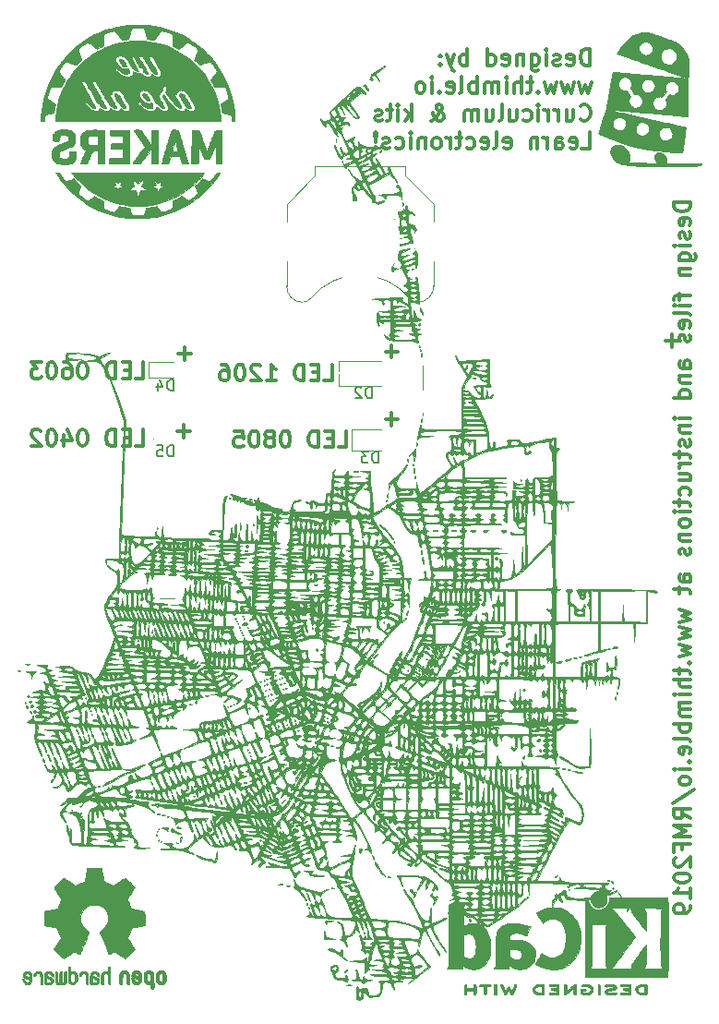
<source format=gbo>
G04 #@! TF.GenerationSoftware,KiCad,Pcbnew,5.1.2*
G04 #@! TF.CreationDate,2019-11-06T15:15:23-05:00*
G04 #@! TF.ProjectId,rochester_makerfaire,726f6368-6573-4746-9572-5f6d616b6572,rev?*
G04 #@! TF.SameCoordinates,Original*
G04 #@! TF.FileFunction,Legend,Bot*
G04 #@! TF.FilePolarity,Positive*
%FSLAX46Y46*%
G04 Gerber Fmt 4.6, Leading zero omitted, Abs format (unit mm)*
G04 Created by KiCad (PCBNEW 5.1.2) date 2019-11-06 15:15:23*
%MOMM*%
%LPD*%
G04 APERTURE LIST*
%ADD10C,0.300000*%
%ADD11C,0.010000*%
%ADD12C,0.120000*%
%ADD13C,0.100000*%
%ADD14C,0.150000*%
%ADD15C,7.400000*%
%ADD16C,3.400000*%
%ADD17C,2.800000*%
%ADD18C,2.200000*%
%ADD19R,2.200000X2.200000*%
%ADD20C,1.650000*%
%ADD21C,1.375000*%
%ADD22C,1.275000*%
%ADD23C,0.990000*%
G04 APERTURE END LIST*
D10*
X111571428Y-81107142D02*
X110428571Y-81107142D01*
X111000000Y-81678571D02*
X111000000Y-80535714D01*
X112678571Y-68428571D02*
X111178571Y-68428571D01*
X111178571Y-68785714D01*
X111250000Y-69000000D01*
X111392857Y-69142857D01*
X111535714Y-69214285D01*
X111821428Y-69285714D01*
X112035714Y-69285714D01*
X112321428Y-69214285D01*
X112464285Y-69142857D01*
X112607142Y-69000000D01*
X112678571Y-68785714D01*
X112678571Y-68428571D01*
X112607142Y-70500000D02*
X112678571Y-70357142D01*
X112678571Y-70071428D01*
X112607142Y-69928571D01*
X112464285Y-69857142D01*
X111892857Y-69857142D01*
X111750000Y-69928571D01*
X111678571Y-70071428D01*
X111678571Y-70357142D01*
X111750000Y-70500000D01*
X111892857Y-70571428D01*
X112035714Y-70571428D01*
X112178571Y-69857142D01*
X112607142Y-71142857D02*
X112678571Y-71285714D01*
X112678571Y-71571428D01*
X112607142Y-71714285D01*
X112464285Y-71785714D01*
X112392857Y-71785714D01*
X112250000Y-71714285D01*
X112178571Y-71571428D01*
X112178571Y-71357142D01*
X112107142Y-71214285D01*
X111964285Y-71142857D01*
X111892857Y-71142857D01*
X111750000Y-71214285D01*
X111678571Y-71357142D01*
X111678571Y-71571428D01*
X111750000Y-71714285D01*
X112678571Y-72428571D02*
X111678571Y-72428571D01*
X111178571Y-72428571D02*
X111250000Y-72357142D01*
X111321428Y-72428571D01*
X111250000Y-72500000D01*
X111178571Y-72428571D01*
X111321428Y-72428571D01*
X111678571Y-73785714D02*
X112892857Y-73785714D01*
X113035714Y-73714285D01*
X113107142Y-73642857D01*
X113178571Y-73500000D01*
X113178571Y-73285714D01*
X113107142Y-73142857D01*
X112607142Y-73785714D02*
X112678571Y-73642857D01*
X112678571Y-73357142D01*
X112607142Y-73214285D01*
X112535714Y-73142857D01*
X112392857Y-73071428D01*
X111964285Y-73071428D01*
X111821428Y-73142857D01*
X111750000Y-73214285D01*
X111678571Y-73357142D01*
X111678571Y-73642857D01*
X111750000Y-73785714D01*
X111678571Y-74500000D02*
X112678571Y-74500000D01*
X111821428Y-74500000D02*
X111750000Y-74571428D01*
X111678571Y-74714285D01*
X111678571Y-74928571D01*
X111750000Y-75071428D01*
X111892857Y-75142857D01*
X112678571Y-75142857D01*
X111678571Y-76785714D02*
X111678571Y-77357142D01*
X112678571Y-77000000D02*
X111392857Y-77000000D01*
X111250000Y-77071428D01*
X111178571Y-77214285D01*
X111178571Y-77357142D01*
X112678571Y-77857142D02*
X111678571Y-77857142D01*
X111178571Y-77857142D02*
X111250000Y-77785714D01*
X111321428Y-77857142D01*
X111250000Y-77928571D01*
X111178571Y-77857142D01*
X111321428Y-77857142D01*
X112678571Y-78785714D02*
X112607142Y-78642857D01*
X112464285Y-78571428D01*
X111178571Y-78571428D01*
X112607142Y-79928571D02*
X112678571Y-79785714D01*
X112678571Y-79500000D01*
X112607142Y-79357142D01*
X112464285Y-79285714D01*
X111892857Y-79285714D01*
X111750000Y-79357142D01*
X111678571Y-79500000D01*
X111678571Y-79785714D01*
X111750000Y-79928571D01*
X111892857Y-80000000D01*
X112035714Y-80000000D01*
X112178571Y-79285714D01*
X112607142Y-80571428D02*
X112678571Y-80714285D01*
X112678571Y-81000000D01*
X112607142Y-81142857D01*
X112464285Y-81214285D01*
X112392857Y-81214285D01*
X112250000Y-81142857D01*
X112178571Y-81000000D01*
X112178571Y-80785714D01*
X112107142Y-80642857D01*
X111964285Y-80571428D01*
X111892857Y-80571428D01*
X111750000Y-80642857D01*
X111678571Y-80785714D01*
X111678571Y-81000000D01*
X111750000Y-81142857D01*
X112678571Y-83642857D02*
X111892857Y-83642857D01*
X111750000Y-83571428D01*
X111678571Y-83428571D01*
X111678571Y-83142857D01*
X111750000Y-83000000D01*
X112607142Y-83642857D02*
X112678571Y-83500000D01*
X112678571Y-83142857D01*
X112607142Y-83000000D01*
X112464285Y-82928571D01*
X112321428Y-82928571D01*
X112178571Y-83000000D01*
X112107142Y-83142857D01*
X112107142Y-83500000D01*
X112035714Y-83642857D01*
X111678571Y-84357142D02*
X112678571Y-84357142D01*
X111821428Y-84357142D02*
X111750000Y-84428571D01*
X111678571Y-84571428D01*
X111678571Y-84785714D01*
X111750000Y-84928571D01*
X111892857Y-85000000D01*
X112678571Y-85000000D01*
X112678571Y-86357142D02*
X111178571Y-86357142D01*
X112607142Y-86357142D02*
X112678571Y-86214285D01*
X112678571Y-85928571D01*
X112607142Y-85785714D01*
X112535714Y-85714285D01*
X112392857Y-85642857D01*
X111964285Y-85642857D01*
X111821428Y-85714285D01*
X111750000Y-85785714D01*
X111678571Y-85928571D01*
X111678571Y-86214285D01*
X111750000Y-86357142D01*
X112678571Y-88214285D02*
X111678571Y-88214285D01*
X111178571Y-88214285D02*
X111250000Y-88142857D01*
X111321428Y-88214285D01*
X111250000Y-88285714D01*
X111178571Y-88214285D01*
X111321428Y-88214285D01*
X111678571Y-88928571D02*
X112678571Y-88928571D01*
X111821428Y-88928571D02*
X111750000Y-89000000D01*
X111678571Y-89142857D01*
X111678571Y-89357142D01*
X111750000Y-89500000D01*
X111892857Y-89571428D01*
X112678571Y-89571428D01*
X112607142Y-90214285D02*
X112678571Y-90357142D01*
X112678571Y-90642857D01*
X112607142Y-90785714D01*
X112464285Y-90857142D01*
X112392857Y-90857142D01*
X112250000Y-90785714D01*
X112178571Y-90642857D01*
X112178571Y-90428571D01*
X112107142Y-90285714D01*
X111964285Y-90214285D01*
X111892857Y-90214285D01*
X111750000Y-90285714D01*
X111678571Y-90428571D01*
X111678571Y-90642857D01*
X111750000Y-90785714D01*
X111678571Y-91285714D02*
X111678571Y-91857142D01*
X111178571Y-91500000D02*
X112464285Y-91500000D01*
X112607142Y-91571428D01*
X112678571Y-91714285D01*
X112678571Y-91857142D01*
X112678571Y-92357142D02*
X111678571Y-92357142D01*
X111964285Y-92357142D02*
X111821428Y-92428571D01*
X111750000Y-92500000D01*
X111678571Y-92642857D01*
X111678571Y-92785714D01*
X111678571Y-93928571D02*
X112678571Y-93928571D01*
X111678571Y-93285714D02*
X112464285Y-93285714D01*
X112607142Y-93357142D01*
X112678571Y-93500000D01*
X112678571Y-93714285D01*
X112607142Y-93857142D01*
X112535714Y-93928571D01*
X112607142Y-95285714D02*
X112678571Y-95142857D01*
X112678571Y-94857142D01*
X112607142Y-94714285D01*
X112535714Y-94642857D01*
X112392857Y-94571428D01*
X111964285Y-94571428D01*
X111821428Y-94642857D01*
X111750000Y-94714285D01*
X111678571Y-94857142D01*
X111678571Y-95142857D01*
X111750000Y-95285714D01*
X111678571Y-95714285D02*
X111678571Y-96285714D01*
X111178571Y-95928571D02*
X112464285Y-95928571D01*
X112607142Y-96000000D01*
X112678571Y-96142857D01*
X112678571Y-96285714D01*
X112678571Y-96785714D02*
X111678571Y-96785714D01*
X111178571Y-96785714D02*
X111250000Y-96714285D01*
X111321428Y-96785714D01*
X111250000Y-96857142D01*
X111178571Y-96785714D01*
X111321428Y-96785714D01*
X112678571Y-97714285D02*
X112607142Y-97571428D01*
X112535714Y-97500000D01*
X112392857Y-97428571D01*
X111964285Y-97428571D01*
X111821428Y-97500000D01*
X111750000Y-97571428D01*
X111678571Y-97714285D01*
X111678571Y-97928571D01*
X111750000Y-98071428D01*
X111821428Y-98142857D01*
X111964285Y-98214285D01*
X112392857Y-98214285D01*
X112535714Y-98142857D01*
X112607142Y-98071428D01*
X112678571Y-97928571D01*
X112678571Y-97714285D01*
X111678571Y-98857142D02*
X112678571Y-98857142D01*
X111821428Y-98857142D02*
X111750000Y-98928571D01*
X111678571Y-99071428D01*
X111678571Y-99285714D01*
X111750000Y-99428571D01*
X111892857Y-99500000D01*
X112678571Y-99500000D01*
X112607142Y-100142857D02*
X112678571Y-100285714D01*
X112678571Y-100571428D01*
X112607142Y-100714285D01*
X112464285Y-100785714D01*
X112392857Y-100785714D01*
X112250000Y-100714285D01*
X112178571Y-100571428D01*
X112178571Y-100357142D01*
X112107142Y-100214285D01*
X111964285Y-100142857D01*
X111892857Y-100142857D01*
X111750000Y-100214285D01*
X111678571Y-100357142D01*
X111678571Y-100571428D01*
X111750000Y-100714285D01*
X112678571Y-103214285D02*
X111892857Y-103214285D01*
X111750000Y-103142857D01*
X111678571Y-103000000D01*
X111678571Y-102714285D01*
X111750000Y-102571428D01*
X112607142Y-103214285D02*
X112678571Y-103071428D01*
X112678571Y-102714285D01*
X112607142Y-102571428D01*
X112464285Y-102500000D01*
X112321428Y-102500000D01*
X112178571Y-102571428D01*
X112107142Y-102714285D01*
X112107142Y-103071428D01*
X112035714Y-103214285D01*
X111678571Y-103714285D02*
X111678571Y-104285714D01*
X111178571Y-103928571D02*
X112464285Y-103928571D01*
X112607142Y-104000000D01*
X112678571Y-104142857D01*
X112678571Y-104285714D01*
X111678571Y-105785714D02*
X112678571Y-106071428D01*
X111964285Y-106357142D01*
X112678571Y-106642857D01*
X111678571Y-106928571D01*
X111678571Y-107357142D02*
X112678571Y-107642857D01*
X111964285Y-107928571D01*
X112678571Y-108214285D01*
X111678571Y-108500000D01*
X111678571Y-108928571D02*
X112678571Y-109214285D01*
X111964285Y-109500000D01*
X112678571Y-109785714D01*
X111678571Y-110071428D01*
X112535714Y-110642857D02*
X112607142Y-110714285D01*
X112678571Y-110642857D01*
X112607142Y-110571428D01*
X112535714Y-110642857D01*
X112678571Y-110642857D01*
X111678571Y-111142857D02*
X111678571Y-111714285D01*
X111178571Y-111357142D02*
X112464285Y-111357142D01*
X112607142Y-111428571D01*
X112678571Y-111571428D01*
X112678571Y-111714285D01*
X112678571Y-112214285D02*
X111178571Y-112214285D01*
X112678571Y-112857142D02*
X111892857Y-112857142D01*
X111750000Y-112785714D01*
X111678571Y-112642857D01*
X111678571Y-112428571D01*
X111750000Y-112285714D01*
X111821428Y-112214285D01*
X112678571Y-113571428D02*
X111678571Y-113571428D01*
X111178571Y-113571428D02*
X111250000Y-113500000D01*
X111321428Y-113571428D01*
X111250000Y-113642857D01*
X111178571Y-113571428D01*
X111321428Y-113571428D01*
X112678571Y-114285714D02*
X111678571Y-114285714D01*
X111821428Y-114285714D02*
X111750000Y-114357142D01*
X111678571Y-114500000D01*
X111678571Y-114714285D01*
X111750000Y-114857142D01*
X111892857Y-114928571D01*
X112678571Y-114928571D01*
X111892857Y-114928571D02*
X111750000Y-115000000D01*
X111678571Y-115142857D01*
X111678571Y-115357142D01*
X111750000Y-115500000D01*
X111892857Y-115571428D01*
X112678571Y-115571428D01*
X112678571Y-116285714D02*
X111178571Y-116285714D01*
X111750000Y-116285714D02*
X111678571Y-116428571D01*
X111678571Y-116714285D01*
X111750000Y-116857142D01*
X111821428Y-116928571D01*
X111964285Y-117000000D01*
X112392857Y-117000000D01*
X112535714Y-116928571D01*
X112607142Y-116857142D01*
X112678571Y-116714285D01*
X112678571Y-116428571D01*
X112607142Y-116285714D01*
X112678571Y-117857142D02*
X112607142Y-117714285D01*
X112464285Y-117642857D01*
X111178571Y-117642857D01*
X112607142Y-119000000D02*
X112678571Y-118857142D01*
X112678571Y-118571428D01*
X112607142Y-118428571D01*
X112464285Y-118357142D01*
X111892857Y-118357142D01*
X111750000Y-118428571D01*
X111678571Y-118571428D01*
X111678571Y-118857142D01*
X111750000Y-119000000D01*
X111892857Y-119071428D01*
X112035714Y-119071428D01*
X112178571Y-118357142D01*
X112535714Y-119714285D02*
X112607142Y-119785714D01*
X112678571Y-119714285D01*
X112607142Y-119642857D01*
X112535714Y-119714285D01*
X112678571Y-119714285D01*
X112678571Y-120428571D02*
X111678571Y-120428571D01*
X111178571Y-120428571D02*
X111250000Y-120357142D01*
X111321428Y-120428571D01*
X111250000Y-120500000D01*
X111178571Y-120428571D01*
X111321428Y-120428571D01*
X112678571Y-121357142D02*
X112607142Y-121214285D01*
X112535714Y-121142857D01*
X112392857Y-121071428D01*
X111964285Y-121071428D01*
X111821428Y-121142857D01*
X111750000Y-121214285D01*
X111678571Y-121357142D01*
X111678571Y-121571428D01*
X111750000Y-121714285D01*
X111821428Y-121785714D01*
X111964285Y-121857142D01*
X112392857Y-121857142D01*
X112535714Y-121785714D01*
X112607142Y-121714285D01*
X112678571Y-121571428D01*
X112678571Y-121357142D01*
X111107142Y-123571428D02*
X113035714Y-122285714D01*
X112678571Y-124928571D02*
X111964285Y-124428571D01*
X112678571Y-124071428D02*
X111178571Y-124071428D01*
X111178571Y-124642857D01*
X111250000Y-124785714D01*
X111321428Y-124857142D01*
X111464285Y-124928571D01*
X111678571Y-124928571D01*
X111821428Y-124857142D01*
X111892857Y-124785714D01*
X111964285Y-124642857D01*
X111964285Y-124071428D01*
X112678571Y-125571428D02*
X111178571Y-125571428D01*
X112250000Y-126071428D01*
X111178571Y-126571428D01*
X112678571Y-126571428D01*
X111892857Y-127785714D02*
X111892857Y-127285714D01*
X112678571Y-127285714D02*
X111178571Y-127285714D01*
X111178571Y-128000000D01*
X111321428Y-128500000D02*
X111250000Y-128571428D01*
X111178571Y-128714285D01*
X111178571Y-129071428D01*
X111250000Y-129214285D01*
X111321428Y-129285714D01*
X111464285Y-129357142D01*
X111607142Y-129357142D01*
X111821428Y-129285714D01*
X112678571Y-128428571D01*
X112678571Y-129357142D01*
X111178571Y-130285714D02*
X111178571Y-130428571D01*
X111250000Y-130571428D01*
X111321428Y-130642857D01*
X111464285Y-130714285D01*
X111750000Y-130785714D01*
X112107142Y-130785714D01*
X112392857Y-130714285D01*
X112535714Y-130642857D01*
X112607142Y-130571428D01*
X112678571Y-130428571D01*
X112678571Y-130285714D01*
X112607142Y-130142857D01*
X112535714Y-130071428D01*
X112392857Y-130000000D01*
X112107142Y-129928571D01*
X111750000Y-129928571D01*
X111464285Y-130000000D01*
X111321428Y-130071428D01*
X111250000Y-130142857D01*
X111178571Y-130285714D01*
X112678571Y-132214285D02*
X112678571Y-131357142D01*
X112678571Y-131785714D02*
X111178571Y-131785714D01*
X111392857Y-131642857D01*
X111535714Y-131500000D01*
X111607142Y-131357142D01*
X112678571Y-132928571D02*
X112678571Y-133214285D01*
X112607142Y-133357142D01*
X112535714Y-133428571D01*
X112321428Y-133571428D01*
X112035714Y-133642857D01*
X111464285Y-133642857D01*
X111321428Y-133571428D01*
X111250000Y-133500000D01*
X111178571Y-133357142D01*
X111178571Y-133071428D01*
X111250000Y-132928571D01*
X111321428Y-132857142D01*
X111464285Y-132785714D01*
X111821428Y-132785714D01*
X111964285Y-132857142D01*
X112035714Y-132928571D01*
X112107142Y-133071428D01*
X112107142Y-133357142D01*
X112035714Y-133500000D01*
X111964285Y-133571428D01*
X111821428Y-133642857D01*
X103447857Y-55853571D02*
X103447857Y-54353571D01*
X103090714Y-54353571D01*
X102876428Y-54425000D01*
X102733571Y-54567857D01*
X102662142Y-54710714D01*
X102590714Y-54996428D01*
X102590714Y-55210714D01*
X102662142Y-55496428D01*
X102733571Y-55639285D01*
X102876428Y-55782142D01*
X103090714Y-55853571D01*
X103447857Y-55853571D01*
X101376428Y-55782142D02*
X101519285Y-55853571D01*
X101805000Y-55853571D01*
X101947857Y-55782142D01*
X102019285Y-55639285D01*
X102019285Y-55067857D01*
X101947857Y-54925000D01*
X101805000Y-54853571D01*
X101519285Y-54853571D01*
X101376428Y-54925000D01*
X101305000Y-55067857D01*
X101305000Y-55210714D01*
X102019285Y-55353571D01*
X100733571Y-55782142D02*
X100590714Y-55853571D01*
X100305000Y-55853571D01*
X100162142Y-55782142D01*
X100090714Y-55639285D01*
X100090714Y-55567857D01*
X100162142Y-55425000D01*
X100305000Y-55353571D01*
X100519285Y-55353571D01*
X100662142Y-55282142D01*
X100733571Y-55139285D01*
X100733571Y-55067857D01*
X100662142Y-54925000D01*
X100519285Y-54853571D01*
X100305000Y-54853571D01*
X100162142Y-54925000D01*
X99447857Y-55853571D02*
X99447857Y-54853571D01*
X99447857Y-54353571D02*
X99519285Y-54425000D01*
X99447857Y-54496428D01*
X99376428Y-54425000D01*
X99447857Y-54353571D01*
X99447857Y-54496428D01*
X98090714Y-54853571D02*
X98090714Y-56067857D01*
X98162142Y-56210714D01*
X98233571Y-56282142D01*
X98376428Y-56353571D01*
X98590714Y-56353571D01*
X98733571Y-56282142D01*
X98090714Y-55782142D02*
X98233571Y-55853571D01*
X98519285Y-55853571D01*
X98662142Y-55782142D01*
X98733571Y-55710714D01*
X98805000Y-55567857D01*
X98805000Y-55139285D01*
X98733571Y-54996428D01*
X98662142Y-54925000D01*
X98519285Y-54853571D01*
X98233571Y-54853571D01*
X98090714Y-54925000D01*
X97376428Y-54853571D02*
X97376428Y-55853571D01*
X97376428Y-54996428D02*
X97305000Y-54925000D01*
X97162142Y-54853571D01*
X96947857Y-54853571D01*
X96805000Y-54925000D01*
X96733571Y-55067857D01*
X96733571Y-55853571D01*
X95447857Y-55782142D02*
X95590714Y-55853571D01*
X95876428Y-55853571D01*
X96019285Y-55782142D01*
X96090714Y-55639285D01*
X96090714Y-55067857D01*
X96019285Y-54925000D01*
X95876428Y-54853571D01*
X95590714Y-54853571D01*
X95447857Y-54925000D01*
X95376428Y-55067857D01*
X95376428Y-55210714D01*
X96090714Y-55353571D01*
X94090714Y-55853571D02*
X94090714Y-54353571D01*
X94090714Y-55782142D02*
X94233571Y-55853571D01*
X94519285Y-55853571D01*
X94662142Y-55782142D01*
X94733571Y-55710714D01*
X94805000Y-55567857D01*
X94805000Y-55139285D01*
X94733571Y-54996428D01*
X94662142Y-54925000D01*
X94519285Y-54853571D01*
X94233571Y-54853571D01*
X94090714Y-54925000D01*
X92233571Y-55853571D02*
X92233571Y-54353571D01*
X92233571Y-54925000D02*
X92090714Y-54853571D01*
X91805000Y-54853571D01*
X91662142Y-54925000D01*
X91590714Y-54996428D01*
X91519285Y-55139285D01*
X91519285Y-55567857D01*
X91590714Y-55710714D01*
X91662142Y-55782142D01*
X91805000Y-55853571D01*
X92090714Y-55853571D01*
X92233571Y-55782142D01*
X91019285Y-54853571D02*
X90662142Y-55853571D01*
X90305000Y-54853571D02*
X90662142Y-55853571D01*
X90805000Y-56210714D01*
X90876428Y-56282142D01*
X91019285Y-56353571D01*
X89733571Y-55710714D02*
X89662142Y-55782142D01*
X89733571Y-55853571D01*
X89805000Y-55782142D01*
X89733571Y-55710714D01*
X89733571Y-55853571D01*
X89733571Y-54925000D02*
X89662142Y-54996428D01*
X89733571Y-55067857D01*
X89805000Y-54996428D01*
X89733571Y-54925000D01*
X89733571Y-55067857D01*
X103590714Y-57403571D02*
X103305000Y-58403571D01*
X103019285Y-57689285D01*
X102733571Y-58403571D01*
X102447857Y-57403571D01*
X102019285Y-57403571D02*
X101733571Y-58403571D01*
X101447857Y-57689285D01*
X101162142Y-58403571D01*
X100876428Y-57403571D01*
X100447857Y-57403571D02*
X100162142Y-58403571D01*
X99876428Y-57689285D01*
X99590714Y-58403571D01*
X99305000Y-57403571D01*
X98733571Y-58260714D02*
X98662142Y-58332142D01*
X98733571Y-58403571D01*
X98805000Y-58332142D01*
X98733571Y-58260714D01*
X98733571Y-58403571D01*
X98233571Y-57403571D02*
X97662142Y-57403571D01*
X98019285Y-56903571D02*
X98019285Y-58189285D01*
X97947857Y-58332142D01*
X97805000Y-58403571D01*
X97662142Y-58403571D01*
X97162142Y-58403571D02*
X97162142Y-56903571D01*
X96519285Y-58403571D02*
X96519285Y-57617857D01*
X96590714Y-57475000D01*
X96733571Y-57403571D01*
X96947857Y-57403571D01*
X97090714Y-57475000D01*
X97162142Y-57546428D01*
X95805000Y-58403571D02*
X95805000Y-57403571D01*
X95805000Y-56903571D02*
X95876428Y-56975000D01*
X95805000Y-57046428D01*
X95733571Y-56975000D01*
X95805000Y-56903571D01*
X95805000Y-57046428D01*
X95090714Y-58403571D02*
X95090714Y-57403571D01*
X95090714Y-57546428D02*
X95019285Y-57475000D01*
X94876428Y-57403571D01*
X94662142Y-57403571D01*
X94519285Y-57475000D01*
X94447857Y-57617857D01*
X94447857Y-58403571D01*
X94447857Y-57617857D02*
X94376428Y-57475000D01*
X94233571Y-57403571D01*
X94019285Y-57403571D01*
X93876428Y-57475000D01*
X93805000Y-57617857D01*
X93805000Y-58403571D01*
X93090714Y-58403571D02*
X93090714Y-56903571D01*
X93090714Y-57475000D02*
X92947857Y-57403571D01*
X92662142Y-57403571D01*
X92519285Y-57475000D01*
X92447857Y-57546428D01*
X92376428Y-57689285D01*
X92376428Y-58117857D01*
X92447857Y-58260714D01*
X92519285Y-58332142D01*
X92662142Y-58403571D01*
X92947857Y-58403571D01*
X93090714Y-58332142D01*
X91519285Y-58403571D02*
X91662142Y-58332142D01*
X91733571Y-58189285D01*
X91733571Y-56903571D01*
X90376428Y-58332142D02*
X90519285Y-58403571D01*
X90805000Y-58403571D01*
X90947857Y-58332142D01*
X91019285Y-58189285D01*
X91019285Y-57617857D01*
X90947857Y-57475000D01*
X90805000Y-57403571D01*
X90519285Y-57403571D01*
X90376428Y-57475000D01*
X90305000Y-57617857D01*
X90305000Y-57760714D01*
X91019285Y-57903571D01*
X89662142Y-58260714D02*
X89590714Y-58332142D01*
X89662142Y-58403571D01*
X89733571Y-58332142D01*
X89662142Y-58260714D01*
X89662142Y-58403571D01*
X88947857Y-58403571D02*
X88947857Y-57403571D01*
X88947857Y-56903571D02*
X89019285Y-56975000D01*
X88947857Y-57046428D01*
X88876428Y-56975000D01*
X88947857Y-56903571D01*
X88947857Y-57046428D01*
X88019285Y-58403571D02*
X88162142Y-58332142D01*
X88233571Y-58260714D01*
X88305000Y-58117857D01*
X88305000Y-57689285D01*
X88233571Y-57546428D01*
X88162142Y-57475000D01*
X88019285Y-57403571D01*
X87805000Y-57403571D01*
X87662142Y-57475000D01*
X87590714Y-57546428D01*
X87519285Y-57689285D01*
X87519285Y-58117857D01*
X87590714Y-58260714D01*
X87662142Y-58332142D01*
X87805000Y-58403571D01*
X88019285Y-58403571D01*
X102590714Y-60810714D02*
X102662142Y-60882142D01*
X102876428Y-60953571D01*
X103019285Y-60953571D01*
X103233571Y-60882142D01*
X103376428Y-60739285D01*
X103447857Y-60596428D01*
X103519285Y-60310714D01*
X103519285Y-60096428D01*
X103447857Y-59810714D01*
X103376428Y-59667857D01*
X103233571Y-59525000D01*
X103019285Y-59453571D01*
X102876428Y-59453571D01*
X102662142Y-59525000D01*
X102590714Y-59596428D01*
X101305000Y-59953571D02*
X101305000Y-60953571D01*
X101947857Y-59953571D02*
X101947857Y-60739285D01*
X101876428Y-60882142D01*
X101733571Y-60953571D01*
X101519285Y-60953571D01*
X101376428Y-60882142D01*
X101305000Y-60810714D01*
X100590714Y-60953571D02*
X100590714Y-59953571D01*
X100590714Y-60239285D02*
X100519285Y-60096428D01*
X100447857Y-60025000D01*
X100305000Y-59953571D01*
X100162142Y-59953571D01*
X99662142Y-60953571D02*
X99662142Y-59953571D01*
X99662142Y-60239285D02*
X99590714Y-60096428D01*
X99519285Y-60025000D01*
X99376428Y-59953571D01*
X99233571Y-59953571D01*
X98733571Y-60953571D02*
X98733571Y-59953571D01*
X98733571Y-59453571D02*
X98804999Y-59525000D01*
X98733571Y-59596428D01*
X98662142Y-59525000D01*
X98733571Y-59453571D01*
X98733571Y-59596428D01*
X97376428Y-60882142D02*
X97519285Y-60953571D01*
X97804999Y-60953571D01*
X97947857Y-60882142D01*
X98019285Y-60810714D01*
X98090714Y-60667857D01*
X98090714Y-60239285D01*
X98019285Y-60096428D01*
X97947857Y-60025000D01*
X97804999Y-59953571D01*
X97519285Y-59953571D01*
X97376428Y-60025000D01*
X96090714Y-59953571D02*
X96090714Y-60953571D01*
X96733571Y-59953571D02*
X96733571Y-60739285D01*
X96662142Y-60882142D01*
X96519285Y-60953571D01*
X96304999Y-60953571D01*
X96162142Y-60882142D01*
X96090714Y-60810714D01*
X95162142Y-60953571D02*
X95304999Y-60882142D01*
X95376428Y-60739285D01*
X95376428Y-59453571D01*
X93947857Y-59953571D02*
X93947857Y-60953571D01*
X94590714Y-59953571D02*
X94590714Y-60739285D01*
X94519285Y-60882142D01*
X94376428Y-60953571D01*
X94162142Y-60953571D01*
X94019285Y-60882142D01*
X93947857Y-60810714D01*
X93233571Y-60953571D02*
X93233571Y-59953571D01*
X93233571Y-60096428D02*
X93162142Y-60025000D01*
X93019285Y-59953571D01*
X92805000Y-59953571D01*
X92662142Y-60025000D01*
X92590714Y-60167857D01*
X92590714Y-60953571D01*
X92590714Y-60167857D02*
X92519285Y-60025000D01*
X92376428Y-59953571D01*
X92162142Y-59953571D01*
X92019285Y-60025000D01*
X91947857Y-60167857D01*
X91947857Y-60953571D01*
X88876428Y-60953571D02*
X88947857Y-60953571D01*
X89090714Y-60882142D01*
X89305000Y-60667857D01*
X89662142Y-60239285D01*
X89805000Y-60025000D01*
X89876428Y-59810714D01*
X89876428Y-59667857D01*
X89805000Y-59525000D01*
X89662142Y-59453571D01*
X89590714Y-59453571D01*
X89447857Y-59525000D01*
X89376428Y-59667857D01*
X89376428Y-59739285D01*
X89447857Y-59882142D01*
X89519285Y-59953571D01*
X89947857Y-60239285D01*
X90019285Y-60310714D01*
X90090714Y-60453571D01*
X90090714Y-60667857D01*
X90019285Y-60810714D01*
X89947857Y-60882142D01*
X89805000Y-60953571D01*
X89590714Y-60953571D01*
X89447857Y-60882142D01*
X89376428Y-60810714D01*
X89162142Y-60525000D01*
X89090714Y-60310714D01*
X89090714Y-60167857D01*
X87090714Y-60953571D02*
X87090714Y-59453571D01*
X86947857Y-60382142D02*
X86519285Y-60953571D01*
X86519285Y-59953571D02*
X87090714Y-60525000D01*
X85876428Y-60953571D02*
X85876428Y-59953571D01*
X85876428Y-59453571D02*
X85947857Y-59525000D01*
X85876428Y-59596428D01*
X85804999Y-59525000D01*
X85876428Y-59453571D01*
X85876428Y-59596428D01*
X85376428Y-59953571D02*
X84805000Y-59953571D01*
X85162142Y-59453571D02*
X85162142Y-60739285D01*
X85090714Y-60882142D01*
X84947857Y-60953571D01*
X84805000Y-60953571D01*
X84376428Y-60882142D02*
X84233571Y-60953571D01*
X83947857Y-60953571D01*
X83805000Y-60882142D01*
X83733571Y-60739285D01*
X83733571Y-60667857D01*
X83805000Y-60525000D01*
X83947857Y-60453571D01*
X84162142Y-60453571D01*
X84305000Y-60382142D01*
X84376428Y-60239285D01*
X84376428Y-60167857D01*
X84305000Y-60025000D01*
X84162142Y-59953571D01*
X83947857Y-59953571D01*
X83805000Y-60025000D01*
X102733571Y-63503571D02*
X103447857Y-63503571D01*
X103447857Y-62003571D01*
X101662142Y-63432142D02*
X101805000Y-63503571D01*
X102090714Y-63503571D01*
X102233571Y-63432142D01*
X102305000Y-63289285D01*
X102305000Y-62717857D01*
X102233571Y-62575000D01*
X102090714Y-62503571D01*
X101805000Y-62503571D01*
X101662142Y-62575000D01*
X101590714Y-62717857D01*
X101590714Y-62860714D01*
X102305000Y-63003571D01*
X100305000Y-63503571D02*
X100305000Y-62717857D01*
X100376428Y-62575000D01*
X100519285Y-62503571D01*
X100805000Y-62503571D01*
X100947857Y-62575000D01*
X100305000Y-63432142D02*
X100447857Y-63503571D01*
X100805000Y-63503571D01*
X100947857Y-63432142D01*
X101019285Y-63289285D01*
X101019285Y-63146428D01*
X100947857Y-63003571D01*
X100805000Y-62932142D01*
X100447857Y-62932142D01*
X100305000Y-62860714D01*
X99590714Y-63503571D02*
X99590714Y-62503571D01*
X99590714Y-62789285D02*
X99519285Y-62646428D01*
X99447857Y-62575000D01*
X99305000Y-62503571D01*
X99162142Y-62503571D01*
X98662142Y-62503571D02*
X98662142Y-63503571D01*
X98662142Y-62646428D02*
X98590714Y-62575000D01*
X98447857Y-62503571D01*
X98233571Y-62503571D01*
X98090714Y-62575000D01*
X98019285Y-62717857D01*
X98019285Y-63503571D01*
X95590714Y-63432142D02*
X95733571Y-63503571D01*
X96019285Y-63503571D01*
X96162142Y-63432142D01*
X96233571Y-63289285D01*
X96233571Y-62717857D01*
X96162142Y-62575000D01*
X96019285Y-62503571D01*
X95733571Y-62503571D01*
X95590714Y-62575000D01*
X95519285Y-62717857D01*
X95519285Y-62860714D01*
X96233571Y-63003571D01*
X94662142Y-63503571D02*
X94805000Y-63432142D01*
X94876428Y-63289285D01*
X94876428Y-62003571D01*
X93519285Y-63432142D02*
X93662142Y-63503571D01*
X93947857Y-63503571D01*
X94090714Y-63432142D01*
X94162142Y-63289285D01*
X94162142Y-62717857D01*
X94090714Y-62575000D01*
X93947857Y-62503571D01*
X93662142Y-62503571D01*
X93519285Y-62575000D01*
X93447857Y-62717857D01*
X93447857Y-62860714D01*
X94162142Y-63003571D01*
X92162142Y-63432142D02*
X92305000Y-63503571D01*
X92590714Y-63503571D01*
X92733571Y-63432142D01*
X92805000Y-63360714D01*
X92876428Y-63217857D01*
X92876428Y-62789285D01*
X92805000Y-62646428D01*
X92733571Y-62575000D01*
X92590714Y-62503571D01*
X92305000Y-62503571D01*
X92162142Y-62575000D01*
X91733571Y-62503571D02*
X91162142Y-62503571D01*
X91519285Y-62003571D02*
X91519285Y-63289285D01*
X91447857Y-63432142D01*
X91305000Y-63503571D01*
X91162142Y-63503571D01*
X90662142Y-63503571D02*
X90662142Y-62503571D01*
X90662142Y-62789285D02*
X90590714Y-62646428D01*
X90519285Y-62575000D01*
X90376428Y-62503571D01*
X90233571Y-62503571D01*
X89519285Y-63503571D02*
X89662142Y-63432142D01*
X89733571Y-63360714D01*
X89805000Y-63217857D01*
X89805000Y-62789285D01*
X89733571Y-62646428D01*
X89662142Y-62575000D01*
X89519285Y-62503571D01*
X89305000Y-62503571D01*
X89162142Y-62575000D01*
X89090714Y-62646428D01*
X89019285Y-62789285D01*
X89019285Y-63217857D01*
X89090714Y-63360714D01*
X89162142Y-63432142D01*
X89305000Y-63503571D01*
X89519285Y-63503571D01*
X88376428Y-62503571D02*
X88376428Y-63503571D01*
X88376428Y-62646428D02*
X88305000Y-62575000D01*
X88162142Y-62503571D01*
X87947857Y-62503571D01*
X87805000Y-62575000D01*
X87733571Y-62717857D01*
X87733571Y-63503571D01*
X87019285Y-63503571D02*
X87019285Y-62503571D01*
X87019285Y-62003571D02*
X87090714Y-62075000D01*
X87019285Y-62146428D01*
X86947857Y-62075000D01*
X87019285Y-62003571D01*
X87019285Y-62146428D01*
X85662142Y-63432142D02*
X85805000Y-63503571D01*
X86090714Y-63503571D01*
X86233571Y-63432142D01*
X86305000Y-63360714D01*
X86376428Y-63217857D01*
X86376428Y-62789285D01*
X86305000Y-62646428D01*
X86233571Y-62575000D01*
X86090714Y-62503571D01*
X85805000Y-62503571D01*
X85662142Y-62575000D01*
X85090714Y-63432142D02*
X84947857Y-63503571D01*
X84662142Y-63503571D01*
X84519285Y-63432142D01*
X84447857Y-63289285D01*
X84447857Y-63217857D01*
X84519285Y-63075000D01*
X84662142Y-63003571D01*
X84876428Y-63003571D01*
X85019285Y-62932142D01*
X85090714Y-62789285D01*
X85090714Y-62717857D01*
X85019285Y-62575000D01*
X84876428Y-62503571D01*
X84662142Y-62503571D01*
X84519285Y-62575000D01*
X83805000Y-63360714D02*
X83733571Y-63432142D01*
X83805000Y-63503571D01*
X83876428Y-63432142D01*
X83805000Y-63360714D01*
X83805000Y-63503571D01*
X83805000Y-62932142D02*
X83876428Y-62075000D01*
X83805000Y-62003571D01*
X83733571Y-62075000D01*
X83805000Y-62932142D01*
X83805000Y-62003571D01*
X79092857Y-84778571D02*
X79807142Y-84778571D01*
X79807142Y-83278571D01*
X78592857Y-83992857D02*
X78092857Y-83992857D01*
X77878571Y-84778571D02*
X78592857Y-84778571D01*
X78592857Y-83278571D01*
X77878571Y-83278571D01*
X77235714Y-84778571D02*
X77235714Y-83278571D01*
X76878571Y-83278571D01*
X76664285Y-83350000D01*
X76521428Y-83492857D01*
X76450000Y-83635714D01*
X76378571Y-83921428D01*
X76378571Y-84135714D01*
X76450000Y-84421428D01*
X76521428Y-84564285D01*
X76664285Y-84707142D01*
X76878571Y-84778571D01*
X77235714Y-84778571D01*
X73807142Y-84778571D02*
X74664285Y-84778571D01*
X74235714Y-84778571D02*
X74235714Y-83278571D01*
X74378571Y-83492857D01*
X74521428Y-83635714D01*
X74664285Y-83707142D01*
X73235714Y-83421428D02*
X73164285Y-83350000D01*
X73021428Y-83278571D01*
X72664285Y-83278571D01*
X72521428Y-83350000D01*
X72450000Y-83421428D01*
X72378571Y-83564285D01*
X72378571Y-83707142D01*
X72450000Y-83921428D01*
X73307142Y-84778571D01*
X72378571Y-84778571D01*
X71450000Y-83278571D02*
X71307142Y-83278571D01*
X71164285Y-83350000D01*
X71092857Y-83421428D01*
X71021428Y-83564285D01*
X70950000Y-83850000D01*
X70950000Y-84207142D01*
X71021428Y-84492857D01*
X71092857Y-84635714D01*
X71164285Y-84707142D01*
X71307142Y-84778571D01*
X71450000Y-84778571D01*
X71592857Y-84707142D01*
X71664285Y-84635714D01*
X71735714Y-84492857D01*
X71807142Y-84207142D01*
X71807142Y-83850000D01*
X71735714Y-83564285D01*
X71664285Y-83421428D01*
X71592857Y-83350000D01*
X71450000Y-83278571D01*
X69664285Y-83278571D02*
X69950000Y-83278571D01*
X70092857Y-83350000D01*
X70164285Y-83421428D01*
X70307142Y-83635714D01*
X70378571Y-83921428D01*
X70378571Y-84492857D01*
X70307142Y-84635714D01*
X70235714Y-84707142D01*
X70092857Y-84778571D01*
X69807142Y-84778571D01*
X69664285Y-84707142D01*
X69592857Y-84635714D01*
X69521428Y-84492857D01*
X69521428Y-84135714D01*
X69592857Y-83992857D01*
X69664285Y-83921428D01*
X69807142Y-83850000D01*
X70092857Y-83850000D01*
X70235714Y-83921428D01*
X70307142Y-83992857D01*
X70378571Y-84135714D01*
X80392857Y-90878571D02*
X81107142Y-90878571D01*
X81107142Y-89378571D01*
X79892857Y-90092857D02*
X79392857Y-90092857D01*
X79178571Y-90878571D02*
X79892857Y-90878571D01*
X79892857Y-89378571D01*
X79178571Y-89378571D01*
X78535714Y-90878571D02*
X78535714Y-89378571D01*
X78178571Y-89378571D01*
X77964285Y-89450000D01*
X77821428Y-89592857D01*
X77750000Y-89735714D01*
X77678571Y-90021428D01*
X77678571Y-90235714D01*
X77750000Y-90521428D01*
X77821428Y-90664285D01*
X77964285Y-90807142D01*
X78178571Y-90878571D01*
X78535714Y-90878571D01*
X75607142Y-89378571D02*
X75464285Y-89378571D01*
X75321428Y-89450000D01*
X75250000Y-89521428D01*
X75178571Y-89664285D01*
X75107142Y-89950000D01*
X75107142Y-90307142D01*
X75178571Y-90592857D01*
X75250000Y-90735714D01*
X75321428Y-90807142D01*
X75464285Y-90878571D01*
X75607142Y-90878571D01*
X75750000Y-90807142D01*
X75821428Y-90735714D01*
X75892857Y-90592857D01*
X75964285Y-90307142D01*
X75964285Y-89950000D01*
X75892857Y-89664285D01*
X75821428Y-89521428D01*
X75750000Y-89450000D01*
X75607142Y-89378571D01*
X74250000Y-90021428D02*
X74392857Y-89950000D01*
X74464285Y-89878571D01*
X74535714Y-89735714D01*
X74535714Y-89664285D01*
X74464285Y-89521428D01*
X74392857Y-89450000D01*
X74250000Y-89378571D01*
X73964285Y-89378571D01*
X73821428Y-89450000D01*
X73750000Y-89521428D01*
X73678571Y-89664285D01*
X73678571Y-89735714D01*
X73750000Y-89878571D01*
X73821428Y-89950000D01*
X73964285Y-90021428D01*
X74250000Y-90021428D01*
X74392857Y-90092857D01*
X74464285Y-90164285D01*
X74535714Y-90307142D01*
X74535714Y-90592857D01*
X74464285Y-90735714D01*
X74392857Y-90807142D01*
X74250000Y-90878571D01*
X73964285Y-90878571D01*
X73821428Y-90807142D01*
X73750000Y-90735714D01*
X73678571Y-90592857D01*
X73678571Y-90307142D01*
X73750000Y-90164285D01*
X73821428Y-90092857D01*
X73964285Y-90021428D01*
X72750000Y-89378571D02*
X72607142Y-89378571D01*
X72464285Y-89450000D01*
X72392857Y-89521428D01*
X72321428Y-89664285D01*
X72250000Y-89950000D01*
X72250000Y-90307142D01*
X72321428Y-90592857D01*
X72392857Y-90735714D01*
X72464285Y-90807142D01*
X72607142Y-90878571D01*
X72750000Y-90878571D01*
X72892857Y-90807142D01*
X72964285Y-90735714D01*
X73035714Y-90592857D01*
X73107142Y-90307142D01*
X73107142Y-89950000D01*
X73035714Y-89664285D01*
X72964285Y-89521428D01*
X72892857Y-89450000D01*
X72750000Y-89378571D01*
X70892857Y-89378571D02*
X71607142Y-89378571D01*
X71678571Y-90092857D01*
X71607142Y-90021428D01*
X71464285Y-89950000D01*
X71107142Y-89950000D01*
X70964285Y-90021428D01*
X70892857Y-90092857D01*
X70821428Y-90235714D01*
X70821428Y-90592857D01*
X70892857Y-90735714D01*
X70964285Y-90807142D01*
X71107142Y-90878571D01*
X71464285Y-90878571D01*
X71607142Y-90807142D01*
X71678571Y-90735714D01*
X61792857Y-84578571D02*
X62507142Y-84578571D01*
X62507142Y-83078571D01*
X61292857Y-83792857D02*
X60792857Y-83792857D01*
X60578571Y-84578571D02*
X61292857Y-84578571D01*
X61292857Y-83078571D01*
X60578571Y-83078571D01*
X59935714Y-84578571D02*
X59935714Y-83078571D01*
X59578571Y-83078571D01*
X59364285Y-83150000D01*
X59221428Y-83292857D01*
X59150000Y-83435714D01*
X59078571Y-83721428D01*
X59078571Y-83935714D01*
X59150000Y-84221428D01*
X59221428Y-84364285D01*
X59364285Y-84507142D01*
X59578571Y-84578571D01*
X59935714Y-84578571D01*
X57007142Y-83078571D02*
X56864285Y-83078571D01*
X56721428Y-83150000D01*
X56650000Y-83221428D01*
X56578571Y-83364285D01*
X56507142Y-83650000D01*
X56507142Y-84007142D01*
X56578571Y-84292857D01*
X56650000Y-84435714D01*
X56721428Y-84507142D01*
X56864285Y-84578571D01*
X57007142Y-84578571D01*
X57150000Y-84507142D01*
X57221428Y-84435714D01*
X57292857Y-84292857D01*
X57364285Y-84007142D01*
X57364285Y-83650000D01*
X57292857Y-83364285D01*
X57221428Y-83221428D01*
X57150000Y-83150000D01*
X57007142Y-83078571D01*
X55221428Y-83078571D02*
X55507142Y-83078571D01*
X55650000Y-83150000D01*
X55721428Y-83221428D01*
X55864285Y-83435714D01*
X55935714Y-83721428D01*
X55935714Y-84292857D01*
X55864285Y-84435714D01*
X55792857Y-84507142D01*
X55650000Y-84578571D01*
X55364285Y-84578571D01*
X55221428Y-84507142D01*
X55150000Y-84435714D01*
X55078571Y-84292857D01*
X55078571Y-83935714D01*
X55150000Y-83792857D01*
X55221428Y-83721428D01*
X55364285Y-83650000D01*
X55650000Y-83650000D01*
X55792857Y-83721428D01*
X55864285Y-83792857D01*
X55935714Y-83935714D01*
X54150000Y-83078571D02*
X54007142Y-83078571D01*
X53864285Y-83150000D01*
X53792857Y-83221428D01*
X53721428Y-83364285D01*
X53650000Y-83650000D01*
X53650000Y-84007142D01*
X53721428Y-84292857D01*
X53792857Y-84435714D01*
X53864285Y-84507142D01*
X54007142Y-84578571D01*
X54150000Y-84578571D01*
X54292857Y-84507142D01*
X54364285Y-84435714D01*
X54435714Y-84292857D01*
X54507142Y-84007142D01*
X54507142Y-83650000D01*
X54435714Y-83364285D01*
X54364285Y-83221428D01*
X54292857Y-83150000D01*
X54150000Y-83078571D01*
X53150000Y-83078571D02*
X52221428Y-83078571D01*
X52721428Y-83650000D01*
X52507142Y-83650000D01*
X52364285Y-83721428D01*
X52292857Y-83792857D01*
X52221428Y-83935714D01*
X52221428Y-84292857D01*
X52292857Y-84435714D01*
X52364285Y-84507142D01*
X52507142Y-84578571D01*
X52935714Y-84578571D01*
X53078571Y-84507142D01*
X53150000Y-84435714D01*
X61792857Y-90778571D02*
X62507142Y-90778571D01*
X62507142Y-89278571D01*
X61292857Y-89992857D02*
X60792857Y-89992857D01*
X60578571Y-90778571D02*
X61292857Y-90778571D01*
X61292857Y-89278571D01*
X60578571Y-89278571D01*
X59935714Y-90778571D02*
X59935714Y-89278571D01*
X59578571Y-89278571D01*
X59364285Y-89350000D01*
X59221428Y-89492857D01*
X59150000Y-89635714D01*
X59078571Y-89921428D01*
X59078571Y-90135714D01*
X59150000Y-90421428D01*
X59221428Y-90564285D01*
X59364285Y-90707142D01*
X59578571Y-90778571D01*
X59935714Y-90778571D01*
X57007142Y-89278571D02*
X56864285Y-89278571D01*
X56721428Y-89350000D01*
X56650000Y-89421428D01*
X56578571Y-89564285D01*
X56507142Y-89850000D01*
X56507142Y-90207142D01*
X56578571Y-90492857D01*
X56650000Y-90635714D01*
X56721428Y-90707142D01*
X56864285Y-90778571D01*
X57007142Y-90778571D01*
X57150000Y-90707142D01*
X57221428Y-90635714D01*
X57292857Y-90492857D01*
X57364285Y-90207142D01*
X57364285Y-89850000D01*
X57292857Y-89564285D01*
X57221428Y-89421428D01*
X57150000Y-89350000D01*
X57007142Y-89278571D01*
X55221428Y-89778571D02*
X55221428Y-90778571D01*
X55578571Y-89207142D02*
X55935714Y-90278571D01*
X55007142Y-90278571D01*
X54150000Y-89278571D02*
X54007142Y-89278571D01*
X53864285Y-89350000D01*
X53792857Y-89421428D01*
X53721428Y-89564285D01*
X53650000Y-89850000D01*
X53650000Y-90207142D01*
X53721428Y-90492857D01*
X53792857Y-90635714D01*
X53864285Y-90707142D01*
X54007142Y-90778571D01*
X54150000Y-90778571D01*
X54292857Y-90707142D01*
X54364285Y-90635714D01*
X54435714Y-90492857D01*
X54507142Y-90207142D01*
X54507142Y-89850000D01*
X54435714Y-89564285D01*
X54364285Y-89421428D01*
X54292857Y-89350000D01*
X54150000Y-89278571D01*
X53078571Y-89421428D02*
X53007142Y-89350000D01*
X52864285Y-89278571D01*
X52507142Y-89278571D01*
X52364285Y-89350000D01*
X52292857Y-89421428D01*
X52221428Y-89564285D01*
X52221428Y-89707142D01*
X52292857Y-89921428D01*
X53150000Y-90778571D01*
X52221428Y-90778571D01*
X66771428Y-89407142D02*
X65628571Y-89407142D01*
X66200000Y-89978571D02*
X66200000Y-88835714D01*
X66871428Y-82307142D02*
X65728571Y-82307142D01*
X66300000Y-82878571D02*
X66300000Y-81735714D01*
X85871428Y-88307142D02*
X84728571Y-88307142D01*
X85300000Y-88878571D02*
X85300000Y-87735714D01*
X85871428Y-82107142D02*
X84728571Y-82107142D01*
X85300000Y-82678571D02*
X85300000Y-81535714D01*
D11*
G36*
X108474708Y-140106409D02*
G01*
X108422143Y-140106944D01*
X108268119Y-140110660D01*
X108139125Y-140121699D01*
X108030763Y-140141246D01*
X107938638Y-140170483D01*
X107858353Y-140210597D01*
X107785512Y-140262769D01*
X107759495Y-140285433D01*
X107716337Y-140338462D01*
X107677421Y-140410421D01*
X107647427Y-140490184D01*
X107631035Y-140566625D01*
X107629332Y-140594872D01*
X107640005Y-140673174D01*
X107668607Y-140758705D01*
X107710011Y-140839663D01*
X107759095Y-140904246D01*
X107767067Y-140912038D01*
X107834600Y-140966808D01*
X107908552Y-141009563D01*
X107993188Y-141041423D01*
X108092771Y-141063508D01*
X108211566Y-141076938D01*
X108353834Y-141082834D01*
X108419000Y-141083334D01*
X108501855Y-141082935D01*
X108560123Y-141081266D01*
X108599270Y-141077622D01*
X108624763Y-141071293D01*
X108642068Y-141061574D01*
X108651344Y-141053274D01*
X108660106Y-141043192D01*
X108666979Y-141030185D01*
X108672192Y-141010769D01*
X108675973Y-140981460D01*
X108678551Y-140938773D01*
X108680154Y-140879225D01*
X108681011Y-140799330D01*
X108681351Y-140695605D01*
X108681403Y-140594872D01*
X108681734Y-140460519D01*
X108681662Y-140353192D01*
X108680384Y-140301795D01*
X108486019Y-140301795D01*
X108486019Y-140887949D01*
X108362025Y-140887835D01*
X108287415Y-140885696D01*
X108209272Y-140880183D01*
X108144074Y-140872472D01*
X108142090Y-140872155D01*
X108036717Y-140846678D01*
X107954986Y-140807000D01*
X107892816Y-140750538D01*
X107853314Y-140689406D01*
X107828974Y-140621593D01*
X107830861Y-140557919D01*
X107859109Y-140489665D01*
X107914362Y-140419056D01*
X107990927Y-140366735D01*
X108090449Y-140331763D01*
X108156961Y-140319386D01*
X108232461Y-140310694D01*
X108312479Y-140304404D01*
X108380538Y-140301788D01*
X108384569Y-140301776D01*
X108486019Y-140301795D01*
X108680384Y-140301795D01*
X108679590Y-140269881D01*
X108673915Y-140207579D01*
X108663041Y-140163275D01*
X108645368Y-140133960D01*
X108619297Y-140116625D01*
X108583229Y-140108261D01*
X108535566Y-140105859D01*
X108474708Y-140106409D01*
X108474708Y-140106409D01*
G37*
X108474708Y-140106409D02*
X108422143Y-140106944D01*
X108268119Y-140110660D01*
X108139125Y-140121699D01*
X108030763Y-140141246D01*
X107938638Y-140170483D01*
X107858353Y-140210597D01*
X107785512Y-140262769D01*
X107759495Y-140285433D01*
X107716337Y-140338462D01*
X107677421Y-140410421D01*
X107647427Y-140490184D01*
X107631035Y-140566625D01*
X107629332Y-140594872D01*
X107640005Y-140673174D01*
X107668607Y-140758705D01*
X107710011Y-140839663D01*
X107759095Y-140904246D01*
X107767067Y-140912038D01*
X107834600Y-140966808D01*
X107908552Y-141009563D01*
X107993188Y-141041423D01*
X108092771Y-141063508D01*
X108211566Y-141076938D01*
X108353834Y-141082834D01*
X108419000Y-141083334D01*
X108501855Y-141082935D01*
X108560123Y-141081266D01*
X108599270Y-141077622D01*
X108624763Y-141071293D01*
X108642068Y-141061574D01*
X108651344Y-141053274D01*
X108660106Y-141043192D01*
X108666979Y-141030185D01*
X108672192Y-141010769D01*
X108675973Y-140981460D01*
X108678551Y-140938773D01*
X108680154Y-140879225D01*
X108681011Y-140799330D01*
X108681351Y-140695605D01*
X108681403Y-140594872D01*
X108681734Y-140460519D01*
X108681662Y-140353192D01*
X108680384Y-140301795D01*
X108486019Y-140301795D01*
X108486019Y-140887949D01*
X108362025Y-140887835D01*
X108287415Y-140885696D01*
X108209272Y-140880183D01*
X108144074Y-140872472D01*
X108142090Y-140872155D01*
X108036717Y-140846678D01*
X107954986Y-140807000D01*
X107892816Y-140750538D01*
X107853314Y-140689406D01*
X107828974Y-140621593D01*
X107830861Y-140557919D01*
X107859109Y-140489665D01*
X107914362Y-140419056D01*
X107990927Y-140366735D01*
X108090449Y-140331763D01*
X108156961Y-140319386D01*
X108232461Y-140310694D01*
X108312479Y-140304404D01*
X108380538Y-140301788D01*
X108384569Y-140301776D01*
X108486019Y-140301795D01*
X108680384Y-140301795D01*
X108679590Y-140269881D01*
X108673915Y-140207579D01*
X108663041Y-140163275D01*
X108645368Y-140133960D01*
X108619297Y-140116625D01*
X108583229Y-140108261D01*
X108535566Y-140105859D01*
X108474708Y-140106409D01*
G36*
X106599384Y-140106516D02*
G01*
X106506976Y-140107012D01*
X106437227Y-140108165D01*
X106386437Y-140110244D01*
X106350905Y-140113515D01*
X106326932Y-140118247D01*
X106310818Y-140124707D01*
X106298863Y-140133163D01*
X106294533Y-140137055D01*
X106268205Y-140178404D01*
X106263465Y-140225916D01*
X106280784Y-140268095D01*
X106288793Y-140276620D01*
X106301746Y-140284885D01*
X106322602Y-140291261D01*
X106355230Y-140296059D01*
X106403496Y-140299588D01*
X106471268Y-140302158D01*
X106562414Y-140304081D01*
X106645745Y-140305251D01*
X106975546Y-140309310D01*
X106984560Y-140482150D01*
X106760696Y-140482150D01*
X106663508Y-140482989D01*
X106592357Y-140486496D01*
X106543245Y-140494159D01*
X106512171Y-140507467D01*
X106495138Y-140527905D01*
X106488146Y-140556963D01*
X106487084Y-140583931D01*
X106490384Y-140617021D01*
X106502837Y-140641404D01*
X106528274Y-140658353D01*
X106570525Y-140669143D01*
X106633420Y-140675048D01*
X106720789Y-140677341D01*
X106768475Y-140677535D01*
X106983060Y-140677535D01*
X106983060Y-140887949D01*
X106652409Y-140887949D01*
X106544024Y-140888100D01*
X106461651Y-140888778D01*
X106401243Y-140890320D01*
X106358753Y-140893063D01*
X106330135Y-140897345D01*
X106311342Y-140903503D01*
X106298328Y-140911873D01*
X106291699Y-140918008D01*
X106268961Y-140953813D01*
X106261640Y-140985641D01*
X106272093Y-141024518D01*
X106291699Y-141053274D01*
X106302159Y-141062327D01*
X106315662Y-141069357D01*
X106335840Y-141074618D01*
X106366325Y-141078365D01*
X106410749Y-141080854D01*
X106472745Y-141082339D01*
X106555945Y-141083075D01*
X106663981Y-141083318D01*
X106720043Y-141083334D01*
X106840098Y-141083227D01*
X106933728Y-141082739D01*
X107004563Y-141081613D01*
X107056235Y-141079595D01*
X107092377Y-141076430D01*
X107116622Y-141071863D01*
X107132601Y-141065640D01*
X107143947Y-141057504D01*
X107148386Y-141053274D01*
X107157171Y-141043160D01*
X107164058Y-141030112D01*
X107169275Y-141010634D01*
X107173053Y-140981228D01*
X107175624Y-140938398D01*
X107177218Y-140878648D01*
X107178065Y-140798481D01*
X107178396Y-140694401D01*
X107178445Y-140597492D01*
X107178400Y-140473387D01*
X107178088Y-140375830D01*
X107177242Y-140301310D01*
X107175596Y-140246315D01*
X107172883Y-140207334D01*
X107168837Y-140180857D01*
X107163191Y-140163370D01*
X107155680Y-140151364D01*
X107146036Y-140141327D01*
X107143660Y-140139090D01*
X107132129Y-140129183D01*
X107118732Y-140121512D01*
X107099750Y-140115790D01*
X107071469Y-140111732D01*
X107030172Y-140109052D01*
X106972142Y-140107466D01*
X106893663Y-140106688D01*
X106791020Y-140106432D01*
X106718150Y-140106410D01*
X106599384Y-140106516D01*
X106599384Y-140106516D01*
G37*
X106599384Y-140106516D02*
X106506976Y-140107012D01*
X106437227Y-140108165D01*
X106386437Y-140110244D01*
X106350905Y-140113515D01*
X106326932Y-140118247D01*
X106310818Y-140124707D01*
X106298863Y-140133163D01*
X106294533Y-140137055D01*
X106268205Y-140178404D01*
X106263465Y-140225916D01*
X106280784Y-140268095D01*
X106288793Y-140276620D01*
X106301746Y-140284885D01*
X106322602Y-140291261D01*
X106355230Y-140296059D01*
X106403496Y-140299588D01*
X106471268Y-140302158D01*
X106562414Y-140304081D01*
X106645745Y-140305251D01*
X106975546Y-140309310D01*
X106984560Y-140482150D01*
X106760696Y-140482150D01*
X106663508Y-140482989D01*
X106592357Y-140486496D01*
X106543245Y-140494159D01*
X106512171Y-140507467D01*
X106495138Y-140527905D01*
X106488146Y-140556963D01*
X106487084Y-140583931D01*
X106490384Y-140617021D01*
X106502837Y-140641404D01*
X106528274Y-140658353D01*
X106570525Y-140669143D01*
X106633420Y-140675048D01*
X106720789Y-140677341D01*
X106768475Y-140677535D01*
X106983060Y-140677535D01*
X106983060Y-140887949D01*
X106652409Y-140887949D01*
X106544024Y-140888100D01*
X106461651Y-140888778D01*
X106401243Y-140890320D01*
X106358753Y-140893063D01*
X106330135Y-140897345D01*
X106311342Y-140903503D01*
X106298328Y-140911873D01*
X106291699Y-140918008D01*
X106268961Y-140953813D01*
X106261640Y-140985641D01*
X106272093Y-141024518D01*
X106291699Y-141053274D01*
X106302159Y-141062327D01*
X106315662Y-141069357D01*
X106335840Y-141074618D01*
X106366325Y-141078365D01*
X106410749Y-141080854D01*
X106472745Y-141082339D01*
X106555945Y-141083075D01*
X106663981Y-141083318D01*
X106720043Y-141083334D01*
X106840098Y-141083227D01*
X106933728Y-141082739D01*
X107004563Y-141081613D01*
X107056235Y-141079595D01*
X107092377Y-141076430D01*
X107116622Y-141071863D01*
X107132601Y-141065640D01*
X107143947Y-141057504D01*
X107148386Y-141053274D01*
X107157171Y-141043160D01*
X107164058Y-141030112D01*
X107169275Y-141010634D01*
X107173053Y-140981228D01*
X107175624Y-140938398D01*
X107177218Y-140878648D01*
X107178065Y-140798481D01*
X107178396Y-140694401D01*
X107178445Y-140597492D01*
X107178400Y-140473387D01*
X107178088Y-140375830D01*
X107177242Y-140301310D01*
X107175596Y-140246315D01*
X107172883Y-140207334D01*
X107168837Y-140180857D01*
X107163191Y-140163370D01*
X107155680Y-140151364D01*
X107146036Y-140141327D01*
X107143660Y-140139090D01*
X107132129Y-140129183D01*
X107118732Y-140121512D01*
X107099750Y-140115790D01*
X107071469Y-140111732D01*
X107030172Y-140109052D01*
X106972142Y-140107466D01*
X106893663Y-140106688D01*
X106791020Y-140106432D01*
X106718150Y-140106410D01*
X106599384Y-140106516D01*
G36*
X105239942Y-140108121D02*
G01*
X105140337Y-140115084D01*
X105047698Y-140125959D01*
X104967412Y-140140338D01*
X104904862Y-140157810D01*
X104865435Y-140177966D01*
X104859383Y-140183899D01*
X104838338Y-140229939D01*
X104844720Y-140277204D01*
X104877361Y-140317642D01*
X104878918Y-140318801D01*
X104898117Y-140331261D01*
X104918159Y-140337813D01*
X104946114Y-140338608D01*
X104989053Y-140333800D01*
X105054045Y-140323539D01*
X105059273Y-140322675D01*
X105156115Y-140310778D01*
X105260598Y-140304909D01*
X105365389Y-140304852D01*
X105463156Y-140310391D01*
X105546566Y-140321309D01*
X105608287Y-140337389D01*
X105612342Y-140339005D01*
X105657118Y-140364093D01*
X105672850Y-140389482D01*
X105660534Y-140414451D01*
X105621169Y-140438280D01*
X105555752Y-140460246D01*
X105465280Y-140479630D01*
X105404954Y-140488962D01*
X105279554Y-140506913D01*
X105179819Y-140523323D01*
X105101500Y-140539612D01*
X105040347Y-140557202D01*
X104992113Y-140577513D01*
X104952549Y-140601967D01*
X104917406Y-140631984D01*
X104889165Y-140661460D01*
X104855662Y-140702531D01*
X104839173Y-140737846D01*
X104834017Y-140781357D01*
X104833830Y-140797292D01*
X104837702Y-140850169D01*
X104853181Y-140889507D01*
X104879969Y-140924424D01*
X104934413Y-140977798D01*
X104995124Y-141018502D01*
X105066612Y-141047864D01*
X105153390Y-141067211D01*
X105259968Y-141077870D01*
X105390857Y-141081169D01*
X105412469Y-141081113D01*
X105499752Y-141079304D01*
X105586313Y-141075193D01*
X105662716Y-141069370D01*
X105719524Y-141062425D01*
X105724118Y-141061628D01*
X105780599Y-141048248D01*
X105828506Y-141031346D01*
X105855627Y-141015895D01*
X105880865Y-140975130D01*
X105882623Y-140927662D01*
X105860866Y-140885359D01*
X105855998Y-140880576D01*
X105835876Y-140866363D01*
X105810712Y-140860240D01*
X105771767Y-140861282D01*
X105724489Y-140866698D01*
X105671659Y-140871537D01*
X105597602Y-140875619D01*
X105511145Y-140878582D01*
X105421117Y-140880061D01*
X105397439Y-140880158D01*
X105307076Y-140879794D01*
X105240943Y-140878040D01*
X105193221Y-140874287D01*
X105158092Y-140867927D01*
X105129736Y-140858351D01*
X105112695Y-140850375D01*
X105075250Y-140828229D01*
X105051375Y-140808172D01*
X105047886Y-140802487D01*
X105055247Y-140779009D01*
X105090241Y-140756281D01*
X105150442Y-140735334D01*
X105233425Y-140717200D01*
X105257874Y-140713161D01*
X105385576Y-140693103D01*
X105487494Y-140676338D01*
X105567560Y-140661647D01*
X105629708Y-140647812D01*
X105677872Y-140633615D01*
X105715986Y-140617837D01*
X105747984Y-140599260D01*
X105777798Y-140576666D01*
X105809364Y-140548837D01*
X105819986Y-140539080D01*
X105857227Y-140502666D01*
X105876941Y-140473816D01*
X105884653Y-140440802D01*
X105885901Y-140399199D01*
X105872169Y-140317615D01*
X105831132Y-140248298D01*
X105763024Y-140191472D01*
X105668081Y-140147361D01*
X105600338Y-140127576D01*
X105526713Y-140114797D01*
X105438515Y-140107568D01*
X105341130Y-140105479D01*
X105239942Y-140108121D01*
X105239942Y-140108121D01*
G37*
X105239942Y-140108121D02*
X105140337Y-140115084D01*
X105047698Y-140125959D01*
X104967412Y-140140338D01*
X104904862Y-140157810D01*
X104865435Y-140177966D01*
X104859383Y-140183899D01*
X104838338Y-140229939D01*
X104844720Y-140277204D01*
X104877361Y-140317642D01*
X104878918Y-140318801D01*
X104898117Y-140331261D01*
X104918159Y-140337813D01*
X104946114Y-140338608D01*
X104989053Y-140333800D01*
X105054045Y-140323539D01*
X105059273Y-140322675D01*
X105156115Y-140310778D01*
X105260598Y-140304909D01*
X105365389Y-140304852D01*
X105463156Y-140310391D01*
X105546566Y-140321309D01*
X105608287Y-140337389D01*
X105612342Y-140339005D01*
X105657118Y-140364093D01*
X105672850Y-140389482D01*
X105660534Y-140414451D01*
X105621169Y-140438280D01*
X105555752Y-140460246D01*
X105465280Y-140479630D01*
X105404954Y-140488962D01*
X105279554Y-140506913D01*
X105179819Y-140523323D01*
X105101500Y-140539612D01*
X105040347Y-140557202D01*
X104992113Y-140577513D01*
X104952549Y-140601967D01*
X104917406Y-140631984D01*
X104889165Y-140661460D01*
X104855662Y-140702531D01*
X104839173Y-140737846D01*
X104834017Y-140781357D01*
X104833830Y-140797292D01*
X104837702Y-140850169D01*
X104853181Y-140889507D01*
X104879969Y-140924424D01*
X104934413Y-140977798D01*
X104995124Y-141018502D01*
X105066612Y-141047864D01*
X105153390Y-141067211D01*
X105259968Y-141077870D01*
X105390857Y-141081169D01*
X105412469Y-141081113D01*
X105499752Y-141079304D01*
X105586313Y-141075193D01*
X105662716Y-141069370D01*
X105719524Y-141062425D01*
X105724118Y-141061628D01*
X105780599Y-141048248D01*
X105828506Y-141031346D01*
X105855627Y-141015895D01*
X105880865Y-140975130D01*
X105882623Y-140927662D01*
X105860866Y-140885359D01*
X105855998Y-140880576D01*
X105835876Y-140866363D01*
X105810712Y-140860240D01*
X105771767Y-140861282D01*
X105724489Y-140866698D01*
X105671659Y-140871537D01*
X105597602Y-140875619D01*
X105511145Y-140878582D01*
X105421117Y-140880061D01*
X105397439Y-140880158D01*
X105307076Y-140879794D01*
X105240943Y-140878040D01*
X105193221Y-140874287D01*
X105158092Y-140867927D01*
X105129736Y-140858351D01*
X105112695Y-140850375D01*
X105075250Y-140828229D01*
X105051375Y-140808172D01*
X105047886Y-140802487D01*
X105055247Y-140779009D01*
X105090241Y-140756281D01*
X105150442Y-140735334D01*
X105233425Y-140717200D01*
X105257874Y-140713161D01*
X105385576Y-140693103D01*
X105487494Y-140676338D01*
X105567560Y-140661647D01*
X105629708Y-140647812D01*
X105677872Y-140633615D01*
X105715986Y-140617837D01*
X105747984Y-140599260D01*
X105777798Y-140576666D01*
X105809364Y-140548837D01*
X105819986Y-140539080D01*
X105857227Y-140502666D01*
X105876941Y-140473816D01*
X105884653Y-140440802D01*
X105885901Y-140399199D01*
X105872169Y-140317615D01*
X105831132Y-140248298D01*
X105763024Y-140191472D01*
X105668081Y-140147361D01*
X105600338Y-140127576D01*
X105526713Y-140114797D01*
X105438515Y-140107568D01*
X105341130Y-140105479D01*
X105239942Y-140108121D01*
G36*
X104217617Y-140136470D02*
G01*
X104208855Y-140146552D01*
X104201982Y-140159559D01*
X104196769Y-140178975D01*
X104192988Y-140208284D01*
X104190410Y-140250971D01*
X104188807Y-140310519D01*
X104187949Y-140390414D01*
X104187610Y-140494140D01*
X104187557Y-140594872D01*
X104187650Y-140719816D01*
X104188081Y-140818185D01*
X104189077Y-140893465D01*
X104190869Y-140949138D01*
X104193683Y-140988690D01*
X104197750Y-141015605D01*
X104203296Y-141033367D01*
X104210551Y-141045461D01*
X104217617Y-141053274D01*
X104261556Y-141079476D01*
X104308374Y-141077125D01*
X104350263Y-141048548D01*
X104359888Y-141037391D01*
X104367409Y-141024447D01*
X104373088Y-141006136D01*
X104377181Y-140978882D01*
X104379949Y-140939104D01*
X104381650Y-140883226D01*
X104382543Y-140807668D01*
X104382887Y-140708852D01*
X104382942Y-140596978D01*
X104382942Y-140180192D01*
X104346051Y-140143301D01*
X104300579Y-140112264D01*
X104256470Y-140111145D01*
X104217617Y-140136470D01*
X104217617Y-140136470D01*
G37*
X104217617Y-140136470D02*
X104208855Y-140146552D01*
X104201982Y-140159559D01*
X104196769Y-140178975D01*
X104192988Y-140208284D01*
X104190410Y-140250971D01*
X104188807Y-140310519D01*
X104187949Y-140390414D01*
X104187610Y-140494140D01*
X104187557Y-140594872D01*
X104187650Y-140719816D01*
X104188081Y-140818185D01*
X104189077Y-140893465D01*
X104190869Y-140949138D01*
X104193683Y-140988690D01*
X104197750Y-141015605D01*
X104203296Y-141033367D01*
X104210551Y-141045461D01*
X104217617Y-141053274D01*
X104261556Y-141079476D01*
X104308374Y-141077125D01*
X104350263Y-141048548D01*
X104359888Y-141037391D01*
X104367409Y-141024447D01*
X104373088Y-141006136D01*
X104377181Y-140978882D01*
X104379949Y-140939104D01*
X104381650Y-140883226D01*
X104382543Y-140807668D01*
X104382887Y-140708852D01*
X104382942Y-140596978D01*
X104382942Y-140180192D01*
X104346051Y-140143301D01*
X104300579Y-140112264D01*
X104256470Y-140111145D01*
X104217617Y-140136470D01*
G36*
X102921216Y-140113776D02*
G01*
X102829995Y-140129082D01*
X102759936Y-140152875D01*
X102714358Y-140184204D01*
X102701938Y-140202078D01*
X102689308Y-140243649D01*
X102697807Y-140281256D01*
X102724639Y-140316919D01*
X102766330Y-140333603D01*
X102826824Y-140332248D01*
X102873613Y-140323209D01*
X102977582Y-140305987D01*
X103083834Y-140304351D01*
X103202763Y-140318329D01*
X103235614Y-140324252D01*
X103346199Y-140355431D01*
X103432713Y-140401810D01*
X103494207Y-140462599D01*
X103529732Y-140537008D01*
X103537079Y-140575478D01*
X103532270Y-140653527D01*
X103501220Y-140722581D01*
X103446760Y-140781293D01*
X103371718Y-140828317D01*
X103278924Y-140862307D01*
X103171206Y-140881918D01*
X103051395Y-140885805D01*
X102922319Y-140872620D01*
X102915031Y-140871376D01*
X102863692Y-140861814D01*
X102835226Y-140852578D01*
X102822888Y-140838873D01*
X102819932Y-140815906D01*
X102819865Y-140803743D01*
X102819865Y-140752683D01*
X102911031Y-140752683D01*
X102991536Y-140747168D01*
X103046475Y-140729594D01*
X103078440Y-140698417D01*
X103090026Y-140652094D01*
X103090167Y-140646048D01*
X103083389Y-140606453D01*
X103060145Y-140578181D01*
X103016884Y-140559471D01*
X102950055Y-140548564D01*
X102885324Y-140544554D01*
X102791241Y-140542253D01*
X102722998Y-140545764D01*
X102676455Y-140558719D01*
X102647472Y-140584750D01*
X102631909Y-140627491D01*
X102625625Y-140690574D01*
X102624480Y-140773428D01*
X102626356Y-140865910D01*
X102632000Y-140928818D01*
X102641436Y-140962403D01*
X102643267Y-140965033D01*
X102695079Y-141006998D01*
X102771044Y-141040232D01*
X102866346Y-141064023D01*
X102976170Y-141077663D01*
X103095700Y-141080442D01*
X103220120Y-141071649D01*
X103293297Y-141060849D01*
X103408074Y-141028362D01*
X103514750Y-140975250D01*
X103604065Y-140906319D01*
X103617640Y-140892542D01*
X103661746Y-140834622D01*
X103701543Y-140762840D01*
X103732381Y-140687583D01*
X103749611Y-140619241D01*
X103751688Y-140592993D01*
X103742847Y-140538241D01*
X103719349Y-140470119D01*
X103685703Y-140398414D01*
X103646418Y-140332913D01*
X103611709Y-140289162D01*
X103530557Y-140224083D01*
X103425652Y-140172285D01*
X103300754Y-140134938D01*
X103159621Y-140113217D01*
X103030279Y-140107909D01*
X102921216Y-140113776D01*
X102921216Y-140113776D01*
G37*
X102921216Y-140113776D02*
X102829995Y-140129082D01*
X102759936Y-140152875D01*
X102714358Y-140184204D01*
X102701938Y-140202078D01*
X102689308Y-140243649D01*
X102697807Y-140281256D01*
X102724639Y-140316919D01*
X102766330Y-140333603D01*
X102826824Y-140332248D01*
X102873613Y-140323209D01*
X102977582Y-140305987D01*
X103083834Y-140304351D01*
X103202763Y-140318329D01*
X103235614Y-140324252D01*
X103346199Y-140355431D01*
X103432713Y-140401810D01*
X103494207Y-140462599D01*
X103529732Y-140537008D01*
X103537079Y-140575478D01*
X103532270Y-140653527D01*
X103501220Y-140722581D01*
X103446760Y-140781293D01*
X103371718Y-140828317D01*
X103278924Y-140862307D01*
X103171206Y-140881918D01*
X103051395Y-140885805D01*
X102922319Y-140872620D01*
X102915031Y-140871376D01*
X102863692Y-140861814D01*
X102835226Y-140852578D01*
X102822888Y-140838873D01*
X102819932Y-140815906D01*
X102819865Y-140803743D01*
X102819865Y-140752683D01*
X102911031Y-140752683D01*
X102991536Y-140747168D01*
X103046475Y-140729594D01*
X103078440Y-140698417D01*
X103090026Y-140652094D01*
X103090167Y-140646048D01*
X103083389Y-140606453D01*
X103060145Y-140578181D01*
X103016884Y-140559471D01*
X102950055Y-140548564D01*
X102885324Y-140544554D01*
X102791241Y-140542253D01*
X102722998Y-140545764D01*
X102676455Y-140558719D01*
X102647472Y-140584750D01*
X102631909Y-140627491D01*
X102625625Y-140690574D01*
X102624480Y-140773428D01*
X102626356Y-140865910D01*
X102632000Y-140928818D01*
X102641436Y-140962403D01*
X102643267Y-140965033D01*
X102695079Y-141006998D01*
X102771044Y-141040232D01*
X102866346Y-141064023D01*
X102976170Y-141077663D01*
X103095700Y-141080442D01*
X103220120Y-141071649D01*
X103293297Y-141060849D01*
X103408074Y-141028362D01*
X103514750Y-140975250D01*
X103604065Y-140906319D01*
X103617640Y-140892542D01*
X103661746Y-140834622D01*
X103701543Y-140762840D01*
X103732381Y-140687583D01*
X103749611Y-140619241D01*
X103751688Y-140592993D01*
X103742847Y-140538241D01*
X103719349Y-140470119D01*
X103685703Y-140398414D01*
X103646418Y-140332913D01*
X103611709Y-140289162D01*
X103530557Y-140224083D01*
X103425652Y-140172285D01*
X103300754Y-140134938D01*
X103159621Y-140113217D01*
X103030279Y-140107909D01*
X102921216Y-140113776D01*
G36*
X102055874Y-140112244D02*
G01*
X102024499Y-140130649D01*
X101983476Y-140160749D01*
X101930678Y-140203960D01*
X101863979Y-140261702D01*
X101781253Y-140335392D01*
X101680374Y-140426448D01*
X101564895Y-140531138D01*
X101324421Y-140749207D01*
X101316906Y-140456508D01*
X101314193Y-140355754D01*
X101311576Y-140280722D01*
X101308474Y-140227084D01*
X101304310Y-140190510D01*
X101298505Y-140166671D01*
X101290478Y-140151238D01*
X101279651Y-140139882D01*
X101273910Y-140135110D01*
X101227937Y-140109877D01*
X101184191Y-140113566D01*
X101149489Y-140135123D01*
X101114007Y-140163835D01*
X101109594Y-140583150D01*
X101108373Y-140706471D01*
X101107751Y-140803348D01*
X101107944Y-140877394D01*
X101109168Y-140932221D01*
X101111638Y-140971443D01*
X101115568Y-140998673D01*
X101121174Y-141017523D01*
X101128672Y-141031605D01*
X101136987Y-141042899D01*
X101154976Y-141063846D01*
X101172875Y-141077731D01*
X101193166Y-141083060D01*
X101218332Y-141078340D01*
X101250854Y-141062077D01*
X101293217Y-141032777D01*
X101347902Y-140988946D01*
X101417391Y-140929091D01*
X101504169Y-140851718D01*
X101602469Y-140762814D01*
X101955664Y-140442435D01*
X101963179Y-140734177D01*
X101965897Y-140834747D01*
X101968521Y-140909604D01*
X101971633Y-140963084D01*
X101975816Y-140999526D01*
X101981651Y-141023268D01*
X101989720Y-141038646D01*
X102000605Y-141050000D01*
X102006175Y-141054626D01*
X102055410Y-141080042D01*
X102101931Y-141076209D01*
X102142443Y-141043733D01*
X102151710Y-141030667D01*
X102158933Y-141015409D01*
X102164366Y-140994296D01*
X102168262Y-140963669D01*
X102170875Y-140919866D01*
X102172461Y-140859227D01*
X102173272Y-140778091D01*
X102173562Y-140672797D01*
X102173593Y-140594872D01*
X102173495Y-140472988D01*
X102173033Y-140377503D01*
X102171951Y-140304755D01*
X102169997Y-140251083D01*
X102166916Y-140212827D01*
X102162454Y-140186327D01*
X102156357Y-140167920D01*
X102148371Y-140153948D01*
X102142443Y-140146011D01*
X102127416Y-140127212D01*
X102113372Y-140113017D01*
X102098184Y-140104846D01*
X102079727Y-140104116D01*
X102055874Y-140112244D01*
X102055874Y-140112244D01*
G37*
X102055874Y-140112244D02*
X102024499Y-140130649D01*
X101983476Y-140160749D01*
X101930678Y-140203960D01*
X101863979Y-140261702D01*
X101781253Y-140335392D01*
X101680374Y-140426448D01*
X101564895Y-140531138D01*
X101324421Y-140749207D01*
X101316906Y-140456508D01*
X101314193Y-140355754D01*
X101311576Y-140280722D01*
X101308474Y-140227084D01*
X101304310Y-140190510D01*
X101298505Y-140166671D01*
X101290478Y-140151238D01*
X101279651Y-140139882D01*
X101273910Y-140135110D01*
X101227937Y-140109877D01*
X101184191Y-140113566D01*
X101149489Y-140135123D01*
X101114007Y-140163835D01*
X101109594Y-140583150D01*
X101108373Y-140706471D01*
X101107751Y-140803348D01*
X101107944Y-140877394D01*
X101109168Y-140932221D01*
X101111638Y-140971443D01*
X101115568Y-140998673D01*
X101121174Y-141017523D01*
X101128672Y-141031605D01*
X101136987Y-141042899D01*
X101154976Y-141063846D01*
X101172875Y-141077731D01*
X101193166Y-141083060D01*
X101218332Y-141078340D01*
X101250854Y-141062077D01*
X101293217Y-141032777D01*
X101347902Y-140988946D01*
X101417391Y-140929091D01*
X101504169Y-140851718D01*
X101602469Y-140762814D01*
X101955664Y-140442435D01*
X101963179Y-140734177D01*
X101965897Y-140834747D01*
X101968521Y-140909604D01*
X101971633Y-140963084D01*
X101975816Y-140999526D01*
X101981651Y-141023268D01*
X101989720Y-141038646D01*
X102000605Y-141050000D01*
X102006175Y-141054626D01*
X102055410Y-141080042D01*
X102101931Y-141076209D01*
X102142443Y-141043733D01*
X102151710Y-141030667D01*
X102158933Y-141015409D01*
X102164366Y-140994296D01*
X102168262Y-140963669D01*
X102170875Y-140919866D01*
X102172461Y-140859227D01*
X102173272Y-140778091D01*
X102173562Y-140672797D01*
X102173593Y-140594872D01*
X102173495Y-140472988D01*
X102173033Y-140377503D01*
X102171951Y-140304755D01*
X102169997Y-140251083D01*
X102166916Y-140212827D01*
X102162454Y-140186327D01*
X102156357Y-140167920D01*
X102148371Y-140153948D01*
X102142443Y-140146011D01*
X102127416Y-140127212D01*
X102113372Y-140113017D01*
X102098184Y-140104846D01*
X102079727Y-140104116D01*
X102055874Y-140112244D01*
G36*
X100018284Y-140106667D02*
G01*
X99916623Y-140107884D01*
X99838718Y-140110730D01*
X99781419Y-140115874D01*
X99741573Y-140123984D01*
X99716032Y-140135731D01*
X99701643Y-140151782D01*
X99695255Y-140172808D01*
X99693719Y-140199476D01*
X99693711Y-140202626D01*
X99695045Y-140232790D01*
X99701349Y-140256103D01*
X99716078Y-140273506D01*
X99742685Y-140285940D01*
X99784626Y-140294345D01*
X99845354Y-140299665D01*
X99928324Y-140302839D01*
X100036989Y-140304809D01*
X100070295Y-140305245D01*
X100392587Y-140309310D01*
X100397094Y-140395730D01*
X100401602Y-140482150D01*
X100177737Y-140482150D01*
X100090279Y-140482473D01*
X100027831Y-140483837D01*
X99985346Y-140486839D01*
X99957777Y-140492073D01*
X99940078Y-140500135D01*
X99927203Y-140511620D01*
X99927120Y-140511711D01*
X99903770Y-140556471D01*
X99904614Y-140604847D01*
X99929121Y-140646086D01*
X99933971Y-140650325D01*
X99951185Y-140661249D01*
X99974774Y-140668849D01*
X100009993Y-140673697D01*
X100062100Y-140676366D01*
X100136350Y-140677428D01*
X100183838Y-140677535D01*
X100400102Y-140677535D01*
X100400102Y-140887949D01*
X100071780Y-140887949D01*
X99963382Y-140888139D01*
X99881065Y-140888914D01*
X99820851Y-140890584D01*
X99778765Y-140893458D01*
X99750829Y-140897847D01*
X99733066Y-140904059D01*
X99721500Y-140912404D01*
X99718585Y-140915434D01*
X99697064Y-140957434D01*
X99695490Y-141005214D01*
X99713145Y-141046642D01*
X99727115Y-141059937D01*
X99741646Y-141067256D01*
X99764162Y-141072919D01*
X99798224Y-141077123D01*
X99847393Y-141080068D01*
X99915232Y-141081951D01*
X100005302Y-141082970D01*
X100121163Y-141083325D01*
X100147357Y-141083334D01*
X100265161Y-141083256D01*
X100356604Y-141082831D01*
X100425386Y-141081766D01*
X100475204Y-141079769D01*
X100509760Y-141076550D01*
X100532750Y-141071816D01*
X100547874Y-141065277D01*
X100558831Y-141056641D01*
X100564842Y-141050440D01*
X100573890Y-141039457D01*
X100580958Y-141025852D01*
X100586291Y-141006056D01*
X100590132Y-140976502D01*
X100592725Y-140933621D01*
X100594313Y-140873845D01*
X100595139Y-140793607D01*
X100595448Y-140689339D01*
X100595486Y-140601580D01*
X100595392Y-140478608D01*
X100594943Y-140382069D01*
X100593892Y-140308339D01*
X100591990Y-140253790D01*
X100588991Y-140214799D01*
X100584645Y-140187739D01*
X100578706Y-140168984D01*
X100570925Y-140154910D01*
X100564336Y-140146011D01*
X100533186Y-140106410D01*
X100146852Y-140106410D01*
X100018284Y-140106667D01*
X100018284Y-140106667D01*
G37*
X100018284Y-140106667D02*
X99916623Y-140107884D01*
X99838718Y-140110730D01*
X99781419Y-140115874D01*
X99741573Y-140123984D01*
X99716032Y-140135731D01*
X99701643Y-140151782D01*
X99695255Y-140172808D01*
X99693719Y-140199476D01*
X99693711Y-140202626D01*
X99695045Y-140232790D01*
X99701349Y-140256103D01*
X99716078Y-140273506D01*
X99742685Y-140285940D01*
X99784626Y-140294345D01*
X99845354Y-140299665D01*
X99928324Y-140302839D01*
X100036989Y-140304809D01*
X100070295Y-140305245D01*
X100392587Y-140309310D01*
X100397094Y-140395730D01*
X100401602Y-140482150D01*
X100177737Y-140482150D01*
X100090279Y-140482473D01*
X100027831Y-140483837D01*
X99985346Y-140486839D01*
X99957777Y-140492073D01*
X99940078Y-140500135D01*
X99927203Y-140511620D01*
X99927120Y-140511711D01*
X99903770Y-140556471D01*
X99904614Y-140604847D01*
X99929121Y-140646086D01*
X99933971Y-140650325D01*
X99951185Y-140661249D01*
X99974774Y-140668849D01*
X100009993Y-140673697D01*
X100062100Y-140676366D01*
X100136350Y-140677428D01*
X100183838Y-140677535D01*
X100400102Y-140677535D01*
X100400102Y-140887949D01*
X100071780Y-140887949D01*
X99963382Y-140888139D01*
X99881065Y-140888914D01*
X99820851Y-140890584D01*
X99778765Y-140893458D01*
X99750829Y-140897847D01*
X99733066Y-140904059D01*
X99721500Y-140912404D01*
X99718585Y-140915434D01*
X99697064Y-140957434D01*
X99695490Y-141005214D01*
X99713145Y-141046642D01*
X99727115Y-141059937D01*
X99741646Y-141067256D01*
X99764162Y-141072919D01*
X99798224Y-141077123D01*
X99847393Y-141080068D01*
X99915232Y-141081951D01*
X100005302Y-141082970D01*
X100121163Y-141083325D01*
X100147357Y-141083334D01*
X100265161Y-141083256D01*
X100356604Y-141082831D01*
X100425386Y-141081766D01*
X100475204Y-141079769D01*
X100509760Y-141076550D01*
X100532750Y-141071816D01*
X100547874Y-141065277D01*
X100558831Y-141056641D01*
X100564842Y-141050440D01*
X100573890Y-141039457D01*
X100580958Y-141025852D01*
X100586291Y-141006056D01*
X100590132Y-140976502D01*
X100592725Y-140933621D01*
X100594313Y-140873845D01*
X100595139Y-140793607D01*
X100595448Y-140689339D01*
X100595486Y-140601580D01*
X100595392Y-140478608D01*
X100594943Y-140382069D01*
X100593892Y-140308339D01*
X100591990Y-140253790D01*
X100588991Y-140214799D01*
X100584645Y-140187739D01*
X100578706Y-140168984D01*
X100570925Y-140154910D01*
X100564336Y-140146011D01*
X100533186Y-140106410D01*
X100146852Y-140106410D01*
X100018284Y-140106667D01*
G36*
X98969217Y-140106687D02*
G01*
X98797499Y-140112493D01*
X98651445Y-140130101D01*
X98528647Y-140160563D01*
X98426697Y-140204935D01*
X98343186Y-140264271D01*
X98275707Y-140339624D01*
X98221851Y-140432050D01*
X98220792Y-140434304D01*
X98188651Y-140517024D01*
X98177199Y-140590284D01*
X98186480Y-140664012D01*
X98216539Y-140748135D01*
X98222239Y-140760937D01*
X98261115Y-140835862D01*
X98304805Y-140893757D01*
X98361194Y-140942972D01*
X98438162Y-140991857D01*
X98442634Y-140994409D01*
X98509637Y-141026595D01*
X98585369Y-141050632D01*
X98674696Y-141067351D01*
X98782485Y-141077579D01*
X98913602Y-141082146D01*
X98959928Y-141082543D01*
X99180524Y-141083334D01*
X99211674Y-141043733D01*
X99220914Y-141030711D01*
X99228122Y-141015504D01*
X99233550Y-140994466D01*
X99237449Y-140963950D01*
X99240071Y-140920311D01*
X99240926Y-140887949D01*
X99032409Y-140887949D01*
X98907418Y-140887949D01*
X98834277Y-140885810D01*
X98759193Y-140880181D01*
X98697570Y-140872243D01*
X98693851Y-140871575D01*
X98584401Y-140842212D01*
X98499506Y-140798097D01*
X98436482Y-140737183D01*
X98392640Y-140657424D01*
X98385017Y-140636284D01*
X98377544Y-140603362D01*
X98380779Y-140570836D01*
X98396521Y-140527564D01*
X98406010Y-140506307D01*
X98437083Y-140449820D01*
X98474521Y-140410191D01*
X98515713Y-140382594D01*
X98598224Y-140346682D01*
X98703821Y-140320668D01*
X98826836Y-140305688D01*
X98915930Y-140302392D01*
X99032409Y-140301795D01*
X99032409Y-140887949D01*
X99240926Y-140887949D01*
X99241668Y-140859900D01*
X99242490Y-140779072D01*
X99242790Y-140674181D01*
X99242824Y-140592162D01*
X99242824Y-140180192D01*
X99205933Y-140143301D01*
X99189560Y-140128348D01*
X99171857Y-140118108D01*
X99147135Y-140111701D01*
X99109706Y-140108247D01*
X99053881Y-140106867D01*
X98973972Y-140106681D01*
X98969217Y-140106687D01*
X98969217Y-140106687D01*
G37*
X98969217Y-140106687D02*
X98797499Y-140112493D01*
X98651445Y-140130101D01*
X98528647Y-140160563D01*
X98426697Y-140204935D01*
X98343186Y-140264271D01*
X98275707Y-140339624D01*
X98221851Y-140432050D01*
X98220792Y-140434304D01*
X98188651Y-140517024D01*
X98177199Y-140590284D01*
X98186480Y-140664012D01*
X98216539Y-140748135D01*
X98222239Y-140760937D01*
X98261115Y-140835862D01*
X98304805Y-140893757D01*
X98361194Y-140942972D01*
X98438162Y-140991857D01*
X98442634Y-140994409D01*
X98509637Y-141026595D01*
X98585369Y-141050632D01*
X98674696Y-141067351D01*
X98782485Y-141077579D01*
X98913602Y-141082146D01*
X98959928Y-141082543D01*
X99180524Y-141083334D01*
X99211674Y-141043733D01*
X99220914Y-141030711D01*
X99228122Y-141015504D01*
X99233550Y-140994466D01*
X99237449Y-140963950D01*
X99240071Y-140920311D01*
X99240926Y-140887949D01*
X99032409Y-140887949D01*
X98907418Y-140887949D01*
X98834277Y-140885810D01*
X98759193Y-140880181D01*
X98697570Y-140872243D01*
X98693851Y-140871575D01*
X98584401Y-140842212D01*
X98499506Y-140798097D01*
X98436482Y-140737183D01*
X98392640Y-140657424D01*
X98385017Y-140636284D01*
X98377544Y-140603362D01*
X98380779Y-140570836D01*
X98396521Y-140527564D01*
X98406010Y-140506307D01*
X98437083Y-140449820D01*
X98474521Y-140410191D01*
X98515713Y-140382594D01*
X98598224Y-140346682D01*
X98703821Y-140320668D01*
X98826836Y-140305688D01*
X98915930Y-140302392D01*
X99032409Y-140301795D01*
X99032409Y-140887949D01*
X99240926Y-140887949D01*
X99241668Y-140859900D01*
X99242490Y-140779072D01*
X99242790Y-140674181D01*
X99242824Y-140592162D01*
X99242824Y-140180192D01*
X99205933Y-140143301D01*
X99189560Y-140128348D01*
X99171857Y-140118108D01*
X99147135Y-140111701D01*
X99109706Y-140108247D01*
X99053881Y-140106867D01*
X98973972Y-140106681D01*
X98969217Y-140106687D01*
G36*
X95339453Y-140109030D02*
G01*
X95313372Y-140118350D01*
X95312366Y-140118806D01*
X95276948Y-140145834D01*
X95257434Y-140173636D01*
X95253616Y-140186672D01*
X95253805Y-140203992D01*
X95259178Y-140228667D01*
X95270912Y-140263764D01*
X95290187Y-140312353D01*
X95318178Y-140377502D01*
X95356064Y-140462281D01*
X95405022Y-140569759D01*
X95431969Y-140628503D01*
X95480630Y-140733373D01*
X95526310Y-140829814D01*
X95567266Y-140914298D01*
X95601754Y-140983300D01*
X95628031Y-141033294D01*
X95644354Y-141060754D01*
X95647584Y-141064547D01*
X95688911Y-141081280D01*
X95735591Y-141079039D01*
X95773030Y-141058687D01*
X95774556Y-141057032D01*
X95789449Y-141034486D01*
X95814431Y-140990571D01*
X95846421Y-140930940D01*
X95882340Y-140861246D01*
X95895248Y-140835563D01*
X95992686Y-140640397D01*
X96098894Y-140852407D01*
X96136803Y-140925661D01*
X96171973Y-140989190D01*
X96201532Y-141038131D01*
X96222606Y-141067622D01*
X96229748Y-141073876D01*
X96285262Y-141082345D01*
X96331071Y-141064547D01*
X96344546Y-141045525D01*
X96367864Y-141003249D01*
X96399123Y-140941880D01*
X96436420Y-140865576D01*
X96477854Y-140778499D01*
X96521522Y-140684807D01*
X96565522Y-140588661D01*
X96607952Y-140494221D01*
X96646910Y-140405645D01*
X96680493Y-140327096D01*
X96706799Y-140262731D01*
X96723926Y-140216711D01*
X96729971Y-140193197D01*
X96729909Y-140192345D01*
X96715200Y-140162756D01*
X96685798Y-140132620D01*
X96684067Y-140131308D01*
X96647930Y-140110882D01*
X96614506Y-140111080D01*
X96601978Y-140114931D01*
X96586713Y-140123253D01*
X96570502Y-140139625D01*
X96551401Y-140167442D01*
X96527465Y-140210100D01*
X96496749Y-140270995D01*
X96457309Y-140353525D01*
X96421742Y-140429707D01*
X96380823Y-140518014D01*
X96344156Y-140597426D01*
X96313646Y-140663796D01*
X96291198Y-140712975D01*
X96278717Y-140740813D01*
X96276897Y-140745168D01*
X96268710Y-140738049D01*
X96249895Y-140708241D01*
X96222954Y-140660096D01*
X96190392Y-140597963D01*
X96177434Y-140572328D01*
X96133540Y-140485765D01*
X96099689Y-140422725D01*
X96073103Y-140379542D01*
X96051005Y-140352552D01*
X96030616Y-140338088D01*
X96009160Y-140332487D01*
X95995177Y-140331854D01*
X95970512Y-140334040D01*
X95948898Y-140343079D01*
X95927422Y-140362697D01*
X95903170Y-140396617D01*
X95873230Y-140448562D01*
X95834687Y-140522258D01*
X95813422Y-140564180D01*
X95778928Y-140630994D01*
X95748844Y-140686401D01*
X95725823Y-140725727D01*
X95712520Y-140744296D01*
X95710711Y-140745069D01*
X95702120Y-140730455D01*
X95682886Y-140692507D01*
X95654935Y-140635196D01*
X95620193Y-140562496D01*
X95580587Y-140478376D01*
X95561104Y-140436594D01*
X95510420Y-140328763D01*
X95469607Y-140245790D01*
X95436546Y-140184966D01*
X95409119Y-140143585D01*
X95385208Y-140118940D01*
X95362692Y-140108324D01*
X95339453Y-140109030D01*
X95339453Y-140109030D01*
G37*
X95339453Y-140109030D02*
X95313372Y-140118350D01*
X95312366Y-140118806D01*
X95276948Y-140145834D01*
X95257434Y-140173636D01*
X95253616Y-140186672D01*
X95253805Y-140203992D01*
X95259178Y-140228667D01*
X95270912Y-140263764D01*
X95290187Y-140312353D01*
X95318178Y-140377502D01*
X95356064Y-140462281D01*
X95405022Y-140569759D01*
X95431969Y-140628503D01*
X95480630Y-140733373D01*
X95526310Y-140829814D01*
X95567266Y-140914298D01*
X95601754Y-140983300D01*
X95628031Y-141033294D01*
X95644354Y-141060754D01*
X95647584Y-141064547D01*
X95688911Y-141081280D01*
X95735591Y-141079039D01*
X95773030Y-141058687D01*
X95774556Y-141057032D01*
X95789449Y-141034486D01*
X95814431Y-140990571D01*
X95846421Y-140930940D01*
X95882340Y-140861246D01*
X95895248Y-140835563D01*
X95992686Y-140640397D01*
X96098894Y-140852407D01*
X96136803Y-140925661D01*
X96171973Y-140989190D01*
X96201532Y-141038131D01*
X96222606Y-141067622D01*
X96229748Y-141073876D01*
X96285262Y-141082345D01*
X96331071Y-141064547D01*
X96344546Y-141045525D01*
X96367864Y-141003249D01*
X96399123Y-140941880D01*
X96436420Y-140865576D01*
X96477854Y-140778499D01*
X96521522Y-140684807D01*
X96565522Y-140588661D01*
X96607952Y-140494221D01*
X96646910Y-140405645D01*
X96680493Y-140327096D01*
X96706799Y-140262731D01*
X96723926Y-140216711D01*
X96729971Y-140193197D01*
X96729909Y-140192345D01*
X96715200Y-140162756D01*
X96685798Y-140132620D01*
X96684067Y-140131308D01*
X96647930Y-140110882D01*
X96614506Y-140111080D01*
X96601978Y-140114931D01*
X96586713Y-140123253D01*
X96570502Y-140139625D01*
X96551401Y-140167442D01*
X96527465Y-140210100D01*
X96496749Y-140270995D01*
X96457309Y-140353525D01*
X96421742Y-140429707D01*
X96380823Y-140518014D01*
X96344156Y-140597426D01*
X96313646Y-140663796D01*
X96291198Y-140712975D01*
X96278717Y-140740813D01*
X96276897Y-140745168D01*
X96268710Y-140738049D01*
X96249895Y-140708241D01*
X96222954Y-140660096D01*
X96190392Y-140597963D01*
X96177434Y-140572328D01*
X96133540Y-140485765D01*
X96099689Y-140422725D01*
X96073103Y-140379542D01*
X96051005Y-140352552D01*
X96030616Y-140338088D01*
X96009160Y-140332487D01*
X95995177Y-140331854D01*
X95970512Y-140334040D01*
X95948898Y-140343079D01*
X95927422Y-140362697D01*
X95903170Y-140396617D01*
X95873230Y-140448562D01*
X95834687Y-140522258D01*
X95813422Y-140564180D01*
X95778928Y-140630994D01*
X95748844Y-140686401D01*
X95725823Y-140725727D01*
X95712520Y-140744296D01*
X95710711Y-140745069D01*
X95702120Y-140730455D01*
X95682886Y-140692507D01*
X95654935Y-140635196D01*
X95620193Y-140562496D01*
X95580587Y-140478376D01*
X95561104Y-140436594D01*
X95510420Y-140328763D01*
X95469607Y-140245790D01*
X95436546Y-140184966D01*
X95409119Y-140143585D01*
X95385208Y-140118940D01*
X95362692Y-140108324D01*
X95339453Y-140109030D01*
G36*
X94748396Y-140115477D02*
G01*
X94716826Y-140135142D01*
X94681344Y-140163873D01*
X94681344Y-140591966D01*
X94681457Y-140717190D01*
X94681941Y-140815847D01*
X94683014Y-140891430D01*
X94684892Y-140947433D01*
X94687794Y-140987347D01*
X94691937Y-141014666D01*
X94697538Y-141032881D01*
X94704815Y-141045486D01*
X94709976Y-141051696D01*
X94751832Y-141078980D01*
X94799495Y-141077867D01*
X94841247Y-141054602D01*
X94876729Y-141025871D01*
X94876729Y-140163873D01*
X94841247Y-140135142D01*
X94807002Y-140114242D01*
X94779037Y-140106410D01*
X94748396Y-140115477D01*
X94748396Y-140115477D01*
G37*
X94748396Y-140115477D02*
X94716826Y-140135142D01*
X94681344Y-140163873D01*
X94681344Y-140591966D01*
X94681457Y-140717190D01*
X94681941Y-140815847D01*
X94683014Y-140891430D01*
X94684892Y-140947433D01*
X94687794Y-140987347D01*
X94691937Y-141014666D01*
X94697538Y-141032881D01*
X94704815Y-141045486D01*
X94709976Y-141051696D01*
X94751832Y-141078980D01*
X94799495Y-141077867D01*
X94841247Y-141054602D01*
X94876729Y-141025871D01*
X94876729Y-140163873D01*
X94841247Y-140135142D01*
X94807002Y-140114242D01*
X94779037Y-140106410D01*
X94748396Y-140115477D01*
G36*
X93717323Y-140106539D02*
G01*
X93612535Y-140107043D01*
X93531201Y-140108096D01*
X93470020Y-140109876D01*
X93425689Y-140112557D01*
X93394906Y-140116314D01*
X93374369Y-140121325D01*
X93360775Y-140127763D01*
X93354197Y-140132712D01*
X93320056Y-140176029D01*
X93315926Y-140221003D01*
X93337024Y-140261860D01*
X93350821Y-140278186D01*
X93365668Y-140289318D01*
X93387185Y-140296250D01*
X93420992Y-140299977D01*
X93472708Y-140301494D01*
X93547953Y-140301794D01*
X93562731Y-140301795D01*
X93757025Y-140301795D01*
X93757025Y-140662505D01*
X93757153Y-140776201D01*
X93757734Y-140863685D01*
X93759064Y-140928802D01*
X93761440Y-140975398D01*
X93765156Y-141007319D01*
X93770508Y-141028412D01*
X93777793Y-141042523D01*
X93787084Y-141053274D01*
X93830929Y-141079696D01*
X93876700Y-141077614D01*
X93918210Y-141047469D01*
X93921259Y-141043733D01*
X93931188Y-141029610D01*
X93938752Y-141013086D01*
X93944271Y-140990146D01*
X93948067Y-140956773D01*
X93950458Y-140908955D01*
X93951766Y-140842674D01*
X93952309Y-140753918D01*
X93952409Y-140652963D01*
X93952409Y-140301795D01*
X94137950Y-140301795D01*
X94217573Y-140301256D01*
X94272696Y-140299157D01*
X94308868Y-140294771D01*
X94331638Y-140287376D01*
X94346553Y-140276245D01*
X94348364Y-140274310D01*
X94370142Y-140230057D01*
X94368216Y-140180029D01*
X94343179Y-140136470D01*
X94333496Y-140128020D01*
X94321012Y-140121321D01*
X94302397Y-140116169D01*
X94274323Y-140112361D01*
X94233459Y-140109697D01*
X94176478Y-140107972D01*
X94100048Y-140106984D01*
X94000843Y-140106532D01*
X93875531Y-140106412D01*
X93848867Y-140106410D01*
X93717323Y-140106539D01*
X93717323Y-140106539D01*
G37*
X93717323Y-140106539D02*
X93612535Y-140107043D01*
X93531201Y-140108096D01*
X93470020Y-140109876D01*
X93425689Y-140112557D01*
X93394906Y-140116314D01*
X93374369Y-140121325D01*
X93360775Y-140127763D01*
X93354197Y-140132712D01*
X93320056Y-140176029D01*
X93315926Y-140221003D01*
X93337024Y-140261860D01*
X93350821Y-140278186D01*
X93365668Y-140289318D01*
X93387185Y-140296250D01*
X93420992Y-140299977D01*
X93472708Y-140301494D01*
X93547953Y-140301794D01*
X93562731Y-140301795D01*
X93757025Y-140301795D01*
X93757025Y-140662505D01*
X93757153Y-140776201D01*
X93757734Y-140863685D01*
X93759064Y-140928802D01*
X93761440Y-140975398D01*
X93765156Y-141007319D01*
X93770508Y-141028412D01*
X93777793Y-141042523D01*
X93787084Y-141053274D01*
X93830929Y-141079696D01*
X93876700Y-141077614D01*
X93918210Y-141047469D01*
X93921259Y-141043733D01*
X93931188Y-141029610D01*
X93938752Y-141013086D01*
X93944271Y-140990146D01*
X93948067Y-140956773D01*
X93950458Y-140908955D01*
X93951766Y-140842674D01*
X93952309Y-140753918D01*
X93952409Y-140652963D01*
X93952409Y-140301795D01*
X94137950Y-140301795D01*
X94217573Y-140301256D01*
X94272696Y-140299157D01*
X94308868Y-140294771D01*
X94331638Y-140287376D01*
X94346553Y-140276245D01*
X94348364Y-140274310D01*
X94370142Y-140230057D01*
X94368216Y-140180029D01*
X94343179Y-140136470D01*
X94333496Y-140128020D01*
X94321012Y-140121321D01*
X94302397Y-140116169D01*
X94274323Y-140112361D01*
X94233459Y-140109697D01*
X94176478Y-140107972D01*
X94100048Y-140106984D01*
X94000843Y-140106532D01*
X93875531Y-140106412D01*
X93848867Y-140106410D01*
X93717323Y-140106539D01*
G36*
X92032141Y-140113688D02*
G01*
X91990365Y-140143301D01*
X91953475Y-140180192D01*
X91953475Y-140592162D01*
X91953571Y-140714486D01*
X91954028Y-140810398D01*
X91955097Y-140883544D01*
X91957029Y-140937570D01*
X91960077Y-140976123D01*
X91964491Y-141002848D01*
X91970524Y-141021394D01*
X91978426Y-141035405D01*
X91984625Y-141043733D01*
X92025539Y-141076449D01*
X92072518Y-141080000D01*
X92115456Y-141059937D01*
X92129644Y-141048092D01*
X92139128Y-141032358D01*
X92144849Y-141007022D01*
X92147747Y-140966370D01*
X92148762Y-140904688D01*
X92148859Y-140857038D01*
X92148859Y-140677535D01*
X92810161Y-140677535D01*
X92810161Y-140840833D01*
X92810845Y-140915505D01*
X92813581Y-140966824D01*
X92819396Y-141001477D01*
X92829316Y-141026155D01*
X92841311Y-141043733D01*
X92882454Y-141076357D01*
X92928983Y-141080220D01*
X92973527Y-141057032D01*
X92985688Y-141044876D01*
X92994277Y-141028761D01*
X92999942Y-141003660D01*
X93003331Y-140964544D01*
X93005092Y-140906386D01*
X93005872Y-140824158D01*
X93005964Y-140805286D01*
X93006608Y-140650357D01*
X93006940Y-140522674D01*
X93006832Y-140419427D01*
X93006155Y-140337803D01*
X93004782Y-140274992D01*
X93002584Y-140228181D01*
X92999434Y-140194559D01*
X92995202Y-140171315D01*
X92989762Y-140155636D01*
X92982985Y-140144711D01*
X92975486Y-140136470D01*
X92933067Y-140110107D01*
X92888828Y-140113688D01*
X92847052Y-140143301D01*
X92830147Y-140162407D01*
X92819371Y-140183511D01*
X92813359Y-140213568D01*
X92810744Y-140259533D01*
X92810161Y-140328360D01*
X92810161Y-140482150D01*
X92148859Y-140482150D01*
X92148859Y-140324339D01*
X92148184Y-140251636D01*
X92145474Y-140202545D01*
X92139699Y-140170636D01*
X92129831Y-140149478D01*
X92118800Y-140136470D01*
X92076381Y-140110107D01*
X92032141Y-140113688D01*
X92032141Y-140113688D01*
G37*
X92032141Y-140113688D02*
X91990365Y-140143301D01*
X91953475Y-140180192D01*
X91953475Y-140592162D01*
X91953571Y-140714486D01*
X91954028Y-140810398D01*
X91955097Y-140883544D01*
X91957029Y-140937570D01*
X91960077Y-140976123D01*
X91964491Y-141002848D01*
X91970524Y-141021394D01*
X91978426Y-141035405D01*
X91984625Y-141043733D01*
X92025539Y-141076449D01*
X92072518Y-141080000D01*
X92115456Y-141059937D01*
X92129644Y-141048092D01*
X92139128Y-141032358D01*
X92144849Y-141007022D01*
X92147747Y-140966370D01*
X92148762Y-140904688D01*
X92148859Y-140857038D01*
X92148859Y-140677535D01*
X92810161Y-140677535D01*
X92810161Y-140840833D01*
X92810845Y-140915505D01*
X92813581Y-140966824D01*
X92819396Y-141001477D01*
X92829316Y-141026155D01*
X92841311Y-141043733D01*
X92882454Y-141076357D01*
X92928983Y-141080220D01*
X92973527Y-141057032D01*
X92985688Y-141044876D01*
X92994277Y-141028761D01*
X92999942Y-141003660D01*
X93003331Y-140964544D01*
X93005092Y-140906386D01*
X93005872Y-140824158D01*
X93005964Y-140805286D01*
X93006608Y-140650357D01*
X93006940Y-140522674D01*
X93006832Y-140419427D01*
X93006155Y-140337803D01*
X93004782Y-140274992D01*
X93002584Y-140228181D01*
X92999434Y-140194559D01*
X92995202Y-140171315D01*
X92989762Y-140155636D01*
X92982985Y-140144711D01*
X92975486Y-140136470D01*
X92933067Y-140110107D01*
X92888828Y-140113688D01*
X92847052Y-140143301D01*
X92830147Y-140162407D01*
X92819371Y-140183511D01*
X92813359Y-140213568D01*
X92810744Y-140259533D01*
X92810161Y-140328360D01*
X92810161Y-140482150D01*
X92148859Y-140482150D01*
X92148859Y-140324339D01*
X92148184Y-140251636D01*
X92145474Y-140202545D01*
X92139699Y-140170636D01*
X92129831Y-140149478D01*
X92118800Y-140136470D01*
X92076381Y-140110107D01*
X92032141Y-140113688D01*
G36*
X104102318Y-131583933D02*
G01*
X103966071Y-131631172D01*
X103839221Y-131705527D01*
X103725933Y-131806987D01*
X103630372Y-131935543D01*
X103587446Y-132016572D01*
X103550295Y-132129908D01*
X103532288Y-132260751D01*
X103534283Y-132395265D01*
X103556423Y-132517158D01*
X103616936Y-132666107D01*
X103704686Y-132795309D01*
X103815212Y-132902223D01*
X103944054Y-132984306D01*
X104086753Y-133039016D01*
X104238849Y-133063810D01*
X104395881Y-133056147D01*
X104473286Y-133039772D01*
X104624141Y-132981089D01*
X104758125Y-132891543D01*
X104872006Y-132773893D01*
X104962552Y-132630902D01*
X104970212Y-132615286D01*
X104996694Y-132556686D01*
X105013322Y-132507334D01*
X105022350Y-132455270D01*
X105026032Y-132388539D01*
X105026643Y-132315929D01*
X105025633Y-132228691D01*
X105021072Y-132165624D01*
X105010666Y-132114636D01*
X104992121Y-132063633D01*
X104969230Y-132013313D01*
X104883846Y-131870470D01*
X104778699Y-131754810D01*
X104657955Y-131666325D01*
X104525779Y-131605005D01*
X104386337Y-131570839D01*
X104243795Y-131563818D01*
X104102318Y-131583933D01*
X104102318Y-131583933D01*
G37*
X104102318Y-131583933D02*
X103966071Y-131631172D01*
X103839221Y-131705527D01*
X103725933Y-131806987D01*
X103630372Y-131935543D01*
X103587446Y-132016572D01*
X103550295Y-132129908D01*
X103532288Y-132260751D01*
X103534283Y-132395265D01*
X103556423Y-132517158D01*
X103616936Y-132666107D01*
X103704686Y-132795309D01*
X103815212Y-132902223D01*
X103944054Y-132984306D01*
X104086753Y-133039016D01*
X104238849Y-133063810D01*
X104395881Y-133056147D01*
X104473286Y-133039772D01*
X104624141Y-132981089D01*
X104758125Y-132891543D01*
X104872006Y-132773893D01*
X104962552Y-132630902D01*
X104970212Y-132615286D01*
X104996694Y-132556686D01*
X105013322Y-132507334D01*
X105022350Y-132455270D01*
X105026032Y-132388539D01*
X105026643Y-132315929D01*
X105025633Y-132228691D01*
X105021072Y-132165624D01*
X105010666Y-132114636D01*
X104992121Y-132063633D01*
X104969230Y-132013313D01*
X104883846Y-131870470D01*
X104778699Y-131754810D01*
X104657955Y-131666325D01*
X104525779Y-131605005D01*
X104386337Y-131570839D01*
X104243795Y-131563818D01*
X104102318Y-131583933D01*
G36*
X91458429Y-132800089D02*
G01*
X91304124Y-132800723D01*
X91251679Y-132801042D01*
X90530500Y-132805786D01*
X90521429Y-135572572D01*
X90520231Y-135947756D01*
X90519168Y-136288417D01*
X90518173Y-136596318D01*
X90517177Y-136873221D01*
X90516112Y-137120888D01*
X90514909Y-137341081D01*
X90513501Y-137535562D01*
X90511818Y-137706094D01*
X90509794Y-137854440D01*
X90507359Y-137982361D01*
X90504446Y-138091620D01*
X90500985Y-138183979D01*
X90496910Y-138261200D01*
X90492151Y-138325046D01*
X90486640Y-138377278D01*
X90480309Y-138419660D01*
X90473090Y-138453953D01*
X90464915Y-138481920D01*
X90455715Y-138505324D01*
X90445423Y-138525925D01*
X90433969Y-138545487D01*
X90421285Y-138565772D01*
X90407305Y-138588543D01*
X90404439Y-138593393D01*
X90356360Y-138675433D01*
X91746072Y-138665929D01*
X91755143Y-138513295D01*
X91760082Y-138440045D01*
X91765229Y-138397696D01*
X91772214Y-138380892D01*
X91782663Y-138384277D01*
X91791429Y-138393960D01*
X91829612Y-138429229D01*
X91891845Y-138474563D01*
X91969359Y-138524546D01*
X92053387Y-138573761D01*
X92135161Y-138616791D01*
X92197948Y-138645101D01*
X92345046Y-138691624D01*
X92513820Y-138724579D01*
X92691809Y-138742707D01*
X92866553Y-138744750D01*
X93025593Y-138729447D01*
X93028212Y-138729009D01*
X93245832Y-138674402D01*
X93449545Y-138587401D01*
X93637387Y-138469876D01*
X93807393Y-138323697D01*
X93957598Y-138150734D01*
X94086036Y-137952857D01*
X94190743Y-137731936D01*
X94247754Y-137568286D01*
X94285349Y-137431375D01*
X94313229Y-137298798D01*
X94332247Y-137162502D01*
X94343255Y-137014433D01*
X94347105Y-136846537D01*
X94345400Y-136709440D01*
X93006641Y-136709440D01*
X93000306Y-136939329D01*
X92980321Y-137137111D01*
X92946073Y-137304539D01*
X92896945Y-137443369D01*
X92832324Y-137555358D01*
X92751595Y-137642259D01*
X92658409Y-137703692D01*
X92609920Y-137726626D01*
X92567866Y-137740375D01*
X92520980Y-137746666D01*
X92457996Y-137747222D01*
X92390143Y-137744773D01*
X92256705Y-137733004D01*
X92151168Y-137709955D01*
X92118000Y-137698410D01*
X92042265Y-137664311D01*
X91962386Y-137621491D01*
X91927500Y-137600057D01*
X91836786Y-137540556D01*
X91836786Y-135654584D01*
X91936572Y-135594771D01*
X92075733Y-135527185D01*
X92217913Y-135487214D01*
X92357910Y-135474622D01*
X92490526Y-135489173D01*
X92610560Y-135530632D01*
X92712812Y-135598763D01*
X92745805Y-135631466D01*
X92825333Y-135738619D01*
X92889701Y-135868327D01*
X92939447Y-136022814D01*
X92975109Y-136204302D01*
X92997225Y-136415015D01*
X93006333Y-136657175D01*
X93006641Y-136709440D01*
X94345400Y-136709440D01*
X94344690Y-136652374D01*
X94329395Y-136353713D01*
X94298642Y-136084325D01*
X94251619Y-135840285D01*
X94187518Y-135617670D01*
X94105528Y-135412556D01*
X94076270Y-135351746D01*
X93958419Y-135153440D01*
X93816004Y-134977212D01*
X93652371Y-134825908D01*
X93470869Y-134702371D01*
X93274847Y-134609447D01*
X93157345Y-134571115D01*
X93041946Y-134548359D01*
X92903093Y-134534820D01*
X92752426Y-134530492D01*
X92601587Y-134535368D01*
X92462215Y-134549444D01*
X92350309Y-134571525D01*
X92217116Y-134614828D01*
X92088021Y-134670511D01*
X91975072Y-134732936D01*
X91914957Y-134775303D01*
X91873490Y-134806807D01*
X91844455Y-134825990D01*
X91837850Y-134828714D01*
X91835802Y-134811163D01*
X91833893Y-134760875D01*
X91832164Y-134681400D01*
X91830659Y-134576286D01*
X91829419Y-134449083D01*
X91828487Y-134303339D01*
X91827905Y-134142603D01*
X91827714Y-133978884D01*
X91827821Y-133769188D01*
X91828342Y-133592396D01*
X91829584Y-133445126D01*
X91831852Y-133323997D01*
X91835450Y-133225627D01*
X91840683Y-133146634D01*
X91847856Y-133083638D01*
X91857274Y-133033255D01*
X91869242Y-132992105D01*
X91884065Y-132956806D01*
X91902048Y-132923977D01*
X91923495Y-132890235D01*
X91926255Y-132886057D01*
X91953917Y-132842356D01*
X91970618Y-132812305D01*
X91972857Y-132805967D01*
X91955357Y-132803967D01*
X91905426Y-132802340D01*
X91826915Y-132801112D01*
X91723677Y-132800311D01*
X91599564Y-132799961D01*
X91458429Y-132800089D01*
X91458429Y-132800089D01*
G37*
X91458429Y-132800089D02*
X91304124Y-132800723D01*
X91251679Y-132801042D01*
X90530500Y-132805786D01*
X90521429Y-135572572D01*
X90520231Y-135947756D01*
X90519168Y-136288417D01*
X90518173Y-136596318D01*
X90517177Y-136873221D01*
X90516112Y-137120888D01*
X90514909Y-137341081D01*
X90513501Y-137535562D01*
X90511818Y-137706094D01*
X90509794Y-137854440D01*
X90507359Y-137982361D01*
X90504446Y-138091620D01*
X90500985Y-138183979D01*
X90496910Y-138261200D01*
X90492151Y-138325046D01*
X90486640Y-138377278D01*
X90480309Y-138419660D01*
X90473090Y-138453953D01*
X90464915Y-138481920D01*
X90455715Y-138505324D01*
X90445423Y-138525925D01*
X90433969Y-138545487D01*
X90421285Y-138565772D01*
X90407305Y-138588543D01*
X90404439Y-138593393D01*
X90356360Y-138675433D01*
X91746072Y-138665929D01*
X91755143Y-138513295D01*
X91760082Y-138440045D01*
X91765229Y-138397696D01*
X91772214Y-138380892D01*
X91782663Y-138384277D01*
X91791429Y-138393960D01*
X91829612Y-138429229D01*
X91891845Y-138474563D01*
X91969359Y-138524546D01*
X92053387Y-138573761D01*
X92135161Y-138616791D01*
X92197948Y-138645101D01*
X92345046Y-138691624D01*
X92513820Y-138724579D01*
X92691809Y-138742707D01*
X92866553Y-138744750D01*
X93025593Y-138729447D01*
X93028212Y-138729009D01*
X93245832Y-138674402D01*
X93449545Y-138587401D01*
X93637387Y-138469876D01*
X93807393Y-138323697D01*
X93957598Y-138150734D01*
X94086036Y-137952857D01*
X94190743Y-137731936D01*
X94247754Y-137568286D01*
X94285349Y-137431375D01*
X94313229Y-137298798D01*
X94332247Y-137162502D01*
X94343255Y-137014433D01*
X94347105Y-136846537D01*
X94345400Y-136709440D01*
X93006641Y-136709440D01*
X93000306Y-136939329D01*
X92980321Y-137137111D01*
X92946073Y-137304539D01*
X92896945Y-137443369D01*
X92832324Y-137555358D01*
X92751595Y-137642259D01*
X92658409Y-137703692D01*
X92609920Y-137726626D01*
X92567866Y-137740375D01*
X92520980Y-137746666D01*
X92457996Y-137747222D01*
X92390143Y-137744773D01*
X92256705Y-137733004D01*
X92151168Y-137709955D01*
X92118000Y-137698410D01*
X92042265Y-137664311D01*
X91962386Y-137621491D01*
X91927500Y-137600057D01*
X91836786Y-137540556D01*
X91836786Y-135654584D01*
X91936572Y-135594771D01*
X92075733Y-135527185D01*
X92217913Y-135487214D01*
X92357910Y-135474622D01*
X92490526Y-135489173D01*
X92610560Y-135530632D01*
X92712812Y-135598763D01*
X92745805Y-135631466D01*
X92825333Y-135738619D01*
X92889701Y-135868327D01*
X92939447Y-136022814D01*
X92975109Y-136204302D01*
X92997225Y-136415015D01*
X93006333Y-136657175D01*
X93006641Y-136709440D01*
X94345400Y-136709440D01*
X94344690Y-136652374D01*
X94329395Y-136353713D01*
X94298642Y-136084325D01*
X94251619Y-135840285D01*
X94187518Y-135617670D01*
X94105528Y-135412556D01*
X94076270Y-135351746D01*
X93958419Y-135153440D01*
X93816004Y-134977212D01*
X93652371Y-134825908D01*
X93470869Y-134702371D01*
X93274847Y-134609447D01*
X93157345Y-134571115D01*
X93041946Y-134548359D01*
X92903093Y-134534820D01*
X92752426Y-134530492D01*
X92601587Y-134535368D01*
X92462215Y-134549444D01*
X92350309Y-134571525D01*
X92217116Y-134614828D01*
X92088021Y-134670511D01*
X91975072Y-134732936D01*
X91914957Y-134775303D01*
X91873490Y-134806807D01*
X91844455Y-134825990D01*
X91837850Y-134828714D01*
X91835802Y-134811163D01*
X91833893Y-134760875D01*
X91832164Y-134681400D01*
X91830659Y-134576286D01*
X91829419Y-134449083D01*
X91828487Y-134303339D01*
X91827905Y-134142603D01*
X91827714Y-133978884D01*
X91827821Y-133769188D01*
X91828342Y-133592396D01*
X91829584Y-133445126D01*
X91831852Y-133323997D01*
X91835450Y-133225627D01*
X91840683Y-133146634D01*
X91847856Y-133083638D01*
X91857274Y-133033255D01*
X91869242Y-132992105D01*
X91884065Y-132956806D01*
X91902048Y-132923977D01*
X91923495Y-132890235D01*
X91926255Y-132886057D01*
X91953917Y-132842356D01*
X91970618Y-132812305D01*
X91972857Y-132805967D01*
X91955357Y-132803967D01*
X91905426Y-132802340D01*
X91826915Y-132801112D01*
X91723677Y-132800311D01*
X91599564Y-132799961D01*
X91458429Y-132800089D01*
G36*
X96314368Y-134527730D02*
G01*
X96224477Y-134534535D01*
X95967285Y-134568753D01*
X95739515Y-134623331D01*
X95540057Y-134699020D01*
X95367803Y-134796570D01*
X95221641Y-134916732D01*
X95100464Y-135060258D01*
X95003161Y-135227898D01*
X94932109Y-135409286D01*
X94914073Y-135467146D01*
X94898368Y-135521329D01*
X94884808Y-135574752D01*
X94873208Y-135630333D01*
X94863383Y-135690988D01*
X94855147Y-135759635D01*
X94848316Y-135839190D01*
X94842705Y-135932572D01*
X94838128Y-136042696D01*
X94834400Y-136172481D01*
X94831335Y-136324842D01*
X94828750Y-136502698D01*
X94826458Y-136708965D01*
X94824275Y-136946561D01*
X94822714Y-137132857D01*
X94812215Y-138411929D01*
X94744179Y-138535018D01*
X94711962Y-138594317D01*
X94687988Y-138640377D01*
X94676550Y-138664893D01*
X94676143Y-138666553D01*
X94693625Y-138668454D01*
X94743426Y-138670205D01*
X94821579Y-138671758D01*
X94924118Y-138673062D01*
X95047078Y-138674070D01*
X95186490Y-138674731D01*
X95338389Y-138674997D01*
X95356500Y-138675000D01*
X96036857Y-138675000D01*
X96036857Y-138520786D01*
X96038018Y-138451094D01*
X96041113Y-138397794D01*
X96045568Y-138369217D01*
X96047537Y-138366572D01*
X96065545Y-138377653D01*
X96102607Y-138406736D01*
X96150778Y-138447579D01*
X96151859Y-138448524D01*
X96239765Y-138513971D01*
X96350783Y-138579688D01*
X96472369Y-138639219D01*
X96591979Y-138686109D01*
X96644643Y-138702133D01*
X96749449Y-138722485D01*
X96878050Y-138735472D01*
X97018675Y-138740909D01*
X97159552Y-138738611D01*
X97288907Y-138728392D01*
X97379429Y-138713689D01*
X97601420Y-138648499D01*
X97801271Y-138555594D01*
X97977681Y-138436126D01*
X98129350Y-138291247D01*
X98254976Y-138122110D01*
X98353259Y-137929867D01*
X98395659Y-137813214D01*
X98422232Y-137699833D01*
X98439842Y-137563722D01*
X98447990Y-137417437D01*
X98447722Y-137396151D01*
X97220679Y-137396151D01*
X97210504Y-137504850D01*
X97176622Y-137595185D01*
X97114000Y-137678995D01*
X97089948Y-137703571D01*
X97004449Y-137770011D01*
X96905627Y-137812574D01*
X96787232Y-137833177D01*
X96662555Y-137834694D01*
X96544302Y-137824677D01*
X96453761Y-137805085D01*
X96414440Y-137790370D01*
X96343568Y-137750265D01*
X96268475Y-137693863D01*
X96199962Y-137630561D01*
X96148828Y-137569755D01*
X96135250Y-137547449D01*
X96124695Y-137516212D01*
X96117190Y-137466507D01*
X96112387Y-137393587D01*
X96109935Y-137292703D01*
X96109429Y-137196689D01*
X96109772Y-137084750D01*
X96111157Y-137003809D01*
X96114119Y-136948585D01*
X96119192Y-136913794D01*
X96126910Y-136894154D01*
X96137808Y-136884380D01*
X96141179Y-136882824D01*
X96170471Y-136878029D01*
X96228244Y-136874108D01*
X96306696Y-136871414D01*
X96398026Y-136870299D01*
X96417857Y-136870298D01*
X96539937Y-136872246D01*
X96634251Y-136878041D01*
X96709193Y-136888475D01*
X96771097Y-136903714D01*
X96924651Y-136961784D01*
X97045068Y-137033179D01*
X97133390Y-137119039D01*
X97190661Y-137220507D01*
X97217922Y-137338725D01*
X97220679Y-137396151D01*
X98447722Y-137396151D01*
X98446177Y-137273533D01*
X98433904Y-137144565D01*
X98424330Y-137092460D01*
X98363199Y-136898997D01*
X98270243Y-136720993D01*
X98147217Y-136560155D01*
X97995876Y-136418190D01*
X97817975Y-136296806D01*
X97615268Y-136197709D01*
X97442929Y-136137533D01*
X97327747Y-136105919D01*
X97217577Y-136081354D01*
X97105281Y-136063039D01*
X96983725Y-136050178D01*
X96845771Y-136041972D01*
X96684285Y-136037624D01*
X96538285Y-136036400D01*
X96105355Y-136035215D01*
X96113649Y-135905080D01*
X96137199Y-135763883D01*
X96187297Y-135642518D01*
X96261809Y-135544017D01*
X96358601Y-135471409D01*
X96443829Y-135435979D01*
X96565944Y-135413650D01*
X96711317Y-135410443D01*
X96873133Y-135425177D01*
X97044578Y-135456670D01*
X97218837Y-135503740D01*
X97389096Y-135565203D01*
X97512824Y-135621417D01*
X97572353Y-135650283D01*
X97617758Y-135670443D01*
X97640850Y-135678310D01*
X97642103Y-135678058D01*
X97650071Y-135660437D01*
X97669969Y-135613733D01*
X97699923Y-135542418D01*
X97738061Y-135450969D01*
X97782512Y-135343859D01*
X97827695Y-135234549D01*
X98008333Y-134796740D01*
X97879845Y-134775636D01*
X97824154Y-134765047D01*
X97740436Y-134747263D01*
X97635861Y-134723898D01*
X97517601Y-134696565D01*
X97392828Y-134666881D01*
X97343143Y-134654818D01*
X97128193Y-134604962D01*
X96940005Y-134567584D01*
X96771554Y-134541927D01*
X96615814Y-134527235D01*
X96465760Y-134522755D01*
X96314368Y-134527730D01*
X96314368Y-134527730D01*
G37*
X96314368Y-134527730D02*
X96224477Y-134534535D01*
X95967285Y-134568753D01*
X95739515Y-134623331D01*
X95540057Y-134699020D01*
X95367803Y-134796570D01*
X95221641Y-134916732D01*
X95100464Y-135060258D01*
X95003161Y-135227898D01*
X94932109Y-135409286D01*
X94914073Y-135467146D01*
X94898368Y-135521329D01*
X94884808Y-135574752D01*
X94873208Y-135630333D01*
X94863383Y-135690988D01*
X94855147Y-135759635D01*
X94848316Y-135839190D01*
X94842705Y-135932572D01*
X94838128Y-136042696D01*
X94834400Y-136172481D01*
X94831335Y-136324842D01*
X94828750Y-136502698D01*
X94826458Y-136708965D01*
X94824275Y-136946561D01*
X94822714Y-137132857D01*
X94812215Y-138411929D01*
X94744179Y-138535018D01*
X94711962Y-138594317D01*
X94687988Y-138640377D01*
X94676550Y-138664893D01*
X94676143Y-138666553D01*
X94693625Y-138668454D01*
X94743426Y-138670205D01*
X94821579Y-138671758D01*
X94924118Y-138673062D01*
X95047078Y-138674070D01*
X95186490Y-138674731D01*
X95338389Y-138674997D01*
X95356500Y-138675000D01*
X96036857Y-138675000D01*
X96036857Y-138520786D01*
X96038018Y-138451094D01*
X96041113Y-138397794D01*
X96045568Y-138369217D01*
X96047537Y-138366572D01*
X96065545Y-138377653D01*
X96102607Y-138406736D01*
X96150778Y-138447579D01*
X96151859Y-138448524D01*
X96239765Y-138513971D01*
X96350783Y-138579688D01*
X96472369Y-138639219D01*
X96591979Y-138686109D01*
X96644643Y-138702133D01*
X96749449Y-138722485D01*
X96878050Y-138735472D01*
X97018675Y-138740909D01*
X97159552Y-138738611D01*
X97288907Y-138728392D01*
X97379429Y-138713689D01*
X97601420Y-138648499D01*
X97801271Y-138555594D01*
X97977681Y-138436126D01*
X98129350Y-138291247D01*
X98254976Y-138122110D01*
X98353259Y-137929867D01*
X98395659Y-137813214D01*
X98422232Y-137699833D01*
X98439842Y-137563722D01*
X98447990Y-137417437D01*
X98447722Y-137396151D01*
X97220679Y-137396151D01*
X97210504Y-137504850D01*
X97176622Y-137595185D01*
X97114000Y-137678995D01*
X97089948Y-137703571D01*
X97004449Y-137770011D01*
X96905627Y-137812574D01*
X96787232Y-137833177D01*
X96662555Y-137834694D01*
X96544302Y-137824677D01*
X96453761Y-137805085D01*
X96414440Y-137790370D01*
X96343568Y-137750265D01*
X96268475Y-137693863D01*
X96199962Y-137630561D01*
X96148828Y-137569755D01*
X96135250Y-137547449D01*
X96124695Y-137516212D01*
X96117190Y-137466507D01*
X96112387Y-137393587D01*
X96109935Y-137292703D01*
X96109429Y-137196689D01*
X96109772Y-137084750D01*
X96111157Y-137003809D01*
X96114119Y-136948585D01*
X96119192Y-136913794D01*
X96126910Y-136894154D01*
X96137808Y-136884380D01*
X96141179Y-136882824D01*
X96170471Y-136878029D01*
X96228244Y-136874108D01*
X96306696Y-136871414D01*
X96398026Y-136870299D01*
X96417857Y-136870298D01*
X96539937Y-136872246D01*
X96634251Y-136878041D01*
X96709193Y-136888475D01*
X96771097Y-136903714D01*
X96924651Y-136961784D01*
X97045068Y-137033179D01*
X97133390Y-137119039D01*
X97190661Y-137220507D01*
X97217922Y-137338725D01*
X97220679Y-137396151D01*
X98447722Y-137396151D01*
X98446177Y-137273533D01*
X98433904Y-137144565D01*
X98424330Y-137092460D01*
X98363199Y-136898997D01*
X98270243Y-136720993D01*
X98147217Y-136560155D01*
X97995876Y-136418190D01*
X97817975Y-136296806D01*
X97615268Y-136197709D01*
X97442929Y-136137533D01*
X97327747Y-136105919D01*
X97217577Y-136081354D01*
X97105281Y-136063039D01*
X96983725Y-136050178D01*
X96845771Y-136041972D01*
X96684285Y-136037624D01*
X96538285Y-136036400D01*
X96105355Y-136035215D01*
X96113649Y-135905080D01*
X96137199Y-135763883D01*
X96187297Y-135642518D01*
X96261809Y-135544017D01*
X96358601Y-135471409D01*
X96443829Y-135435979D01*
X96565944Y-135413650D01*
X96711317Y-135410443D01*
X96873133Y-135425177D01*
X97044578Y-135456670D01*
X97218837Y-135503740D01*
X97389096Y-135565203D01*
X97512824Y-135621417D01*
X97572353Y-135650283D01*
X97617758Y-135670443D01*
X97640850Y-135678310D01*
X97642103Y-135678058D01*
X97650071Y-135660437D01*
X97669969Y-135613733D01*
X97699923Y-135542418D01*
X97738061Y-135450969D01*
X97782512Y-135343859D01*
X97827695Y-135234549D01*
X98008333Y-134796740D01*
X97879845Y-134775636D01*
X97824154Y-134765047D01*
X97740436Y-134747263D01*
X97635861Y-134723898D01*
X97517601Y-134696565D01*
X97392828Y-134666881D01*
X97343143Y-134654818D01*
X97128193Y-134604962D01*
X96940005Y-134567584D01*
X96771554Y-134541927D01*
X96615814Y-134527235D01*
X96465760Y-134522755D01*
X96314368Y-134527730D01*
G36*
X99918622Y-133069231D02*
G01*
X99722981Y-133090649D01*
X99533438Y-133128985D01*
X99342283Y-133186238D01*
X99141804Y-133264409D01*
X98924292Y-133365496D01*
X98885120Y-133385076D01*
X98795228Y-133429362D01*
X98710447Y-133469239D01*
X98639145Y-133500898D01*
X98589690Y-133520532D01*
X98582092Y-133523004D01*
X98509286Y-133544817D01*
X98835197Y-134018944D01*
X98914877Y-134134823D01*
X98987728Y-134240694D01*
X99051270Y-134332962D01*
X99103028Y-134408033D01*
X99140523Y-134462313D01*
X99161277Y-134492207D01*
X99164649Y-134496941D01*
X99178345Y-134487042D01*
X99212057Y-134457285D01*
X99259756Y-134413073D01*
X99286080Y-134388084D01*
X99435228Y-134269456D01*
X99602732Y-134179313D01*
X99747072Y-134129936D01*
X99833717Y-134114429D01*
X99942204Y-134104979D01*
X100059773Y-134101761D01*
X100173666Y-134104951D01*
X100271121Y-134114724D01*
X100310010Y-134122209D01*
X100485288Y-134182512D01*
X100643235Y-134274590D01*
X100783732Y-134398273D01*
X100906665Y-134553393D01*
X101011915Y-134739781D01*
X101099365Y-134957270D01*
X101168900Y-135205692D01*
X101210225Y-135418357D01*
X101221006Y-135512241D01*
X101228352Y-135633524D01*
X101232333Y-135773493D01*
X101233021Y-135923431D01*
X101230486Y-136074622D01*
X101224800Y-136218351D01*
X101216033Y-136345903D01*
X101204256Y-136448562D01*
X101201707Y-136464401D01*
X101145519Y-136719536D01*
X101068964Y-136945342D01*
X100971574Y-137142831D01*
X100852886Y-137313014D01*
X100768637Y-137405022D01*
X100617230Y-137529943D01*
X100451183Y-137622540D01*
X100273299Y-137682309D01*
X100086378Y-137708746D01*
X99893222Y-137701348D01*
X99696631Y-137659611D01*
X99580403Y-137618771D01*
X99419562Y-137536990D01*
X99253787Y-137419678D01*
X99160927Y-137340345D01*
X99108786Y-137294429D01*
X99067820Y-137260742D01*
X99044502Y-137244510D01*
X99041607Y-137244015D01*
X99031200Y-137260601D01*
X99004233Y-137304432D01*
X98963004Y-137371748D01*
X98909811Y-137458794D01*
X98846950Y-137561810D01*
X98776719Y-137677041D01*
X98737628Y-137741231D01*
X98439036Y-138231677D01*
X98811839Y-138415915D01*
X98946631Y-138482093D01*
X99055825Y-138534278D01*
X99146093Y-138575060D01*
X99224112Y-138607033D01*
X99296556Y-138632787D01*
X99370099Y-138654914D01*
X99451416Y-138676007D01*
X99529357Y-138694530D01*
X99598634Y-138708863D01*
X99671083Y-138719694D01*
X99753958Y-138727626D01*
X99854512Y-138733258D01*
X99979997Y-138737192D01*
X100064572Y-138738891D01*
X100185246Y-138740050D01*
X100300958Y-138739465D01*
X100404049Y-138737304D01*
X100486862Y-138733732D01*
X100541740Y-138728917D01*
X100544992Y-138728437D01*
X100829957Y-138666786D01*
X101097558Y-138573285D01*
X101347703Y-138447993D01*
X101580296Y-138290974D01*
X101795243Y-138102289D01*
X101992450Y-137882000D01*
X102135273Y-137686214D01*
X102287320Y-137429949D01*
X102410227Y-137159317D01*
X102504590Y-136872149D01*
X102571001Y-136566276D01*
X102610056Y-136239528D01*
X102622360Y-135907739D01*
X102612241Y-135586779D01*
X102580439Y-135290646D01*
X102525946Y-135014345D01*
X102447750Y-134752881D01*
X102344841Y-134501258D01*
X102332553Y-134475190D01*
X102197180Y-134231507D01*
X102030911Y-133999618D01*
X101838459Y-133784323D01*
X101624534Y-133590422D01*
X101393845Y-133422715D01*
X101178891Y-133299696D01*
X100961742Y-133203345D01*
X100744132Y-133133551D01*
X100517638Y-133088413D01*
X100273834Y-133066031D01*
X100128072Y-133062731D01*
X99918622Y-133069231D01*
X99918622Y-133069231D01*
G37*
X99918622Y-133069231D02*
X99722981Y-133090649D01*
X99533438Y-133128985D01*
X99342283Y-133186238D01*
X99141804Y-133264409D01*
X98924292Y-133365496D01*
X98885120Y-133385076D01*
X98795228Y-133429362D01*
X98710447Y-133469239D01*
X98639145Y-133500898D01*
X98589690Y-133520532D01*
X98582092Y-133523004D01*
X98509286Y-133544817D01*
X98835197Y-134018944D01*
X98914877Y-134134823D01*
X98987728Y-134240694D01*
X99051270Y-134332962D01*
X99103028Y-134408033D01*
X99140523Y-134462313D01*
X99161277Y-134492207D01*
X99164649Y-134496941D01*
X99178345Y-134487042D01*
X99212057Y-134457285D01*
X99259756Y-134413073D01*
X99286080Y-134388084D01*
X99435228Y-134269456D01*
X99602732Y-134179313D01*
X99747072Y-134129936D01*
X99833717Y-134114429D01*
X99942204Y-134104979D01*
X100059773Y-134101761D01*
X100173666Y-134104951D01*
X100271121Y-134114724D01*
X100310010Y-134122209D01*
X100485288Y-134182512D01*
X100643235Y-134274590D01*
X100783732Y-134398273D01*
X100906665Y-134553393D01*
X101011915Y-134739781D01*
X101099365Y-134957270D01*
X101168900Y-135205692D01*
X101210225Y-135418357D01*
X101221006Y-135512241D01*
X101228352Y-135633524D01*
X101232333Y-135773493D01*
X101233021Y-135923431D01*
X101230486Y-136074622D01*
X101224800Y-136218351D01*
X101216033Y-136345903D01*
X101204256Y-136448562D01*
X101201707Y-136464401D01*
X101145519Y-136719536D01*
X101068964Y-136945342D01*
X100971574Y-137142831D01*
X100852886Y-137313014D01*
X100768637Y-137405022D01*
X100617230Y-137529943D01*
X100451183Y-137622540D01*
X100273299Y-137682309D01*
X100086378Y-137708746D01*
X99893222Y-137701348D01*
X99696631Y-137659611D01*
X99580403Y-137618771D01*
X99419562Y-137536990D01*
X99253787Y-137419678D01*
X99160927Y-137340345D01*
X99108786Y-137294429D01*
X99067820Y-137260742D01*
X99044502Y-137244510D01*
X99041607Y-137244015D01*
X99031200Y-137260601D01*
X99004233Y-137304432D01*
X98963004Y-137371748D01*
X98909811Y-137458794D01*
X98846950Y-137561810D01*
X98776719Y-137677041D01*
X98737628Y-137741231D01*
X98439036Y-138231677D01*
X98811839Y-138415915D01*
X98946631Y-138482093D01*
X99055825Y-138534278D01*
X99146093Y-138575060D01*
X99224112Y-138607033D01*
X99296556Y-138632787D01*
X99370099Y-138654914D01*
X99451416Y-138676007D01*
X99529357Y-138694530D01*
X99598634Y-138708863D01*
X99671083Y-138719694D01*
X99753958Y-138727626D01*
X99854512Y-138733258D01*
X99979997Y-138737192D01*
X100064572Y-138738891D01*
X100185246Y-138740050D01*
X100300958Y-138739465D01*
X100404049Y-138737304D01*
X100486862Y-138733732D01*
X100541740Y-138728917D01*
X100544992Y-138728437D01*
X100829957Y-138666786D01*
X101097558Y-138573285D01*
X101347703Y-138447993D01*
X101580296Y-138290974D01*
X101795243Y-138102289D01*
X101992450Y-137882000D01*
X102135273Y-137686214D01*
X102287320Y-137429949D01*
X102410227Y-137159317D01*
X102504590Y-136872149D01*
X102571001Y-136566276D01*
X102610056Y-136239528D01*
X102622360Y-135907739D01*
X102612241Y-135586779D01*
X102580439Y-135290646D01*
X102525946Y-135014345D01*
X102447750Y-134752881D01*
X102344841Y-134501258D01*
X102332553Y-134475190D01*
X102197180Y-134231507D01*
X102030911Y-133999618D01*
X101838459Y-133784323D01*
X101624534Y-133590422D01*
X101393845Y-133422715D01*
X101178891Y-133299696D01*
X100961742Y-133203345D01*
X100744132Y-133133551D01*
X100517638Y-133088413D01*
X100273834Y-133066031D01*
X100128072Y-133062731D01*
X99918622Y-133069231D01*
G36*
X108370089Y-132161660D02*
G01*
X108020540Y-132161707D01*
X107857830Y-132161714D01*
X105253429Y-132161715D01*
X105253429Y-132315238D01*
X105237043Y-132502063D01*
X105187588Y-132674367D01*
X105104620Y-132833175D01*
X104987695Y-132979510D01*
X104948136Y-133019032D01*
X104805830Y-133131138D01*
X104648922Y-133212899D01*
X104482072Y-133264353D01*
X104309939Y-133285537D01*
X104137185Y-133276487D01*
X103968470Y-133237242D01*
X103808454Y-133167838D01*
X103661798Y-133068311D01*
X103595932Y-133008265D01*
X103473192Y-132861043D01*
X103383188Y-132699147D01*
X103326706Y-132524427D01*
X103304529Y-132338735D01*
X103304234Y-132320467D01*
X103303072Y-132161720D01*
X103233300Y-132161717D01*
X103171405Y-132170118D01*
X103114865Y-132190556D01*
X103111128Y-132192667D01*
X103098358Y-132199293D01*
X103086632Y-132204454D01*
X103075906Y-132209651D01*
X103066139Y-132216390D01*
X103057288Y-132226171D01*
X103049311Y-132240500D01*
X103042165Y-132260878D01*
X103035808Y-132288808D01*
X103030198Y-132325795D01*
X103025293Y-132373340D01*
X103021049Y-132432947D01*
X103017424Y-132506119D01*
X103014377Y-132594359D01*
X103011864Y-132699170D01*
X103009844Y-132822055D01*
X103008274Y-132964517D01*
X103007112Y-133128060D01*
X103006314Y-133314186D01*
X103005840Y-133524398D01*
X103005646Y-133760200D01*
X103005690Y-134023094D01*
X103005930Y-134314584D01*
X103006323Y-134636172D01*
X103006827Y-134989362D01*
X103007400Y-135375657D01*
X103007999Y-135796560D01*
X103008068Y-135847840D01*
X103008605Y-136271426D01*
X103009061Y-136660230D01*
X103009484Y-137015753D01*
X103009921Y-137339498D01*
X103010422Y-137632966D01*
X103011035Y-137897661D01*
X103011808Y-138135085D01*
X103012789Y-138346740D01*
X103014026Y-138534129D01*
X103015568Y-138698754D01*
X103017463Y-138842117D01*
X103019759Y-138965720D01*
X103022504Y-139071067D01*
X103025747Y-139159659D01*
X103029536Y-139233000D01*
X103033919Y-139292590D01*
X103038945Y-139339933D01*
X103044661Y-139376531D01*
X103051116Y-139403886D01*
X103058359Y-139423502D01*
X103066437Y-139436879D01*
X103075398Y-139445521D01*
X103085292Y-139450930D01*
X103096165Y-139454608D01*
X103108067Y-139458058D01*
X103121046Y-139462782D01*
X103124217Y-139464220D01*
X103134181Y-139467451D01*
X103150859Y-139470420D01*
X103175707Y-139473137D01*
X103210180Y-139475613D01*
X103255736Y-139477858D01*
X103313830Y-139479883D01*
X103385919Y-139481698D01*
X103473458Y-139483315D01*
X103577905Y-139484743D01*
X103700715Y-139485993D01*
X103843345Y-139487076D01*
X104007251Y-139488002D01*
X104193890Y-139488782D01*
X104404716Y-139489426D01*
X104641188Y-139489946D01*
X104904761Y-139490351D01*
X105196890Y-139490652D01*
X105519034Y-139490860D01*
X105872647Y-139490985D01*
X106259186Y-139491038D01*
X106680108Y-139491029D01*
X106816456Y-139491016D01*
X107246716Y-139490947D01*
X107642164Y-139490834D01*
X108004273Y-139490665D01*
X108334517Y-139490430D01*
X108634371Y-139490116D01*
X108905308Y-139489713D01*
X109148800Y-139489207D01*
X109366323Y-139488589D01*
X109559350Y-139487846D01*
X109729354Y-139486968D01*
X109877810Y-139485941D01*
X110006190Y-139484756D01*
X110115969Y-139483400D01*
X110208620Y-139481862D01*
X110285617Y-139480130D01*
X110348434Y-139478194D01*
X110398544Y-139476040D01*
X110437421Y-139473659D01*
X110466538Y-139471037D01*
X110487371Y-139468165D01*
X110501391Y-139465030D01*
X110509034Y-139462159D01*
X110522618Y-139456430D01*
X110535090Y-139452206D01*
X110546498Y-139447985D01*
X110556889Y-139442268D01*
X110566309Y-139433555D01*
X110574808Y-139420345D01*
X110582430Y-139401137D01*
X110589225Y-139374433D01*
X110595238Y-139338730D01*
X110600517Y-139292530D01*
X110605110Y-139234332D01*
X110609064Y-139162635D01*
X110612425Y-139075940D01*
X110615241Y-138972746D01*
X110617560Y-138851553D01*
X110619428Y-138710860D01*
X110619916Y-138656857D01*
X110135704Y-138656857D01*
X108424256Y-138656857D01*
X108457187Y-138606964D01*
X108489947Y-138555693D01*
X108517689Y-138506869D01*
X108540807Y-138457076D01*
X108559697Y-138402898D01*
X108574751Y-138340916D01*
X108586367Y-138267715D01*
X108594936Y-138179878D01*
X108600856Y-138073988D01*
X108604519Y-137946628D01*
X108606321Y-137794381D01*
X108606656Y-137613832D01*
X108605919Y-137401562D01*
X108605501Y-137322755D01*
X108600786Y-136477911D01*
X108065572Y-137206557D01*
X107913946Y-137413265D01*
X107782581Y-137593260D01*
X107670057Y-137748925D01*
X107574957Y-137882647D01*
X107495862Y-137996809D01*
X107431353Y-138093797D01*
X107380012Y-138175994D01*
X107340420Y-138245786D01*
X107311160Y-138305558D01*
X107290812Y-138357693D01*
X107277958Y-138404576D01*
X107271181Y-138448593D01*
X107269060Y-138492127D01*
X107270179Y-138537564D01*
X107270464Y-138543275D01*
X107276357Y-138656933D01*
X105400771Y-138656857D01*
X105540278Y-138516189D01*
X105578135Y-138477715D01*
X105614047Y-138440279D01*
X105649593Y-138401814D01*
X105686347Y-138360258D01*
X105725886Y-138313545D01*
X105769786Y-138259610D01*
X105819623Y-138196390D01*
X105876972Y-138121818D01*
X105943411Y-138033832D01*
X106020515Y-137930365D01*
X106109861Y-137809354D01*
X106213024Y-137668734D01*
X106331580Y-137506440D01*
X106467105Y-137320407D01*
X106621177Y-137108571D01*
X106747462Y-136934804D01*
X106905954Y-136716501D01*
X107044216Y-136525629D01*
X107163499Y-136360374D01*
X107265057Y-136218926D01*
X107350141Y-136099471D01*
X107420005Y-136000198D01*
X107475900Y-135919295D01*
X107519080Y-135854949D01*
X107550797Y-135805347D01*
X107572302Y-135768679D01*
X107584850Y-135743132D01*
X107589692Y-135726893D01*
X107588237Y-135718355D01*
X107570599Y-135695635D01*
X107532466Y-135647543D01*
X107476138Y-135576938D01*
X107403916Y-135486678D01*
X107318101Y-135379621D01*
X107220994Y-135258627D01*
X107114896Y-135126554D01*
X107002109Y-134986260D01*
X106884932Y-134840603D01*
X106765667Y-134692444D01*
X106700067Y-134611000D01*
X105071314Y-134611000D01*
X105003621Y-134733465D01*
X104935929Y-134855929D01*
X104935929Y-138411929D01*
X105003621Y-138534393D01*
X105071314Y-138656857D01*
X104270559Y-138656857D01*
X104079398Y-138656802D01*
X103921501Y-138656551D01*
X103793848Y-138655979D01*
X103693419Y-138654959D01*
X103617193Y-138653365D01*
X103562148Y-138651070D01*
X103525264Y-138647950D01*
X103503521Y-138643877D01*
X103493898Y-138638725D01*
X103493373Y-138632367D01*
X103498926Y-138624679D01*
X103498984Y-138624615D01*
X103521860Y-138591524D01*
X103552151Y-138537719D01*
X103578903Y-138484008D01*
X103629643Y-138375643D01*
X103634818Y-136493322D01*
X103639993Y-134611000D01*
X105071314Y-134611000D01*
X106700067Y-134611000D01*
X106646615Y-134544639D01*
X106530077Y-134400047D01*
X106418354Y-134261528D01*
X106313746Y-134131939D01*
X106218556Y-134014140D01*
X106135083Y-133910988D01*
X106065629Y-133825343D01*
X106012494Y-133760062D01*
X105981285Y-133722000D01*
X105860097Y-133579670D01*
X105743507Y-133451230D01*
X105635603Y-133340886D01*
X105540470Y-133252841D01*
X105472957Y-133198862D01*
X105393127Y-133141429D01*
X107229108Y-133141429D01*
X107228592Y-133249165D01*
X107233724Y-133328372D01*
X107253015Y-133401805D01*
X107282877Y-133471415D01*
X107302288Y-133510741D01*
X107323159Y-133549707D01*
X107347396Y-133590901D01*
X107376906Y-133636908D01*
X107413594Y-133690317D01*
X107459368Y-133753714D01*
X107516135Y-133829685D01*
X107585800Y-133920817D01*
X107670270Y-134029698D01*
X107771453Y-134158914D01*
X107891253Y-134311052D01*
X108031579Y-134488698D01*
X108047429Y-134508742D01*
X108600786Y-135208508D01*
X108606143Y-134433504D01*
X108607221Y-134201368D01*
X108606992Y-134004846D01*
X108605443Y-133843292D01*
X108602563Y-133716056D01*
X108598341Y-133622492D01*
X108592766Y-133561952D01*
X108590893Y-133550468D01*
X108561495Y-133429499D01*
X108522978Y-133320446D01*
X108479026Y-133232763D01*
X108452621Y-133195574D01*
X108407060Y-133141429D01*
X109271530Y-133141429D01*
X109477745Y-133141605D01*
X109650188Y-133142179D01*
X109791373Y-133143217D01*
X109903812Y-133144787D01*
X109990017Y-133146954D01*
X110052502Y-133149788D01*
X110093779Y-133153353D01*
X110116360Y-133157718D01*
X110122759Y-133162949D01*
X110122317Y-133164107D01*
X110103991Y-133191769D01*
X110073396Y-133235615D01*
X110057567Y-133257791D01*
X110041202Y-133279920D01*
X110026492Y-133299709D01*
X110013344Y-133319106D01*
X110001667Y-133340058D01*
X109991368Y-133364512D01*
X109982354Y-133394416D01*
X109974532Y-133431717D01*
X109967809Y-133478363D01*
X109962094Y-133536301D01*
X109957293Y-133607479D01*
X109953315Y-133693844D01*
X109950065Y-133797344D01*
X109947452Y-133919925D01*
X109945383Y-134063537D01*
X109943766Y-134230125D01*
X109942507Y-134421637D01*
X109941515Y-134640022D01*
X109940696Y-134887226D01*
X109939958Y-135165196D01*
X109939209Y-135475881D01*
X109938508Y-135761300D01*
X109937847Y-136079492D01*
X109937503Y-136383077D01*
X109937468Y-136670115D01*
X109937732Y-136938669D01*
X109938285Y-137186798D01*
X109939120Y-137412563D01*
X109940227Y-137614026D01*
X109941596Y-137789246D01*
X109943219Y-137936286D01*
X109945087Y-138053206D01*
X109947189Y-138138067D01*
X109949518Y-138188929D01*
X109949959Y-138194304D01*
X109966008Y-138317613D01*
X109991064Y-138416644D01*
X110029221Y-138503070D01*
X110084572Y-138588565D01*
X110091496Y-138597893D01*
X110135704Y-138656857D01*
X110619916Y-138656857D01*
X110620892Y-138549168D01*
X110622001Y-138364976D01*
X110622801Y-138156784D01*
X110623339Y-137923091D01*
X110623662Y-137662398D01*
X110623817Y-137373204D01*
X110623854Y-137054009D01*
X110623817Y-136703313D01*
X110623755Y-136319614D01*
X110623715Y-135901414D01*
X110623714Y-135818393D01*
X110623691Y-135395789D01*
X110623612Y-135007981D01*
X110623467Y-134653480D01*
X110623244Y-134330797D01*
X110622931Y-134038442D01*
X110622517Y-133774927D01*
X110621991Y-133538762D01*
X110621340Y-133328458D01*
X110620553Y-133142526D01*
X110619619Y-132979475D01*
X110618526Y-132837818D01*
X110617263Y-132716064D01*
X110615817Y-132612725D01*
X110614179Y-132526311D01*
X110612334Y-132455333D01*
X110610274Y-132398301D01*
X110607985Y-132353727D01*
X110605456Y-132320121D01*
X110602676Y-132295993D01*
X110599633Y-132279856D01*
X110596316Y-132270218D01*
X110596193Y-132269978D01*
X110589360Y-132255255D01*
X110583670Y-132241926D01*
X110577374Y-132229922D01*
X110568728Y-132219173D01*
X110555986Y-132209611D01*
X110537400Y-132201167D01*
X110511226Y-132193771D01*
X110475716Y-132187354D01*
X110429125Y-132181848D01*
X110369707Y-132177183D01*
X110295715Y-132173291D01*
X110205403Y-132170102D01*
X110097025Y-132167547D01*
X109968835Y-132165558D01*
X109819087Y-132164065D01*
X109646034Y-132162998D01*
X109447931Y-132162291D01*
X109223031Y-132161872D01*
X108969588Y-132161673D01*
X108685856Y-132161626D01*
X108370089Y-132161660D01*
X108370089Y-132161660D01*
G37*
X108370089Y-132161660D02*
X108020540Y-132161707D01*
X107857830Y-132161714D01*
X105253429Y-132161715D01*
X105253429Y-132315238D01*
X105237043Y-132502063D01*
X105187588Y-132674367D01*
X105104620Y-132833175D01*
X104987695Y-132979510D01*
X104948136Y-133019032D01*
X104805830Y-133131138D01*
X104648922Y-133212899D01*
X104482072Y-133264353D01*
X104309939Y-133285537D01*
X104137185Y-133276487D01*
X103968470Y-133237242D01*
X103808454Y-133167838D01*
X103661798Y-133068311D01*
X103595932Y-133008265D01*
X103473192Y-132861043D01*
X103383188Y-132699147D01*
X103326706Y-132524427D01*
X103304529Y-132338735D01*
X103304234Y-132320467D01*
X103303072Y-132161720D01*
X103233300Y-132161717D01*
X103171405Y-132170118D01*
X103114865Y-132190556D01*
X103111128Y-132192667D01*
X103098358Y-132199293D01*
X103086632Y-132204454D01*
X103075906Y-132209651D01*
X103066139Y-132216390D01*
X103057288Y-132226171D01*
X103049311Y-132240500D01*
X103042165Y-132260878D01*
X103035808Y-132288808D01*
X103030198Y-132325795D01*
X103025293Y-132373340D01*
X103021049Y-132432947D01*
X103017424Y-132506119D01*
X103014377Y-132594359D01*
X103011864Y-132699170D01*
X103009844Y-132822055D01*
X103008274Y-132964517D01*
X103007112Y-133128060D01*
X103006314Y-133314186D01*
X103005840Y-133524398D01*
X103005646Y-133760200D01*
X103005690Y-134023094D01*
X103005930Y-134314584D01*
X103006323Y-134636172D01*
X103006827Y-134989362D01*
X103007400Y-135375657D01*
X103007999Y-135796560D01*
X103008068Y-135847840D01*
X103008605Y-136271426D01*
X103009061Y-136660230D01*
X103009484Y-137015753D01*
X103009921Y-137339498D01*
X103010422Y-137632966D01*
X103011035Y-137897661D01*
X103011808Y-138135085D01*
X103012789Y-138346740D01*
X103014026Y-138534129D01*
X103015568Y-138698754D01*
X103017463Y-138842117D01*
X103019759Y-138965720D01*
X103022504Y-139071067D01*
X103025747Y-139159659D01*
X103029536Y-139233000D01*
X103033919Y-139292590D01*
X103038945Y-139339933D01*
X103044661Y-139376531D01*
X103051116Y-139403886D01*
X103058359Y-139423502D01*
X103066437Y-139436879D01*
X103075398Y-139445521D01*
X103085292Y-139450930D01*
X103096165Y-139454608D01*
X103108067Y-139458058D01*
X103121046Y-139462782D01*
X103124217Y-139464220D01*
X103134181Y-139467451D01*
X103150859Y-139470420D01*
X103175707Y-139473137D01*
X103210180Y-139475613D01*
X103255736Y-139477858D01*
X103313830Y-139479883D01*
X103385919Y-139481698D01*
X103473458Y-139483315D01*
X103577905Y-139484743D01*
X103700715Y-139485993D01*
X103843345Y-139487076D01*
X104007251Y-139488002D01*
X104193890Y-139488782D01*
X104404716Y-139489426D01*
X104641188Y-139489946D01*
X104904761Y-139490351D01*
X105196890Y-139490652D01*
X105519034Y-139490860D01*
X105872647Y-139490985D01*
X106259186Y-139491038D01*
X106680108Y-139491029D01*
X106816456Y-139491016D01*
X107246716Y-139490947D01*
X107642164Y-139490834D01*
X108004273Y-139490665D01*
X108334517Y-139490430D01*
X108634371Y-139490116D01*
X108905308Y-139489713D01*
X109148800Y-139489207D01*
X109366323Y-139488589D01*
X109559350Y-139487846D01*
X109729354Y-139486968D01*
X109877810Y-139485941D01*
X110006190Y-139484756D01*
X110115969Y-139483400D01*
X110208620Y-139481862D01*
X110285617Y-139480130D01*
X110348434Y-139478194D01*
X110398544Y-139476040D01*
X110437421Y-139473659D01*
X110466538Y-139471037D01*
X110487371Y-139468165D01*
X110501391Y-139465030D01*
X110509034Y-139462159D01*
X110522618Y-139456430D01*
X110535090Y-139452206D01*
X110546498Y-139447985D01*
X110556889Y-139442268D01*
X110566309Y-139433555D01*
X110574808Y-139420345D01*
X110582430Y-139401137D01*
X110589225Y-139374433D01*
X110595238Y-139338730D01*
X110600517Y-139292530D01*
X110605110Y-139234332D01*
X110609064Y-139162635D01*
X110612425Y-139075940D01*
X110615241Y-138972746D01*
X110617560Y-138851553D01*
X110619428Y-138710860D01*
X110619916Y-138656857D01*
X110135704Y-138656857D01*
X108424256Y-138656857D01*
X108457187Y-138606964D01*
X108489947Y-138555693D01*
X108517689Y-138506869D01*
X108540807Y-138457076D01*
X108559697Y-138402898D01*
X108574751Y-138340916D01*
X108586367Y-138267715D01*
X108594936Y-138179878D01*
X108600856Y-138073988D01*
X108604519Y-137946628D01*
X108606321Y-137794381D01*
X108606656Y-137613832D01*
X108605919Y-137401562D01*
X108605501Y-137322755D01*
X108600786Y-136477911D01*
X108065572Y-137206557D01*
X107913946Y-137413265D01*
X107782581Y-137593260D01*
X107670057Y-137748925D01*
X107574957Y-137882647D01*
X107495862Y-137996809D01*
X107431353Y-138093797D01*
X107380012Y-138175994D01*
X107340420Y-138245786D01*
X107311160Y-138305558D01*
X107290812Y-138357693D01*
X107277958Y-138404576D01*
X107271181Y-138448593D01*
X107269060Y-138492127D01*
X107270179Y-138537564D01*
X107270464Y-138543275D01*
X107276357Y-138656933D01*
X105400771Y-138656857D01*
X105540278Y-138516189D01*
X105578135Y-138477715D01*
X105614047Y-138440279D01*
X105649593Y-138401814D01*
X105686347Y-138360258D01*
X105725886Y-138313545D01*
X105769786Y-138259610D01*
X105819623Y-138196390D01*
X105876972Y-138121818D01*
X105943411Y-138033832D01*
X106020515Y-137930365D01*
X106109861Y-137809354D01*
X106213024Y-137668734D01*
X106331580Y-137506440D01*
X106467105Y-137320407D01*
X106621177Y-137108571D01*
X106747462Y-136934804D01*
X106905954Y-136716501D01*
X107044216Y-136525629D01*
X107163499Y-136360374D01*
X107265057Y-136218926D01*
X107350141Y-136099471D01*
X107420005Y-136000198D01*
X107475900Y-135919295D01*
X107519080Y-135854949D01*
X107550797Y-135805347D01*
X107572302Y-135768679D01*
X107584850Y-135743132D01*
X107589692Y-135726893D01*
X107588237Y-135718355D01*
X107570599Y-135695635D01*
X107532466Y-135647543D01*
X107476138Y-135576938D01*
X107403916Y-135486678D01*
X107318101Y-135379621D01*
X107220994Y-135258627D01*
X107114896Y-135126554D01*
X107002109Y-134986260D01*
X106884932Y-134840603D01*
X106765667Y-134692444D01*
X106700067Y-134611000D01*
X105071314Y-134611000D01*
X105003621Y-134733465D01*
X104935929Y-134855929D01*
X104935929Y-138411929D01*
X105003621Y-138534393D01*
X105071314Y-138656857D01*
X104270559Y-138656857D01*
X104079398Y-138656802D01*
X103921501Y-138656551D01*
X103793848Y-138655979D01*
X103693419Y-138654959D01*
X103617193Y-138653365D01*
X103562148Y-138651070D01*
X103525264Y-138647950D01*
X103503521Y-138643877D01*
X103493898Y-138638725D01*
X103493373Y-138632367D01*
X103498926Y-138624679D01*
X103498984Y-138624615D01*
X103521860Y-138591524D01*
X103552151Y-138537719D01*
X103578903Y-138484008D01*
X103629643Y-138375643D01*
X103634818Y-136493322D01*
X103639993Y-134611000D01*
X105071314Y-134611000D01*
X106700067Y-134611000D01*
X106646615Y-134544639D01*
X106530077Y-134400047D01*
X106418354Y-134261528D01*
X106313746Y-134131939D01*
X106218556Y-134014140D01*
X106135083Y-133910988D01*
X106065629Y-133825343D01*
X106012494Y-133760062D01*
X105981285Y-133722000D01*
X105860097Y-133579670D01*
X105743507Y-133451230D01*
X105635603Y-133340886D01*
X105540470Y-133252841D01*
X105472957Y-133198862D01*
X105393127Y-133141429D01*
X107229108Y-133141429D01*
X107228592Y-133249165D01*
X107233724Y-133328372D01*
X107253015Y-133401805D01*
X107282877Y-133471415D01*
X107302288Y-133510741D01*
X107323159Y-133549707D01*
X107347396Y-133590901D01*
X107376906Y-133636908D01*
X107413594Y-133690317D01*
X107459368Y-133753714D01*
X107516135Y-133829685D01*
X107585800Y-133920817D01*
X107670270Y-134029698D01*
X107771453Y-134158914D01*
X107891253Y-134311052D01*
X108031579Y-134488698D01*
X108047429Y-134508742D01*
X108600786Y-135208508D01*
X108606143Y-134433504D01*
X108607221Y-134201368D01*
X108606992Y-134004846D01*
X108605443Y-133843292D01*
X108602563Y-133716056D01*
X108598341Y-133622492D01*
X108592766Y-133561952D01*
X108590893Y-133550468D01*
X108561495Y-133429499D01*
X108522978Y-133320446D01*
X108479026Y-133232763D01*
X108452621Y-133195574D01*
X108407060Y-133141429D01*
X109271530Y-133141429D01*
X109477745Y-133141605D01*
X109650188Y-133142179D01*
X109791373Y-133143217D01*
X109903812Y-133144787D01*
X109990017Y-133146954D01*
X110052502Y-133149788D01*
X110093779Y-133153353D01*
X110116360Y-133157718D01*
X110122759Y-133162949D01*
X110122317Y-133164107D01*
X110103991Y-133191769D01*
X110073396Y-133235615D01*
X110057567Y-133257791D01*
X110041202Y-133279920D01*
X110026492Y-133299709D01*
X110013344Y-133319106D01*
X110001667Y-133340058D01*
X109991368Y-133364512D01*
X109982354Y-133394416D01*
X109974532Y-133431717D01*
X109967809Y-133478363D01*
X109962094Y-133536301D01*
X109957293Y-133607479D01*
X109953315Y-133693844D01*
X109950065Y-133797344D01*
X109947452Y-133919925D01*
X109945383Y-134063537D01*
X109943766Y-134230125D01*
X109942507Y-134421637D01*
X109941515Y-134640022D01*
X109940696Y-134887226D01*
X109939958Y-135165196D01*
X109939209Y-135475881D01*
X109938508Y-135761300D01*
X109937847Y-136079492D01*
X109937503Y-136383077D01*
X109937468Y-136670115D01*
X109937732Y-136938669D01*
X109938285Y-137186798D01*
X109939120Y-137412563D01*
X109940227Y-137614026D01*
X109941596Y-137789246D01*
X109943219Y-137936286D01*
X109945087Y-138053206D01*
X109947189Y-138138067D01*
X109949518Y-138188929D01*
X109949959Y-138194304D01*
X109966008Y-138317613D01*
X109991064Y-138416644D01*
X110029221Y-138503070D01*
X110084572Y-138588565D01*
X110091496Y-138597893D01*
X110135704Y-138656857D01*
X110619916Y-138656857D01*
X110620892Y-138549168D01*
X110622001Y-138364976D01*
X110622801Y-138156784D01*
X110623339Y-137923091D01*
X110623662Y-137662398D01*
X110623817Y-137373204D01*
X110623854Y-137054009D01*
X110623817Y-136703313D01*
X110623755Y-136319614D01*
X110623715Y-135901414D01*
X110623714Y-135818393D01*
X110623691Y-135395789D01*
X110623612Y-135007981D01*
X110623467Y-134653480D01*
X110623244Y-134330797D01*
X110622931Y-134038442D01*
X110622517Y-133774927D01*
X110621991Y-133538762D01*
X110621340Y-133328458D01*
X110620553Y-133142526D01*
X110619619Y-132979475D01*
X110618526Y-132837818D01*
X110617263Y-132716064D01*
X110615817Y-132612725D01*
X110614179Y-132526311D01*
X110612334Y-132455333D01*
X110610274Y-132398301D01*
X110607985Y-132353727D01*
X110605456Y-132320121D01*
X110602676Y-132295993D01*
X110599633Y-132279856D01*
X110596316Y-132270218D01*
X110596193Y-132269978D01*
X110589360Y-132255255D01*
X110583670Y-132241926D01*
X110577374Y-132229922D01*
X110568728Y-132219173D01*
X110555986Y-132209611D01*
X110537400Y-132201167D01*
X110511226Y-132193771D01*
X110475716Y-132187354D01*
X110429125Y-132181848D01*
X110369707Y-132177183D01*
X110295715Y-132173291D01*
X110205403Y-132170102D01*
X110097025Y-132167547D01*
X109968835Y-132165558D01*
X109819087Y-132164065D01*
X109646034Y-132162998D01*
X109447931Y-132162291D01*
X109223031Y-132161872D01*
X108969588Y-132161673D01*
X108685856Y-132161626D01*
X108370089Y-132161660D01*
G36*
X57790986Y-129452998D02*
G01*
X57632994Y-129453863D01*
X57518653Y-129456205D01*
X57440593Y-129460762D01*
X57391446Y-129468270D01*
X57363841Y-129479466D01*
X57350408Y-129495088D01*
X57343779Y-129515873D01*
X57343135Y-129518563D01*
X57333065Y-129567113D01*
X57314425Y-129662905D01*
X57289155Y-129795743D01*
X57259193Y-129955431D01*
X57226478Y-130131774D01*
X57225336Y-130137967D01*
X57192567Y-130310782D01*
X57161907Y-130463469D01*
X57135336Y-130586871D01*
X57114833Y-130671831D01*
X57102374Y-130709190D01*
X57101780Y-130709852D01*
X57065081Y-130728095D01*
X56989414Y-130758497D01*
X56891122Y-130794493D01*
X56890575Y-130794685D01*
X56766767Y-130841222D01*
X56620804Y-130900504D01*
X56483219Y-130960109D01*
X56476707Y-130963056D01*
X56252610Y-131064765D01*
X55756381Y-130725897D01*
X55604154Y-130622592D01*
X55466259Y-130530237D01*
X55350685Y-130454084D01*
X55265421Y-130399385D01*
X55218456Y-130371393D01*
X55213996Y-130369317D01*
X55179866Y-130378560D01*
X55116119Y-130423156D01*
X55020269Y-130505209D01*
X54889831Y-130626821D01*
X54756672Y-130756205D01*
X54628306Y-130883702D01*
X54513419Y-131000046D01*
X54418927Y-131098052D01*
X54351747Y-131170536D01*
X54318794Y-131210313D01*
X54317568Y-131212361D01*
X54313926Y-131239656D01*
X54327650Y-131284234D01*
X54362131Y-131352112D01*
X54420761Y-131449311D01*
X54506930Y-131581851D01*
X54621800Y-131752476D01*
X54723746Y-131902655D01*
X54814877Y-132037350D01*
X54889927Y-132148740D01*
X54943631Y-132229005D01*
X54970720Y-132270325D01*
X54972426Y-132273130D01*
X54969118Y-132312721D01*
X54944047Y-132389669D01*
X54902202Y-132489432D01*
X54887288Y-132521291D01*
X54822214Y-132663226D01*
X54752788Y-132824273D01*
X54696391Y-132963621D01*
X54655753Y-133067044D01*
X54623474Y-133145642D01*
X54604822Y-133186720D01*
X54602503Y-133189885D01*
X54568197Y-133195128D01*
X54487331Y-133209494D01*
X54370657Y-133230937D01*
X54228925Y-133257413D01*
X54072890Y-133286877D01*
X53913302Y-133317283D01*
X53760915Y-133346588D01*
X53626479Y-133372745D01*
X53520748Y-133393710D01*
X53454474Y-133407439D01*
X53438218Y-133411320D01*
X53421427Y-133420900D01*
X53408751Y-133442536D01*
X53399622Y-133483531D01*
X53393469Y-133551189D01*
X53389720Y-133652812D01*
X53387808Y-133795703D01*
X53387160Y-133987165D01*
X53387126Y-134065645D01*
X53387126Y-134703906D01*
X53540402Y-134734160D01*
X53625678Y-134750564D01*
X53752930Y-134774509D01*
X53906685Y-134803107D01*
X54071466Y-134833467D01*
X54117011Y-134841806D01*
X54269068Y-134871370D01*
X54401532Y-134900442D01*
X54503286Y-134926329D01*
X54563212Y-134946337D01*
X54573195Y-134952301D01*
X54597707Y-134994534D01*
X54632852Y-135076370D01*
X54671827Y-135181683D01*
X54679558Y-135204368D01*
X54730640Y-135345018D01*
X54794046Y-135503714D01*
X54856096Y-135646225D01*
X54856402Y-135646886D01*
X54959733Y-135870440D01*
X54280039Y-136870232D01*
X54716379Y-137307300D01*
X54848351Y-137437381D01*
X54968721Y-137552048D01*
X55070727Y-137645181D01*
X55147609Y-137710658D01*
X55192607Y-137742357D01*
X55199062Y-137744368D01*
X55236960Y-137728529D01*
X55314292Y-137684496D01*
X55422611Y-137617490D01*
X55553468Y-137532734D01*
X55694948Y-137437816D01*
X55838539Y-137340998D01*
X55966565Y-137256751D01*
X56070895Y-137190258D01*
X56143400Y-137146702D01*
X56175842Y-137131264D01*
X56215424Y-137144328D01*
X56290481Y-137178750D01*
X56385532Y-137227380D01*
X56395608Y-137232785D01*
X56523609Y-137296980D01*
X56611382Y-137328463D01*
X56665972Y-137328798D01*
X56694425Y-137299548D01*
X56694590Y-137299138D01*
X56708812Y-137264498D01*
X56742731Y-137182269D01*
X56793716Y-137058814D01*
X56859138Y-136900498D01*
X56936366Y-136713686D01*
X57022771Y-136504742D01*
X57106449Y-136302446D01*
X57198412Y-136079200D01*
X57282850Y-135872392D01*
X57357231Y-135688362D01*
X57419026Y-135533451D01*
X57465703Y-135413996D01*
X57494732Y-135336339D01*
X57503678Y-135307356D01*
X57481244Y-135274110D01*
X57422561Y-135221123D01*
X57344311Y-135162704D01*
X57121466Y-134977952D01*
X56947282Y-134766182D01*
X56823846Y-134531856D01*
X56753246Y-134279434D01*
X56737569Y-134013377D01*
X56748964Y-133890575D01*
X56811050Y-133635793D01*
X56917977Y-133410801D01*
X57063111Y-133217817D01*
X57239822Y-133059061D01*
X57441478Y-132936750D01*
X57661446Y-132853105D01*
X57893094Y-132810344D01*
X58129791Y-132810687D01*
X58364905Y-132856352D01*
X58591804Y-132949559D01*
X58803856Y-133092527D01*
X58892364Y-133173383D01*
X59062111Y-133381007D01*
X59180301Y-133607895D01*
X59247722Y-133847433D01*
X59265160Y-134093007D01*
X59233402Y-134338003D01*
X59153235Y-134575808D01*
X59025445Y-134799807D01*
X58850820Y-135003387D01*
X58655688Y-135162704D01*
X58574409Y-135223602D01*
X58516991Y-135276015D01*
X58496322Y-135307406D01*
X58507144Y-135341639D01*
X58537923Y-135423419D01*
X58586126Y-135546407D01*
X58649222Y-135704263D01*
X58724678Y-135890649D01*
X58809962Y-136099226D01*
X58893781Y-136302496D01*
X58986255Y-136525933D01*
X59071911Y-136732984D01*
X59148118Y-136917286D01*
X59212247Y-137072475D01*
X59261668Y-137192188D01*
X59293752Y-137270061D01*
X59305641Y-137299138D01*
X59333726Y-137328677D01*
X59388051Y-137328591D01*
X59475605Y-137297326D01*
X59603381Y-137233329D01*
X59604392Y-137232785D01*
X59700598Y-137183121D01*
X59778369Y-137146945D01*
X59822223Y-137131408D01*
X59824158Y-137131264D01*
X59857171Y-137147024D01*
X59930054Y-137190850D01*
X60034678Y-137257557D01*
X60162910Y-137341964D01*
X60305052Y-137437816D01*
X60449767Y-137534867D01*
X60580196Y-137619270D01*
X60687890Y-137685801D01*
X60764402Y-137729238D01*
X60800938Y-137744368D01*
X60834582Y-137724482D01*
X60902224Y-137668903D01*
X60997107Y-137583754D01*
X61112470Y-137475153D01*
X61241555Y-137349221D01*
X61283771Y-137307149D01*
X61720261Y-136869931D01*
X61388023Y-136382340D01*
X61287054Y-136232605D01*
X61198438Y-136098220D01*
X61127146Y-135986969D01*
X61078150Y-135906639D01*
X61056422Y-135865014D01*
X61055785Y-135862053D01*
X61067240Y-135822818D01*
X61098051Y-135743895D01*
X61142884Y-135638509D01*
X61174353Y-135567954D01*
X61233192Y-135432876D01*
X61288604Y-135296409D01*
X61331564Y-135181103D01*
X61343234Y-135145977D01*
X61376389Y-135052174D01*
X61408799Y-134979694D01*
X61426601Y-134952301D01*
X61465886Y-134935536D01*
X61551626Y-134911770D01*
X61672697Y-134883697D01*
X61817973Y-134854009D01*
X61882988Y-134841806D01*
X62048087Y-134811468D01*
X62206448Y-134782093D01*
X62342596Y-134756569D01*
X62441057Y-134737785D01*
X62459598Y-134734160D01*
X62612873Y-134703906D01*
X62612873Y-134065645D01*
X62612529Y-133855770D01*
X62611116Y-133696980D01*
X62608064Y-133581973D01*
X62602803Y-133503446D01*
X62594763Y-133454096D01*
X62583373Y-133426619D01*
X62568063Y-133413713D01*
X62561782Y-133411320D01*
X62523896Y-133402833D01*
X62440195Y-133385900D01*
X62321433Y-133362566D01*
X62178361Y-133334875D01*
X62021732Y-133304873D01*
X61862297Y-133274604D01*
X61710809Y-133246115D01*
X61578019Y-133221449D01*
X61474681Y-133202651D01*
X61411545Y-133191767D01*
X61397497Y-133189885D01*
X61384770Y-133164704D01*
X61356600Y-133097622D01*
X61318252Y-133001333D01*
X61303609Y-132963621D01*
X61244548Y-132817921D01*
X61175000Y-132656951D01*
X61112712Y-132521291D01*
X61066879Y-132417561D01*
X61036387Y-132332326D01*
X61026208Y-132280126D01*
X61027831Y-132273130D01*
X61049343Y-132240102D01*
X61098465Y-132166643D01*
X61169923Y-132060577D01*
X61258445Y-131929726D01*
X61358759Y-131781912D01*
X61378594Y-131752734D01*
X61494988Y-131579863D01*
X61580548Y-131448226D01*
X61638684Y-131351761D01*
X61672808Y-131284408D01*
X61686331Y-131240106D01*
X61682664Y-131212794D01*
X61682570Y-131212620D01*
X61653707Y-131176746D01*
X61589867Y-131107391D01*
X61497969Y-131011745D01*
X61384933Y-130896999D01*
X61257679Y-130770341D01*
X61243328Y-130756205D01*
X61082957Y-130600903D01*
X60959195Y-130486870D01*
X60869555Y-130412002D01*
X60811552Y-130374196D01*
X60786004Y-130369317D01*
X60748718Y-130390603D01*
X60671343Y-130439773D01*
X60561867Y-130511575D01*
X60428280Y-130600755D01*
X60278570Y-130702063D01*
X60243618Y-130725897D01*
X59747390Y-131064765D01*
X59523293Y-130963056D01*
X59387011Y-130903783D01*
X59240724Y-130844170D01*
X59114965Y-130796640D01*
X59109425Y-130794685D01*
X59011057Y-130758677D01*
X58935229Y-130728229D01*
X58898282Y-130709905D01*
X58898220Y-130709852D01*
X58886496Y-130676729D01*
X58866568Y-130595267D01*
X58840413Y-130474625D01*
X58810010Y-130323959D01*
X58777337Y-130152428D01*
X58774664Y-130137967D01*
X58741890Y-129961235D01*
X58711802Y-129800810D01*
X58686339Y-129666888D01*
X58667441Y-129569663D01*
X58657047Y-129519332D01*
X58656865Y-129518563D01*
X58650539Y-129497153D01*
X58638239Y-129480988D01*
X58612594Y-129469331D01*
X58566235Y-129461445D01*
X58491792Y-129456593D01*
X58381895Y-129454039D01*
X58229175Y-129453045D01*
X58026262Y-129452874D01*
X58000000Y-129452874D01*
X57790986Y-129452998D01*
X57790986Y-129452998D01*
G37*
X57790986Y-129452998D02*
X57632994Y-129453863D01*
X57518653Y-129456205D01*
X57440593Y-129460762D01*
X57391446Y-129468270D01*
X57363841Y-129479466D01*
X57350408Y-129495088D01*
X57343779Y-129515873D01*
X57343135Y-129518563D01*
X57333065Y-129567113D01*
X57314425Y-129662905D01*
X57289155Y-129795743D01*
X57259193Y-129955431D01*
X57226478Y-130131774D01*
X57225336Y-130137967D01*
X57192567Y-130310782D01*
X57161907Y-130463469D01*
X57135336Y-130586871D01*
X57114833Y-130671831D01*
X57102374Y-130709190D01*
X57101780Y-130709852D01*
X57065081Y-130728095D01*
X56989414Y-130758497D01*
X56891122Y-130794493D01*
X56890575Y-130794685D01*
X56766767Y-130841222D01*
X56620804Y-130900504D01*
X56483219Y-130960109D01*
X56476707Y-130963056D01*
X56252610Y-131064765D01*
X55756381Y-130725897D01*
X55604154Y-130622592D01*
X55466259Y-130530237D01*
X55350685Y-130454084D01*
X55265421Y-130399385D01*
X55218456Y-130371393D01*
X55213996Y-130369317D01*
X55179866Y-130378560D01*
X55116119Y-130423156D01*
X55020269Y-130505209D01*
X54889831Y-130626821D01*
X54756672Y-130756205D01*
X54628306Y-130883702D01*
X54513419Y-131000046D01*
X54418927Y-131098052D01*
X54351747Y-131170536D01*
X54318794Y-131210313D01*
X54317568Y-131212361D01*
X54313926Y-131239656D01*
X54327650Y-131284234D01*
X54362131Y-131352112D01*
X54420761Y-131449311D01*
X54506930Y-131581851D01*
X54621800Y-131752476D01*
X54723746Y-131902655D01*
X54814877Y-132037350D01*
X54889927Y-132148740D01*
X54943631Y-132229005D01*
X54970720Y-132270325D01*
X54972426Y-132273130D01*
X54969118Y-132312721D01*
X54944047Y-132389669D01*
X54902202Y-132489432D01*
X54887288Y-132521291D01*
X54822214Y-132663226D01*
X54752788Y-132824273D01*
X54696391Y-132963621D01*
X54655753Y-133067044D01*
X54623474Y-133145642D01*
X54604822Y-133186720D01*
X54602503Y-133189885D01*
X54568197Y-133195128D01*
X54487331Y-133209494D01*
X54370657Y-133230937D01*
X54228925Y-133257413D01*
X54072890Y-133286877D01*
X53913302Y-133317283D01*
X53760915Y-133346588D01*
X53626479Y-133372745D01*
X53520748Y-133393710D01*
X53454474Y-133407439D01*
X53438218Y-133411320D01*
X53421427Y-133420900D01*
X53408751Y-133442536D01*
X53399622Y-133483531D01*
X53393469Y-133551189D01*
X53389720Y-133652812D01*
X53387808Y-133795703D01*
X53387160Y-133987165D01*
X53387126Y-134065645D01*
X53387126Y-134703906D01*
X53540402Y-134734160D01*
X53625678Y-134750564D01*
X53752930Y-134774509D01*
X53906685Y-134803107D01*
X54071466Y-134833467D01*
X54117011Y-134841806D01*
X54269068Y-134871370D01*
X54401532Y-134900442D01*
X54503286Y-134926329D01*
X54563212Y-134946337D01*
X54573195Y-134952301D01*
X54597707Y-134994534D01*
X54632852Y-135076370D01*
X54671827Y-135181683D01*
X54679558Y-135204368D01*
X54730640Y-135345018D01*
X54794046Y-135503714D01*
X54856096Y-135646225D01*
X54856402Y-135646886D01*
X54959733Y-135870440D01*
X54280039Y-136870232D01*
X54716379Y-137307300D01*
X54848351Y-137437381D01*
X54968721Y-137552048D01*
X55070727Y-137645181D01*
X55147609Y-137710658D01*
X55192607Y-137742357D01*
X55199062Y-137744368D01*
X55236960Y-137728529D01*
X55314292Y-137684496D01*
X55422611Y-137617490D01*
X55553468Y-137532734D01*
X55694948Y-137437816D01*
X55838539Y-137340998D01*
X55966565Y-137256751D01*
X56070895Y-137190258D01*
X56143400Y-137146702D01*
X56175842Y-137131264D01*
X56215424Y-137144328D01*
X56290481Y-137178750D01*
X56385532Y-137227380D01*
X56395608Y-137232785D01*
X56523609Y-137296980D01*
X56611382Y-137328463D01*
X56665972Y-137328798D01*
X56694425Y-137299548D01*
X56694590Y-137299138D01*
X56708812Y-137264498D01*
X56742731Y-137182269D01*
X56793716Y-137058814D01*
X56859138Y-136900498D01*
X56936366Y-136713686D01*
X57022771Y-136504742D01*
X57106449Y-136302446D01*
X57198412Y-136079200D01*
X57282850Y-135872392D01*
X57357231Y-135688362D01*
X57419026Y-135533451D01*
X57465703Y-135413996D01*
X57494732Y-135336339D01*
X57503678Y-135307356D01*
X57481244Y-135274110D01*
X57422561Y-135221123D01*
X57344311Y-135162704D01*
X57121466Y-134977952D01*
X56947282Y-134766182D01*
X56823846Y-134531856D01*
X56753246Y-134279434D01*
X56737569Y-134013377D01*
X56748964Y-133890575D01*
X56811050Y-133635793D01*
X56917977Y-133410801D01*
X57063111Y-133217817D01*
X57239822Y-133059061D01*
X57441478Y-132936750D01*
X57661446Y-132853105D01*
X57893094Y-132810344D01*
X58129791Y-132810687D01*
X58364905Y-132856352D01*
X58591804Y-132949559D01*
X58803856Y-133092527D01*
X58892364Y-133173383D01*
X59062111Y-133381007D01*
X59180301Y-133607895D01*
X59247722Y-133847433D01*
X59265160Y-134093007D01*
X59233402Y-134338003D01*
X59153235Y-134575808D01*
X59025445Y-134799807D01*
X58850820Y-135003387D01*
X58655688Y-135162704D01*
X58574409Y-135223602D01*
X58516991Y-135276015D01*
X58496322Y-135307406D01*
X58507144Y-135341639D01*
X58537923Y-135423419D01*
X58586126Y-135546407D01*
X58649222Y-135704263D01*
X58724678Y-135890649D01*
X58809962Y-136099226D01*
X58893781Y-136302496D01*
X58986255Y-136525933D01*
X59071911Y-136732984D01*
X59148118Y-136917286D01*
X59212247Y-137072475D01*
X59261668Y-137192188D01*
X59293752Y-137270061D01*
X59305641Y-137299138D01*
X59333726Y-137328677D01*
X59388051Y-137328591D01*
X59475605Y-137297326D01*
X59603381Y-137233329D01*
X59604392Y-137232785D01*
X59700598Y-137183121D01*
X59778369Y-137146945D01*
X59822223Y-137131408D01*
X59824158Y-137131264D01*
X59857171Y-137147024D01*
X59930054Y-137190850D01*
X60034678Y-137257557D01*
X60162910Y-137341964D01*
X60305052Y-137437816D01*
X60449767Y-137534867D01*
X60580196Y-137619270D01*
X60687890Y-137685801D01*
X60764402Y-137729238D01*
X60800938Y-137744368D01*
X60834582Y-137724482D01*
X60902224Y-137668903D01*
X60997107Y-137583754D01*
X61112470Y-137475153D01*
X61241555Y-137349221D01*
X61283771Y-137307149D01*
X61720261Y-136869931D01*
X61388023Y-136382340D01*
X61287054Y-136232605D01*
X61198438Y-136098220D01*
X61127146Y-135986969D01*
X61078150Y-135906639D01*
X61056422Y-135865014D01*
X61055785Y-135862053D01*
X61067240Y-135822818D01*
X61098051Y-135743895D01*
X61142884Y-135638509D01*
X61174353Y-135567954D01*
X61233192Y-135432876D01*
X61288604Y-135296409D01*
X61331564Y-135181103D01*
X61343234Y-135145977D01*
X61376389Y-135052174D01*
X61408799Y-134979694D01*
X61426601Y-134952301D01*
X61465886Y-134935536D01*
X61551626Y-134911770D01*
X61672697Y-134883697D01*
X61817973Y-134854009D01*
X61882988Y-134841806D01*
X62048087Y-134811468D01*
X62206448Y-134782093D01*
X62342596Y-134756569D01*
X62441057Y-134737785D01*
X62459598Y-134734160D01*
X62612873Y-134703906D01*
X62612873Y-134065645D01*
X62612529Y-133855770D01*
X62611116Y-133696980D01*
X62608064Y-133581973D01*
X62602803Y-133503446D01*
X62594763Y-133454096D01*
X62583373Y-133426619D01*
X62568063Y-133413713D01*
X62561782Y-133411320D01*
X62523896Y-133402833D01*
X62440195Y-133385900D01*
X62321433Y-133362566D01*
X62178361Y-133334875D01*
X62021732Y-133304873D01*
X61862297Y-133274604D01*
X61710809Y-133246115D01*
X61578019Y-133221449D01*
X61474681Y-133202651D01*
X61411545Y-133191767D01*
X61397497Y-133189885D01*
X61384770Y-133164704D01*
X61356600Y-133097622D01*
X61318252Y-133001333D01*
X61303609Y-132963621D01*
X61244548Y-132817921D01*
X61175000Y-132656951D01*
X61112712Y-132521291D01*
X61066879Y-132417561D01*
X61036387Y-132332326D01*
X61026208Y-132280126D01*
X61027831Y-132273130D01*
X61049343Y-132240102D01*
X61098465Y-132166643D01*
X61169923Y-132060577D01*
X61258445Y-131929726D01*
X61358759Y-131781912D01*
X61378594Y-131752734D01*
X61494988Y-131579863D01*
X61580548Y-131448226D01*
X61638684Y-131351761D01*
X61672808Y-131284408D01*
X61686331Y-131240106D01*
X61682664Y-131212794D01*
X61682570Y-131212620D01*
X61653707Y-131176746D01*
X61589867Y-131107391D01*
X61497969Y-131011745D01*
X61384933Y-130896999D01*
X61257679Y-130770341D01*
X61243328Y-130756205D01*
X61082957Y-130600903D01*
X60959195Y-130486870D01*
X60869555Y-130412002D01*
X60811552Y-130374196D01*
X60786004Y-130369317D01*
X60748718Y-130390603D01*
X60671343Y-130439773D01*
X60561867Y-130511575D01*
X60428280Y-130600755D01*
X60278570Y-130702063D01*
X60243618Y-130725897D01*
X59747390Y-131064765D01*
X59523293Y-130963056D01*
X59387011Y-130903783D01*
X59240724Y-130844170D01*
X59114965Y-130796640D01*
X59109425Y-130794685D01*
X59011057Y-130758677D01*
X58935229Y-130728229D01*
X58898282Y-130709905D01*
X58898220Y-130709852D01*
X58886496Y-130676729D01*
X58866568Y-130595267D01*
X58840413Y-130474625D01*
X58810010Y-130323959D01*
X58777337Y-130152428D01*
X58774664Y-130137967D01*
X58741890Y-129961235D01*
X58711802Y-129800810D01*
X58686339Y-129666888D01*
X58667441Y-129569663D01*
X58657047Y-129519332D01*
X58656865Y-129518563D01*
X58650539Y-129497153D01*
X58638239Y-129480988D01*
X58612594Y-129469331D01*
X58566235Y-129461445D01*
X58491792Y-129456593D01*
X58381895Y-129454039D01*
X58229175Y-129453045D01*
X58026262Y-129452874D01*
X58000000Y-129452874D01*
X57790986Y-129452998D01*
G36*
X51656561Y-138956540D02*
G01*
X51541050Y-139032034D01*
X51485336Y-139099617D01*
X51441196Y-139222255D01*
X51437691Y-139319298D01*
X51445632Y-139449056D01*
X51744885Y-139580039D01*
X51890389Y-139646958D01*
X51985463Y-139700790D01*
X52034899Y-139747416D01*
X52043489Y-139792720D01*
X52016028Y-139842582D01*
X51985747Y-139875632D01*
X51897637Y-139928633D01*
X51801804Y-139932347D01*
X51713788Y-139891041D01*
X51649131Y-139808983D01*
X51637567Y-139780008D01*
X51582175Y-139689509D01*
X51518447Y-139650940D01*
X51431034Y-139617946D01*
X51431034Y-139743034D01*
X51438762Y-139828156D01*
X51469034Y-139899938D01*
X51532482Y-139982356D01*
X51541912Y-139993066D01*
X51612487Y-140066391D01*
X51673153Y-140105742D01*
X51749050Y-140123845D01*
X51811970Y-140129774D01*
X51924513Y-140131251D01*
X52004630Y-140112535D01*
X52054610Y-140084747D01*
X52133162Y-140023641D01*
X52187537Y-139957554D01*
X52221948Y-139874441D01*
X52240612Y-139762254D01*
X52247744Y-139608946D01*
X52248313Y-139531136D01*
X52246378Y-139437853D01*
X52070101Y-139437853D01*
X52068056Y-139487896D01*
X52062961Y-139496092D01*
X52029334Y-139484958D01*
X51956970Y-139455493D01*
X51860253Y-139413601D01*
X51840027Y-139404597D01*
X51717797Y-139342442D01*
X51650453Y-139287815D01*
X51635652Y-139236649D01*
X51671053Y-139184876D01*
X51700289Y-139162000D01*
X51805784Y-139116250D01*
X51904524Y-139123808D01*
X51987188Y-139179651D01*
X52044452Y-139278753D01*
X52062812Y-139357414D01*
X52070101Y-139437853D01*
X52246378Y-139437853D01*
X52244541Y-139349351D01*
X52230641Y-139214853D01*
X52203106Y-139116916D01*
X52158428Y-139044811D01*
X52093099Y-138987813D01*
X52064617Y-138969393D01*
X51935237Y-138921422D01*
X51793588Y-138918403D01*
X51656561Y-138956540D01*
X51656561Y-138956540D01*
G37*
X51656561Y-138956540D02*
X51541050Y-139032034D01*
X51485336Y-139099617D01*
X51441196Y-139222255D01*
X51437691Y-139319298D01*
X51445632Y-139449056D01*
X51744885Y-139580039D01*
X51890389Y-139646958D01*
X51985463Y-139700790D01*
X52034899Y-139747416D01*
X52043489Y-139792720D01*
X52016028Y-139842582D01*
X51985747Y-139875632D01*
X51897637Y-139928633D01*
X51801804Y-139932347D01*
X51713788Y-139891041D01*
X51649131Y-139808983D01*
X51637567Y-139780008D01*
X51582175Y-139689509D01*
X51518447Y-139650940D01*
X51431034Y-139617946D01*
X51431034Y-139743034D01*
X51438762Y-139828156D01*
X51469034Y-139899938D01*
X51532482Y-139982356D01*
X51541912Y-139993066D01*
X51612487Y-140066391D01*
X51673153Y-140105742D01*
X51749050Y-140123845D01*
X51811970Y-140129774D01*
X51924513Y-140131251D01*
X52004630Y-140112535D01*
X52054610Y-140084747D01*
X52133162Y-140023641D01*
X52187537Y-139957554D01*
X52221948Y-139874441D01*
X52240612Y-139762254D01*
X52247744Y-139608946D01*
X52248313Y-139531136D01*
X52246378Y-139437853D01*
X52070101Y-139437853D01*
X52068056Y-139487896D01*
X52062961Y-139496092D01*
X52029334Y-139484958D01*
X51956970Y-139455493D01*
X51860253Y-139413601D01*
X51840027Y-139404597D01*
X51717797Y-139342442D01*
X51650453Y-139287815D01*
X51635652Y-139236649D01*
X51671053Y-139184876D01*
X51700289Y-139162000D01*
X51805784Y-139116250D01*
X51904524Y-139123808D01*
X51987188Y-139179651D01*
X52044452Y-139278753D01*
X52062812Y-139357414D01*
X52070101Y-139437853D01*
X52246378Y-139437853D01*
X52244541Y-139349351D01*
X52230641Y-139214853D01*
X52203106Y-139116916D01*
X52158428Y-139044811D01*
X52093099Y-138987813D01*
X52064617Y-138969393D01*
X51935237Y-138921422D01*
X51793588Y-138918403D01*
X51656561Y-138956540D01*
G36*
X52664310Y-138940018D02*
G01*
X52629415Y-138955269D01*
X52546123Y-139021235D01*
X52474897Y-139116618D01*
X52430847Y-139218406D01*
X52423678Y-139268587D01*
X52447715Y-139338647D01*
X52500439Y-139375717D01*
X52556969Y-139398164D01*
X52582854Y-139402300D01*
X52595458Y-139372283D01*
X52620346Y-139306961D01*
X52631265Y-139277445D01*
X52692492Y-139175348D01*
X52781139Y-139124423D01*
X52894807Y-139125989D01*
X52903226Y-139127994D01*
X52963912Y-139156767D01*
X53008526Y-139212859D01*
X53038998Y-139303163D01*
X53057256Y-139434571D01*
X53065229Y-139613974D01*
X53065977Y-139709433D01*
X53066348Y-139859913D01*
X53068777Y-139962495D01*
X53075240Y-140027672D01*
X53087712Y-140065938D01*
X53108167Y-140087785D01*
X53138581Y-140103707D01*
X53140339Y-140104509D01*
X53198909Y-140129272D01*
X53227925Y-140138391D01*
X53232384Y-140110822D01*
X53236201Y-140034620D01*
X53239101Y-139919541D01*
X53240809Y-139775341D01*
X53241149Y-139669814D01*
X53239412Y-139465613D01*
X53232618Y-139310697D01*
X53218393Y-139196024D01*
X53194362Y-139112551D01*
X53158152Y-139051236D01*
X53107388Y-139003034D01*
X53057261Y-138969393D01*
X52936725Y-138924619D01*
X52796443Y-138914521D01*
X52664310Y-138940018D01*
X52664310Y-138940018D01*
G37*
X52664310Y-138940018D02*
X52629415Y-138955269D01*
X52546123Y-139021235D01*
X52474897Y-139116618D01*
X52430847Y-139218406D01*
X52423678Y-139268587D01*
X52447715Y-139338647D01*
X52500439Y-139375717D01*
X52556969Y-139398164D01*
X52582854Y-139402300D01*
X52595458Y-139372283D01*
X52620346Y-139306961D01*
X52631265Y-139277445D01*
X52692492Y-139175348D01*
X52781139Y-139124423D01*
X52894807Y-139125989D01*
X52903226Y-139127994D01*
X52963912Y-139156767D01*
X53008526Y-139212859D01*
X53038998Y-139303163D01*
X53057256Y-139434571D01*
X53065229Y-139613974D01*
X53065977Y-139709433D01*
X53066348Y-139859913D01*
X53068777Y-139962495D01*
X53075240Y-140027672D01*
X53087712Y-140065938D01*
X53108167Y-140087785D01*
X53138581Y-140103707D01*
X53140339Y-140104509D01*
X53198909Y-140129272D01*
X53227925Y-140138391D01*
X53232384Y-140110822D01*
X53236201Y-140034620D01*
X53239101Y-139919541D01*
X53240809Y-139775341D01*
X53241149Y-139669814D01*
X53239412Y-139465613D01*
X53232618Y-139310697D01*
X53218393Y-139196024D01*
X53194362Y-139112551D01*
X53158152Y-139051236D01*
X53107388Y-139003034D01*
X53057261Y-138969393D01*
X52936725Y-138924619D01*
X52796443Y-138914521D01*
X52664310Y-138940018D01*
G36*
X53685594Y-138935156D02*
G01*
X53601531Y-138973393D01*
X53535550Y-139019726D01*
X53487206Y-139071532D01*
X53453828Y-139138363D01*
X53432747Y-139229769D01*
X53421293Y-139355301D01*
X53416797Y-139524508D01*
X53416322Y-139635933D01*
X53416322Y-140070627D01*
X53490684Y-140104509D01*
X53549254Y-140129272D01*
X53578270Y-140138391D01*
X53583821Y-140111257D01*
X53588225Y-140038094D01*
X53590922Y-139931263D01*
X53591494Y-139846437D01*
X53593954Y-139723887D01*
X53600588Y-139626668D01*
X53610274Y-139567134D01*
X53617968Y-139554483D01*
X53669689Y-139567402D01*
X53750883Y-139600539D01*
X53844898Y-139645461D01*
X53935083Y-139693735D01*
X54004785Y-139736928D01*
X54037352Y-139766608D01*
X54037481Y-139766929D01*
X54034680Y-139821857D01*
X54009561Y-139874292D01*
X53965459Y-139916881D01*
X53901091Y-139931126D01*
X53846079Y-139929466D01*
X53768165Y-139928245D01*
X53727268Y-139946498D01*
X53702705Y-139994726D01*
X53699608Y-140003820D01*
X53688960Y-140072598D01*
X53717435Y-140114360D01*
X53791656Y-140134263D01*
X53871832Y-140137944D01*
X54016110Y-140110658D01*
X54090797Y-140071690D01*
X54183037Y-139980148D01*
X54231957Y-139867782D01*
X54236346Y-139749051D01*
X54194999Y-139638411D01*
X54132803Y-139569080D01*
X54070706Y-139530265D01*
X53973105Y-139481125D01*
X53859368Y-139431292D01*
X53840410Y-139423677D01*
X53715479Y-139368545D01*
X53643461Y-139319954D01*
X53620300Y-139271647D01*
X53641936Y-139217370D01*
X53679080Y-139174943D01*
X53766873Y-139122702D01*
X53863470Y-139118784D01*
X53952056Y-139159041D01*
X54015814Y-139239326D01*
X54024183Y-139260040D01*
X54072904Y-139336225D01*
X54144035Y-139392785D01*
X54233793Y-139439201D01*
X54233793Y-139307584D01*
X54228510Y-139227168D01*
X54205858Y-139163786D01*
X54155633Y-139096163D01*
X54107418Y-139044076D01*
X54032446Y-138970322D01*
X53974194Y-138930702D01*
X53911628Y-138914810D01*
X53840807Y-138912184D01*
X53685594Y-138935156D01*
X53685594Y-138935156D01*
G37*
X53685594Y-138935156D02*
X53601531Y-138973393D01*
X53535550Y-139019726D01*
X53487206Y-139071532D01*
X53453828Y-139138363D01*
X53432747Y-139229769D01*
X53421293Y-139355301D01*
X53416797Y-139524508D01*
X53416322Y-139635933D01*
X53416322Y-140070627D01*
X53490684Y-140104509D01*
X53549254Y-140129272D01*
X53578270Y-140138391D01*
X53583821Y-140111257D01*
X53588225Y-140038094D01*
X53590922Y-139931263D01*
X53591494Y-139846437D01*
X53593954Y-139723887D01*
X53600588Y-139626668D01*
X53610274Y-139567134D01*
X53617968Y-139554483D01*
X53669689Y-139567402D01*
X53750883Y-139600539D01*
X53844898Y-139645461D01*
X53935083Y-139693735D01*
X54004785Y-139736928D01*
X54037352Y-139766608D01*
X54037481Y-139766929D01*
X54034680Y-139821857D01*
X54009561Y-139874292D01*
X53965459Y-139916881D01*
X53901091Y-139931126D01*
X53846079Y-139929466D01*
X53768165Y-139928245D01*
X53727268Y-139946498D01*
X53702705Y-139994726D01*
X53699608Y-140003820D01*
X53688960Y-140072598D01*
X53717435Y-140114360D01*
X53791656Y-140134263D01*
X53871832Y-140137944D01*
X54016110Y-140110658D01*
X54090797Y-140071690D01*
X54183037Y-139980148D01*
X54231957Y-139867782D01*
X54236346Y-139749051D01*
X54194999Y-139638411D01*
X54132803Y-139569080D01*
X54070706Y-139530265D01*
X53973105Y-139481125D01*
X53859368Y-139431292D01*
X53840410Y-139423677D01*
X53715479Y-139368545D01*
X53643461Y-139319954D01*
X53620300Y-139271647D01*
X53641936Y-139217370D01*
X53679080Y-139174943D01*
X53766873Y-139122702D01*
X53863470Y-139118784D01*
X53952056Y-139159041D01*
X54015814Y-139239326D01*
X54024183Y-139260040D01*
X54072904Y-139336225D01*
X54144035Y-139392785D01*
X54233793Y-139439201D01*
X54233793Y-139307584D01*
X54228510Y-139227168D01*
X54205858Y-139163786D01*
X54155633Y-139096163D01*
X54107418Y-139044076D01*
X54032446Y-138970322D01*
X53974194Y-138930702D01*
X53911628Y-138914810D01*
X53840807Y-138912184D01*
X53685594Y-138935156D01*
G36*
X54419876Y-138939840D02*
G01*
X54415421Y-139016653D01*
X54411929Y-139133391D01*
X54409685Y-139280821D01*
X54408965Y-139435455D01*
X54408965Y-139958727D01*
X54501355Y-140051117D01*
X54565022Y-140108047D01*
X54620911Y-140131107D01*
X54697298Y-140129647D01*
X54727620Y-140125934D01*
X54822390Y-140115126D01*
X54900778Y-140108933D01*
X54919885Y-140108361D01*
X54984301Y-140112102D01*
X55076429Y-140121494D01*
X55112150Y-140125934D01*
X55199886Y-140132801D01*
X55258847Y-140117885D01*
X55317310Y-140071835D01*
X55338415Y-140051117D01*
X55430805Y-139958727D01*
X55430805Y-138979947D01*
X55356442Y-138946066D01*
X55292410Y-138920970D01*
X55254948Y-138912184D01*
X55245343Y-138939950D01*
X55236365Y-139017530D01*
X55228614Y-139136348D01*
X55222686Y-139287828D01*
X55219827Y-139415805D01*
X55211839Y-139919425D01*
X55142152Y-139929278D01*
X55078771Y-139922389D01*
X55047714Y-139900083D01*
X55039033Y-139858379D01*
X55031622Y-139769544D01*
X55026069Y-139644834D01*
X55022964Y-139495507D01*
X55022516Y-139418661D01*
X55022069Y-138976287D01*
X54930126Y-138944235D01*
X54865051Y-138922443D01*
X54829653Y-138912281D01*
X54828632Y-138912184D01*
X54825080Y-138939809D01*
X54821177Y-139016411D01*
X54817249Y-139132579D01*
X54813624Y-139278904D01*
X54811092Y-139415805D01*
X54803103Y-139919425D01*
X54627931Y-139919425D01*
X54619893Y-139459965D01*
X54611854Y-139000505D01*
X54526457Y-138956344D01*
X54463407Y-138926019D01*
X54426090Y-138912258D01*
X54425013Y-138912184D01*
X54419876Y-138939840D01*
X54419876Y-138939840D01*
G37*
X54419876Y-138939840D02*
X54415421Y-139016653D01*
X54411929Y-139133391D01*
X54409685Y-139280821D01*
X54408965Y-139435455D01*
X54408965Y-139958727D01*
X54501355Y-140051117D01*
X54565022Y-140108047D01*
X54620911Y-140131107D01*
X54697298Y-140129647D01*
X54727620Y-140125934D01*
X54822390Y-140115126D01*
X54900778Y-140108933D01*
X54919885Y-140108361D01*
X54984301Y-140112102D01*
X55076429Y-140121494D01*
X55112150Y-140125934D01*
X55199886Y-140132801D01*
X55258847Y-140117885D01*
X55317310Y-140071835D01*
X55338415Y-140051117D01*
X55430805Y-139958727D01*
X55430805Y-138979947D01*
X55356442Y-138946066D01*
X55292410Y-138920970D01*
X55254948Y-138912184D01*
X55245343Y-138939950D01*
X55236365Y-139017530D01*
X55228614Y-139136348D01*
X55222686Y-139287828D01*
X55219827Y-139415805D01*
X55211839Y-139919425D01*
X55142152Y-139929278D01*
X55078771Y-139922389D01*
X55047714Y-139900083D01*
X55039033Y-139858379D01*
X55031622Y-139769544D01*
X55026069Y-139644834D01*
X55022964Y-139495507D01*
X55022516Y-139418661D01*
X55022069Y-138976287D01*
X54930126Y-138944235D01*
X54865051Y-138922443D01*
X54829653Y-138912281D01*
X54828632Y-138912184D01*
X54825080Y-138939809D01*
X54821177Y-139016411D01*
X54817249Y-139132579D01*
X54813624Y-139278904D01*
X54811092Y-139415805D01*
X54803103Y-139919425D01*
X54627931Y-139919425D01*
X54619893Y-139459965D01*
X54611854Y-139000505D01*
X54526457Y-138956344D01*
X54463407Y-138926019D01*
X54426090Y-138912258D01*
X54425013Y-138912184D01*
X54419876Y-138939840D01*
G36*
X55606086Y-139154455D02*
G01*
X55606457Y-139372661D01*
X55607892Y-139540519D01*
X55610998Y-139666070D01*
X55616378Y-139757355D01*
X55624638Y-139822415D01*
X55636384Y-139869291D01*
X55652219Y-139906024D01*
X55664210Y-139926991D01*
X55763510Y-140040694D01*
X55889412Y-140111965D01*
X56028709Y-140137538D01*
X56168195Y-140114150D01*
X56251257Y-140072119D01*
X56338455Y-139999411D01*
X56397883Y-139910612D01*
X56433739Y-139794320D01*
X56450219Y-139639135D01*
X56452553Y-139525287D01*
X56452239Y-139517106D01*
X56248276Y-139517106D01*
X56247030Y-139647657D01*
X56241322Y-139734080D01*
X56228196Y-139790618D01*
X56204694Y-139831514D01*
X56176614Y-139862362D01*
X56082312Y-139921905D01*
X55981060Y-139926992D01*
X55885364Y-139877279D01*
X55877916Y-139870543D01*
X55846126Y-139835502D01*
X55826192Y-139793811D01*
X55815400Y-139731762D01*
X55811035Y-139635644D01*
X55810345Y-139529379D01*
X55811841Y-139395880D01*
X55818036Y-139306822D01*
X55831486Y-139248293D01*
X55854749Y-139206382D01*
X55873825Y-139184123D01*
X55962437Y-139127985D01*
X56064492Y-139121235D01*
X56161905Y-139164114D01*
X56180704Y-139180032D01*
X56212707Y-139215382D01*
X56232682Y-139257502D01*
X56243407Y-139320251D01*
X56247661Y-139417487D01*
X56248276Y-139517106D01*
X56452239Y-139517106D01*
X56445496Y-139341947D01*
X56421528Y-139204195D01*
X56376452Y-139100632D01*
X56306072Y-139019856D01*
X56251257Y-138978455D01*
X56151624Y-138933728D01*
X56036145Y-138912967D01*
X55928801Y-138918525D01*
X55868736Y-138940943D01*
X55845165Y-138947323D01*
X55829523Y-138923535D01*
X55818605Y-138859788D01*
X55810345Y-138762687D01*
X55801301Y-138654541D01*
X55788739Y-138589475D01*
X55765881Y-138552268D01*
X55725949Y-138527699D01*
X55700862Y-138516819D01*
X55605977Y-138477072D01*
X55606086Y-139154455D01*
X55606086Y-139154455D01*
G37*
X55606086Y-139154455D02*
X55606457Y-139372661D01*
X55607892Y-139540519D01*
X55610998Y-139666070D01*
X55616378Y-139757355D01*
X55624638Y-139822415D01*
X55636384Y-139869291D01*
X55652219Y-139906024D01*
X55664210Y-139926991D01*
X55763510Y-140040694D01*
X55889412Y-140111965D01*
X56028709Y-140137538D01*
X56168195Y-140114150D01*
X56251257Y-140072119D01*
X56338455Y-139999411D01*
X56397883Y-139910612D01*
X56433739Y-139794320D01*
X56450219Y-139639135D01*
X56452553Y-139525287D01*
X56452239Y-139517106D01*
X56248276Y-139517106D01*
X56247030Y-139647657D01*
X56241322Y-139734080D01*
X56228196Y-139790618D01*
X56204694Y-139831514D01*
X56176614Y-139862362D01*
X56082312Y-139921905D01*
X55981060Y-139926992D01*
X55885364Y-139877279D01*
X55877916Y-139870543D01*
X55846126Y-139835502D01*
X55826192Y-139793811D01*
X55815400Y-139731762D01*
X55811035Y-139635644D01*
X55810345Y-139529379D01*
X55811841Y-139395880D01*
X55818036Y-139306822D01*
X55831486Y-139248293D01*
X55854749Y-139206382D01*
X55873825Y-139184123D01*
X55962437Y-139127985D01*
X56064492Y-139121235D01*
X56161905Y-139164114D01*
X56180704Y-139180032D01*
X56212707Y-139215382D01*
X56232682Y-139257502D01*
X56243407Y-139320251D01*
X56247661Y-139417487D01*
X56248276Y-139517106D01*
X56452239Y-139517106D01*
X56445496Y-139341947D01*
X56421528Y-139204195D01*
X56376452Y-139100632D01*
X56306072Y-139019856D01*
X56251257Y-138978455D01*
X56151624Y-138933728D01*
X56036145Y-138912967D01*
X55928801Y-138918525D01*
X55868736Y-138940943D01*
X55845165Y-138947323D01*
X55829523Y-138923535D01*
X55818605Y-138859788D01*
X55810345Y-138762687D01*
X55801301Y-138654541D01*
X55788739Y-138589475D01*
X55765881Y-138552268D01*
X55725949Y-138527699D01*
X55700862Y-138516819D01*
X55605977Y-138477072D01*
X55606086Y-139154455D01*
G36*
X56934057Y-138921920D02*
G01*
X56801435Y-138970859D01*
X56693990Y-139057419D01*
X56651968Y-139118352D01*
X56606157Y-139230161D01*
X56607109Y-139311006D01*
X56655192Y-139365378D01*
X56672983Y-139374624D01*
X56749796Y-139403450D01*
X56789024Y-139396065D01*
X56802311Y-139347658D01*
X56802988Y-139320920D01*
X56827314Y-139222548D01*
X56890719Y-139153734D01*
X56978846Y-139120498D01*
X57077337Y-139128861D01*
X57157398Y-139172296D01*
X57184439Y-139197072D01*
X57203606Y-139227129D01*
X57216554Y-139272565D01*
X57224936Y-139343476D01*
X57230407Y-139449960D01*
X57234622Y-139602112D01*
X57235713Y-139650287D01*
X57239693Y-139815095D01*
X57244219Y-139931088D01*
X57251005Y-140007833D01*
X57261769Y-140054893D01*
X57278227Y-140081835D01*
X57302094Y-140098223D01*
X57317374Y-140105463D01*
X57382267Y-140130220D01*
X57420466Y-140138391D01*
X57433088Y-140111103D01*
X57440792Y-140028603D01*
X57443620Y-139889941D01*
X57441614Y-139694162D01*
X57440989Y-139663965D01*
X57436579Y-139485349D01*
X57431365Y-139354923D01*
X57423945Y-139262492D01*
X57412918Y-139197858D01*
X57396883Y-139150825D01*
X57374439Y-139111196D01*
X57362698Y-139094215D01*
X57295381Y-139019080D01*
X57220090Y-138960638D01*
X57210872Y-138955536D01*
X57075867Y-138915260D01*
X56934057Y-138921920D01*
X56934057Y-138921920D01*
G37*
X56934057Y-138921920D02*
X56801435Y-138970859D01*
X56693990Y-139057419D01*
X56651968Y-139118352D01*
X56606157Y-139230161D01*
X56607109Y-139311006D01*
X56655192Y-139365378D01*
X56672983Y-139374624D01*
X56749796Y-139403450D01*
X56789024Y-139396065D01*
X56802311Y-139347658D01*
X56802988Y-139320920D01*
X56827314Y-139222548D01*
X56890719Y-139153734D01*
X56978846Y-139120498D01*
X57077337Y-139128861D01*
X57157398Y-139172296D01*
X57184439Y-139197072D01*
X57203606Y-139227129D01*
X57216554Y-139272565D01*
X57224936Y-139343476D01*
X57230407Y-139449960D01*
X57234622Y-139602112D01*
X57235713Y-139650287D01*
X57239693Y-139815095D01*
X57244219Y-139931088D01*
X57251005Y-140007833D01*
X57261769Y-140054893D01*
X57278227Y-140081835D01*
X57302094Y-140098223D01*
X57317374Y-140105463D01*
X57382267Y-140130220D01*
X57420466Y-140138391D01*
X57433088Y-140111103D01*
X57440792Y-140028603D01*
X57443620Y-139889941D01*
X57441614Y-139694162D01*
X57440989Y-139663965D01*
X57436579Y-139485349D01*
X57431365Y-139354923D01*
X57423945Y-139262492D01*
X57412918Y-139197858D01*
X57396883Y-139150825D01*
X57374439Y-139111196D01*
X57362698Y-139094215D01*
X57295381Y-139019080D01*
X57220090Y-138960638D01*
X57210872Y-138955536D01*
X57075867Y-138915260D01*
X56934057Y-138921920D01*
G36*
X57920056Y-138924360D02*
G01*
X57805657Y-138966842D01*
X57804348Y-138967658D01*
X57733597Y-139019730D01*
X57681364Y-139080584D01*
X57644629Y-139159887D01*
X57620366Y-139267309D01*
X57605555Y-139412517D01*
X57597171Y-139605179D01*
X57596436Y-139632628D01*
X57585880Y-140046521D01*
X57674709Y-140092456D01*
X57738982Y-140123498D01*
X57777790Y-140138206D01*
X57779585Y-140138391D01*
X57786300Y-140111250D01*
X57791635Y-140038041D01*
X57794917Y-139931081D01*
X57795632Y-139844469D01*
X57795649Y-139704162D01*
X57802063Y-139616051D01*
X57824420Y-139574025D01*
X57872268Y-139571975D01*
X57955151Y-139603790D01*
X58080287Y-139662272D01*
X58172303Y-139710845D01*
X58219629Y-139752986D01*
X58233542Y-139798916D01*
X58233563Y-139801189D01*
X58210605Y-139880311D01*
X58142630Y-139923055D01*
X58038602Y-139929246D01*
X57963670Y-139928172D01*
X57924161Y-139949753D01*
X57899522Y-140001591D01*
X57885341Y-140067632D01*
X57905777Y-140105104D01*
X57913472Y-140110467D01*
X57985917Y-140132006D01*
X58087367Y-140135055D01*
X58191843Y-140120778D01*
X58265875Y-140094688D01*
X58368228Y-140007785D01*
X58426409Y-139886816D01*
X58437931Y-139792308D01*
X58429138Y-139707062D01*
X58397320Y-139637476D01*
X58334316Y-139575672D01*
X58231969Y-139513772D01*
X58082118Y-139443897D01*
X58072988Y-139439948D01*
X57938003Y-139377588D01*
X57854706Y-139326446D01*
X57819003Y-139280488D01*
X57826797Y-139233683D01*
X57873993Y-139179998D01*
X57888106Y-139167644D01*
X57982641Y-139119741D01*
X58080594Y-139121758D01*
X58165903Y-139168724D01*
X58222504Y-139255669D01*
X58227763Y-139272734D01*
X58278977Y-139355504D01*
X58343963Y-139395372D01*
X58437931Y-139434882D01*
X58437931Y-139332658D01*
X58409347Y-139184072D01*
X58324505Y-139047784D01*
X58280355Y-139002191D01*
X58179995Y-138943674D01*
X58052365Y-138917184D01*
X57920056Y-138924360D01*
X57920056Y-138924360D01*
G37*
X57920056Y-138924360D02*
X57805657Y-138966842D01*
X57804348Y-138967658D01*
X57733597Y-139019730D01*
X57681364Y-139080584D01*
X57644629Y-139159887D01*
X57620366Y-139267309D01*
X57605555Y-139412517D01*
X57597171Y-139605179D01*
X57596436Y-139632628D01*
X57585880Y-140046521D01*
X57674709Y-140092456D01*
X57738982Y-140123498D01*
X57777790Y-140138206D01*
X57779585Y-140138391D01*
X57786300Y-140111250D01*
X57791635Y-140038041D01*
X57794917Y-139931081D01*
X57795632Y-139844469D01*
X57795649Y-139704162D01*
X57802063Y-139616051D01*
X57824420Y-139574025D01*
X57872268Y-139571975D01*
X57955151Y-139603790D01*
X58080287Y-139662272D01*
X58172303Y-139710845D01*
X58219629Y-139752986D01*
X58233542Y-139798916D01*
X58233563Y-139801189D01*
X58210605Y-139880311D01*
X58142630Y-139923055D01*
X58038602Y-139929246D01*
X57963670Y-139928172D01*
X57924161Y-139949753D01*
X57899522Y-140001591D01*
X57885341Y-140067632D01*
X57905777Y-140105104D01*
X57913472Y-140110467D01*
X57985917Y-140132006D01*
X58087367Y-140135055D01*
X58191843Y-140120778D01*
X58265875Y-140094688D01*
X58368228Y-140007785D01*
X58426409Y-139886816D01*
X58437931Y-139792308D01*
X58429138Y-139707062D01*
X58397320Y-139637476D01*
X58334316Y-139575672D01*
X58231969Y-139513772D01*
X58082118Y-139443897D01*
X58072988Y-139439948D01*
X57938003Y-139377588D01*
X57854706Y-139326446D01*
X57819003Y-139280488D01*
X57826797Y-139233683D01*
X57873993Y-139179998D01*
X57888106Y-139167644D01*
X57982641Y-139119741D01*
X58080594Y-139121758D01*
X58165903Y-139168724D01*
X58222504Y-139255669D01*
X58227763Y-139272734D01*
X58278977Y-139355504D01*
X58343963Y-139395372D01*
X58437931Y-139434882D01*
X58437931Y-139332658D01*
X58409347Y-139184072D01*
X58324505Y-139047784D01*
X58280355Y-139002191D01*
X58179995Y-138943674D01*
X58052365Y-138917184D01*
X57920056Y-138924360D01*
G36*
X59255402Y-138723857D02*
G01*
X59246846Y-138843188D01*
X59237019Y-138913506D01*
X59223401Y-138944179D01*
X59203473Y-138944571D01*
X59197011Y-138940910D01*
X59111060Y-138914398D01*
X58999255Y-138915946D01*
X58885586Y-138943199D01*
X58814490Y-138978455D01*
X58741595Y-139034778D01*
X58688307Y-139098519D01*
X58651725Y-139179510D01*
X58628950Y-139287586D01*
X58617081Y-139432580D01*
X58613218Y-139624326D01*
X58613149Y-139661109D01*
X58613103Y-140074288D01*
X58705046Y-140106339D01*
X58770348Y-140128144D01*
X58806176Y-140138297D01*
X58807230Y-140138391D01*
X58810758Y-140110860D01*
X58813761Y-140034923D01*
X58816010Y-139920565D01*
X58817276Y-139777769D01*
X58817471Y-139690951D01*
X58817877Y-139519773D01*
X58819968Y-139397088D01*
X58825053Y-139313000D01*
X58834440Y-139257614D01*
X58849439Y-139221032D01*
X58871358Y-139193359D01*
X58885043Y-139180032D01*
X58979051Y-139126328D01*
X59081636Y-139122307D01*
X59174710Y-139167725D01*
X59191922Y-139184123D01*
X59217168Y-139214957D01*
X59234680Y-139251531D01*
X59245858Y-139304415D01*
X59252104Y-139384177D01*
X59254818Y-139501385D01*
X59255402Y-139662991D01*
X59255402Y-140074288D01*
X59347345Y-140106339D01*
X59412647Y-140128144D01*
X59448475Y-140138297D01*
X59449529Y-140138391D01*
X59452225Y-140110448D01*
X59454655Y-140031630D01*
X59456722Y-139909453D01*
X59458329Y-139751432D01*
X59459377Y-139565083D01*
X59459769Y-139357920D01*
X59459770Y-139348706D01*
X59459770Y-138559020D01*
X59364885Y-138518997D01*
X59270000Y-138478973D01*
X59255402Y-138723857D01*
X59255402Y-138723857D01*
G37*
X59255402Y-138723857D02*
X59246846Y-138843188D01*
X59237019Y-138913506D01*
X59223401Y-138944179D01*
X59203473Y-138944571D01*
X59197011Y-138940910D01*
X59111060Y-138914398D01*
X58999255Y-138915946D01*
X58885586Y-138943199D01*
X58814490Y-138978455D01*
X58741595Y-139034778D01*
X58688307Y-139098519D01*
X58651725Y-139179510D01*
X58628950Y-139287586D01*
X58617081Y-139432580D01*
X58613218Y-139624326D01*
X58613149Y-139661109D01*
X58613103Y-140074288D01*
X58705046Y-140106339D01*
X58770348Y-140128144D01*
X58806176Y-140138297D01*
X58807230Y-140138391D01*
X58810758Y-140110860D01*
X58813761Y-140034923D01*
X58816010Y-139920565D01*
X58817276Y-139777769D01*
X58817471Y-139690951D01*
X58817877Y-139519773D01*
X58819968Y-139397088D01*
X58825053Y-139313000D01*
X58834440Y-139257614D01*
X58849439Y-139221032D01*
X58871358Y-139193359D01*
X58885043Y-139180032D01*
X58979051Y-139126328D01*
X59081636Y-139122307D01*
X59174710Y-139167725D01*
X59191922Y-139184123D01*
X59217168Y-139214957D01*
X59234680Y-139251531D01*
X59245858Y-139304415D01*
X59252104Y-139384177D01*
X59254818Y-139501385D01*
X59255402Y-139662991D01*
X59255402Y-140074288D01*
X59347345Y-140106339D01*
X59412647Y-140128144D01*
X59448475Y-140138297D01*
X59449529Y-140138391D01*
X59452225Y-140110448D01*
X59454655Y-140031630D01*
X59456722Y-139909453D01*
X59458329Y-139751432D01*
X59459377Y-139565083D01*
X59459769Y-139357920D01*
X59459770Y-139348706D01*
X59459770Y-138559020D01*
X59364885Y-138518997D01*
X59270000Y-138478973D01*
X59255402Y-138723857D01*
G36*
X61684448Y-138884676D02*
G01*
X61569342Y-138962111D01*
X61480389Y-139073949D01*
X61427251Y-139216265D01*
X61416503Y-139321015D01*
X61417724Y-139364726D01*
X61427944Y-139398194D01*
X61456039Y-139428179D01*
X61510884Y-139461440D01*
X61601355Y-139504738D01*
X61736328Y-139564833D01*
X61737011Y-139565134D01*
X61861249Y-139622037D01*
X61963127Y-139672565D01*
X62032233Y-139711280D01*
X62058154Y-139732740D01*
X62058161Y-139732913D01*
X62035315Y-139779644D01*
X61981891Y-139831154D01*
X61920558Y-139868261D01*
X61889485Y-139875632D01*
X61804711Y-139850138D01*
X61731707Y-139786291D01*
X61696087Y-139716094D01*
X61661820Y-139664343D01*
X61594697Y-139605409D01*
X61515792Y-139554496D01*
X61446179Y-139526809D01*
X61431623Y-139525287D01*
X61415237Y-139550321D01*
X61414250Y-139614311D01*
X61426292Y-139700593D01*
X61448993Y-139792501D01*
X61479986Y-139873369D01*
X61481552Y-139876509D01*
X61574819Y-140006734D01*
X61695696Y-140095311D01*
X61832973Y-140138786D01*
X61975440Y-140133706D01*
X62111888Y-140076616D01*
X62117955Y-140072602D01*
X62225290Y-139975326D01*
X62295868Y-139848409D01*
X62334926Y-139681526D01*
X62340168Y-139634639D01*
X62349452Y-139413329D01*
X62338322Y-139310124D01*
X62058161Y-139310124D01*
X62054521Y-139374503D01*
X62034611Y-139393291D01*
X61984974Y-139379235D01*
X61906733Y-139346009D01*
X61819274Y-139304359D01*
X61817101Y-139303256D01*
X61742970Y-139264265D01*
X61713219Y-139238244D01*
X61720555Y-139210965D01*
X61751447Y-139175121D01*
X61830040Y-139123251D01*
X61914677Y-139119439D01*
X61990597Y-139157189D01*
X62043035Y-139230001D01*
X62058161Y-139310124D01*
X62338322Y-139310124D01*
X62330356Y-139236261D01*
X62281366Y-139095829D01*
X62213164Y-138997447D01*
X62090065Y-138898030D01*
X61954472Y-138848711D01*
X61816045Y-138845568D01*
X61684448Y-138884676D01*
X61684448Y-138884676D01*
G37*
X61684448Y-138884676D02*
X61569342Y-138962111D01*
X61480389Y-139073949D01*
X61427251Y-139216265D01*
X61416503Y-139321015D01*
X61417724Y-139364726D01*
X61427944Y-139398194D01*
X61456039Y-139428179D01*
X61510884Y-139461440D01*
X61601355Y-139504738D01*
X61736328Y-139564833D01*
X61737011Y-139565134D01*
X61861249Y-139622037D01*
X61963127Y-139672565D01*
X62032233Y-139711280D01*
X62058154Y-139732740D01*
X62058161Y-139732913D01*
X62035315Y-139779644D01*
X61981891Y-139831154D01*
X61920558Y-139868261D01*
X61889485Y-139875632D01*
X61804711Y-139850138D01*
X61731707Y-139786291D01*
X61696087Y-139716094D01*
X61661820Y-139664343D01*
X61594697Y-139605409D01*
X61515792Y-139554496D01*
X61446179Y-139526809D01*
X61431623Y-139525287D01*
X61415237Y-139550321D01*
X61414250Y-139614311D01*
X61426292Y-139700593D01*
X61448993Y-139792501D01*
X61479986Y-139873369D01*
X61481552Y-139876509D01*
X61574819Y-140006734D01*
X61695696Y-140095311D01*
X61832973Y-140138786D01*
X61975440Y-140133706D01*
X62111888Y-140076616D01*
X62117955Y-140072602D01*
X62225290Y-139975326D01*
X62295868Y-139848409D01*
X62334926Y-139681526D01*
X62340168Y-139634639D01*
X62349452Y-139413329D01*
X62338322Y-139310124D01*
X62058161Y-139310124D01*
X62054521Y-139374503D01*
X62034611Y-139393291D01*
X61984974Y-139379235D01*
X61906733Y-139346009D01*
X61819274Y-139304359D01*
X61817101Y-139303256D01*
X61742970Y-139264265D01*
X61713219Y-139238244D01*
X61720555Y-139210965D01*
X61751447Y-139175121D01*
X61830040Y-139123251D01*
X61914677Y-139119439D01*
X61990597Y-139157189D01*
X62043035Y-139230001D01*
X62058161Y-139310124D01*
X62338322Y-139310124D01*
X62330356Y-139236261D01*
X62281366Y-139095829D01*
X62213164Y-138997447D01*
X62090065Y-138898030D01*
X61954472Y-138848711D01*
X61816045Y-138845568D01*
X61684448Y-138884676D01*
G36*
X63951779Y-138866015D02*
G01*
X63814939Y-138937968D01*
X63713949Y-139053766D01*
X63678075Y-139128213D01*
X63650161Y-139239992D01*
X63635871Y-139381227D01*
X63634516Y-139535371D01*
X63645405Y-139685879D01*
X63667847Y-139816205D01*
X63701150Y-139909803D01*
X63711385Y-139925922D01*
X63832618Y-140046249D01*
X63976613Y-140118317D01*
X64132861Y-140139408D01*
X64290852Y-140106802D01*
X64334820Y-140087253D01*
X64420444Y-140027012D01*
X64495592Y-139947135D01*
X64502694Y-139937004D01*
X64531561Y-139888181D01*
X64550643Y-139835990D01*
X64561916Y-139767285D01*
X64567355Y-139668918D01*
X64568938Y-139527744D01*
X64568965Y-139496092D01*
X64568893Y-139486019D01*
X64277011Y-139486019D01*
X64275313Y-139619256D01*
X64268628Y-139707674D01*
X64254575Y-139764785D01*
X64230771Y-139804102D01*
X64218621Y-139817241D01*
X64148764Y-139867172D01*
X64080941Y-139864895D01*
X64012365Y-139821584D01*
X63971465Y-139775346D01*
X63947242Y-139707857D01*
X63933639Y-139601433D01*
X63932706Y-139589020D01*
X63930384Y-139396147D01*
X63954650Y-139252900D01*
X64005176Y-139160160D01*
X64081632Y-139118807D01*
X64108924Y-139116552D01*
X64180589Y-139127893D01*
X64229610Y-139167184D01*
X64259582Y-139242326D01*
X64274101Y-139361222D01*
X64277011Y-139486019D01*
X64568893Y-139486019D01*
X64567878Y-139345659D01*
X64563312Y-139240549D01*
X64553312Y-139167714D01*
X64535921Y-139114108D01*
X64509184Y-139066681D01*
X64503276Y-139057864D01*
X64403968Y-138939007D01*
X64295758Y-138870008D01*
X64164019Y-138842619D01*
X64119283Y-138841281D01*
X63951779Y-138866015D01*
X63951779Y-138866015D01*
G37*
X63951779Y-138866015D02*
X63814939Y-138937968D01*
X63713949Y-139053766D01*
X63678075Y-139128213D01*
X63650161Y-139239992D01*
X63635871Y-139381227D01*
X63634516Y-139535371D01*
X63645405Y-139685879D01*
X63667847Y-139816205D01*
X63701150Y-139909803D01*
X63711385Y-139925922D01*
X63832618Y-140046249D01*
X63976613Y-140118317D01*
X64132861Y-140139408D01*
X64290852Y-140106802D01*
X64334820Y-140087253D01*
X64420444Y-140027012D01*
X64495592Y-139947135D01*
X64502694Y-139937004D01*
X64531561Y-139888181D01*
X64550643Y-139835990D01*
X64561916Y-139767285D01*
X64567355Y-139668918D01*
X64568938Y-139527744D01*
X64568965Y-139496092D01*
X64568893Y-139486019D01*
X64277011Y-139486019D01*
X64275313Y-139619256D01*
X64268628Y-139707674D01*
X64254575Y-139764785D01*
X64230771Y-139804102D01*
X64218621Y-139817241D01*
X64148764Y-139867172D01*
X64080941Y-139864895D01*
X64012365Y-139821584D01*
X63971465Y-139775346D01*
X63947242Y-139707857D01*
X63933639Y-139601433D01*
X63932706Y-139589020D01*
X63930384Y-139396147D01*
X63954650Y-139252900D01*
X64005176Y-139160160D01*
X64081632Y-139118807D01*
X64108924Y-139116552D01*
X64180589Y-139127893D01*
X64229610Y-139167184D01*
X64259582Y-139242326D01*
X64274101Y-139361222D01*
X64277011Y-139486019D01*
X64568893Y-139486019D01*
X64567878Y-139345659D01*
X64563312Y-139240549D01*
X64553312Y-139167714D01*
X64535921Y-139114108D01*
X64509184Y-139066681D01*
X64503276Y-139057864D01*
X64403968Y-138939007D01*
X64295758Y-138870008D01*
X64164019Y-138842619D01*
X64119283Y-138841281D01*
X63951779Y-138866015D01*
G36*
X60582571Y-138877719D02*
G01*
X60488877Y-138931914D01*
X60423736Y-138985707D01*
X60376093Y-139042066D01*
X60343272Y-139110987D01*
X60322594Y-139202468D01*
X60311380Y-139326506D01*
X60306951Y-139493098D01*
X60306437Y-139612851D01*
X60306437Y-140053659D01*
X60430517Y-140109283D01*
X60554598Y-140164907D01*
X60569195Y-139682095D01*
X60575227Y-139501779D01*
X60581555Y-139370901D01*
X60589394Y-139280511D01*
X60599963Y-139221664D01*
X60614477Y-139185413D01*
X60634152Y-139162810D01*
X60640465Y-139157917D01*
X60736112Y-139119706D01*
X60832793Y-139134827D01*
X60890345Y-139174943D01*
X60913755Y-139203370D01*
X60929961Y-139240672D01*
X60940259Y-139297223D01*
X60945951Y-139383394D01*
X60948336Y-139509558D01*
X60948736Y-139641042D01*
X60948814Y-139805999D01*
X60951639Y-139922761D01*
X60961093Y-140001510D01*
X60981060Y-140052431D01*
X61015424Y-140085706D01*
X61068068Y-140111520D01*
X61138383Y-140138344D01*
X61215180Y-140167542D01*
X61206038Y-139649346D01*
X61202357Y-139462539D01*
X61198050Y-139324490D01*
X61191877Y-139225568D01*
X61182598Y-139156145D01*
X61168973Y-139106590D01*
X61149761Y-139067273D01*
X61126598Y-139032584D01*
X61014848Y-138921770D01*
X60878487Y-138857689D01*
X60730175Y-138842339D01*
X60582571Y-138877719D01*
X60582571Y-138877719D01*
G37*
X60582571Y-138877719D02*
X60488877Y-138931914D01*
X60423736Y-138985707D01*
X60376093Y-139042066D01*
X60343272Y-139110987D01*
X60322594Y-139202468D01*
X60311380Y-139326506D01*
X60306951Y-139493098D01*
X60306437Y-139612851D01*
X60306437Y-140053659D01*
X60430517Y-140109283D01*
X60554598Y-140164907D01*
X60569195Y-139682095D01*
X60575227Y-139501779D01*
X60581555Y-139370901D01*
X60589394Y-139280511D01*
X60599963Y-139221664D01*
X60614477Y-139185413D01*
X60634152Y-139162810D01*
X60640465Y-139157917D01*
X60736112Y-139119706D01*
X60832793Y-139134827D01*
X60890345Y-139174943D01*
X60913755Y-139203370D01*
X60929961Y-139240672D01*
X60940259Y-139297223D01*
X60945951Y-139383394D01*
X60948336Y-139509558D01*
X60948736Y-139641042D01*
X60948814Y-139805999D01*
X60951639Y-139922761D01*
X60961093Y-140001510D01*
X60981060Y-140052431D01*
X61015424Y-140085706D01*
X61068068Y-140111520D01*
X61138383Y-140138344D01*
X61215180Y-140167542D01*
X61206038Y-139649346D01*
X61202357Y-139462539D01*
X61198050Y-139324490D01*
X61191877Y-139225568D01*
X61182598Y-139156145D01*
X61168973Y-139106590D01*
X61149761Y-139067273D01*
X61126598Y-139032584D01*
X61014848Y-138921770D01*
X60878487Y-138857689D01*
X60730175Y-138842339D01*
X60582571Y-138877719D01*
G36*
X62828100Y-138861903D02*
G01*
X62716550Y-138917522D01*
X62618092Y-139019931D01*
X62590977Y-139057864D01*
X62561438Y-139107500D01*
X62542272Y-139161412D01*
X62531307Y-139233364D01*
X62526371Y-139337122D01*
X62525287Y-139474101D01*
X62530182Y-139661815D01*
X62547196Y-139802758D01*
X62579823Y-139907908D01*
X62631558Y-139988243D01*
X62705896Y-140054741D01*
X62711358Y-140058678D01*
X62784620Y-140098953D01*
X62872840Y-140118880D01*
X62985038Y-140123793D01*
X63167433Y-140123793D01*
X63167509Y-140300857D01*
X63169207Y-140399470D01*
X63179550Y-140457314D01*
X63206578Y-140492006D01*
X63258332Y-140521164D01*
X63270761Y-140527121D01*
X63328923Y-140555039D01*
X63373956Y-140572672D01*
X63407441Y-140574194D01*
X63430962Y-140553781D01*
X63446100Y-140505607D01*
X63454437Y-140423846D01*
X63457556Y-140302672D01*
X63457040Y-140136260D01*
X63454471Y-139918785D01*
X63453668Y-139853736D01*
X63450778Y-139629502D01*
X63448188Y-139482821D01*
X63167586Y-139482821D01*
X63166009Y-139607326D01*
X63159000Y-139688787D01*
X63143142Y-139742515D01*
X63115019Y-139783823D01*
X63095925Y-139803971D01*
X63017865Y-139862921D01*
X62948753Y-139867720D01*
X62877440Y-139819038D01*
X62875632Y-139817241D01*
X62846617Y-139779618D01*
X62828967Y-139728484D01*
X62820064Y-139649738D01*
X62817291Y-139529276D01*
X62817241Y-139502588D01*
X62823942Y-139336583D01*
X62845752Y-139221505D01*
X62885235Y-139151254D01*
X62944956Y-139119729D01*
X62979472Y-139116552D01*
X63061389Y-139131460D01*
X63117579Y-139180548D01*
X63151402Y-139270362D01*
X63166220Y-139407445D01*
X63167586Y-139482821D01*
X63448188Y-139482821D01*
X63447713Y-139455952D01*
X63443753Y-139325382D01*
X63438174Y-139230087D01*
X63430254Y-139162364D01*
X63419269Y-139114507D01*
X63404499Y-139078813D01*
X63385218Y-139047578D01*
X63376951Y-139035824D01*
X63267288Y-138924797D01*
X63128635Y-138861847D01*
X62968246Y-138844297D01*
X62828100Y-138861903D01*
X62828100Y-138861903D01*
G37*
X62828100Y-138861903D02*
X62716550Y-138917522D01*
X62618092Y-139019931D01*
X62590977Y-139057864D01*
X62561438Y-139107500D01*
X62542272Y-139161412D01*
X62531307Y-139233364D01*
X62526371Y-139337122D01*
X62525287Y-139474101D01*
X62530182Y-139661815D01*
X62547196Y-139802758D01*
X62579823Y-139907908D01*
X62631558Y-139988243D01*
X62705896Y-140054741D01*
X62711358Y-140058678D01*
X62784620Y-140098953D01*
X62872840Y-140118880D01*
X62985038Y-140123793D01*
X63167433Y-140123793D01*
X63167509Y-140300857D01*
X63169207Y-140399470D01*
X63179550Y-140457314D01*
X63206578Y-140492006D01*
X63258332Y-140521164D01*
X63270761Y-140527121D01*
X63328923Y-140555039D01*
X63373956Y-140572672D01*
X63407441Y-140574194D01*
X63430962Y-140553781D01*
X63446100Y-140505607D01*
X63454437Y-140423846D01*
X63457556Y-140302672D01*
X63457040Y-140136260D01*
X63454471Y-139918785D01*
X63453668Y-139853736D01*
X63450778Y-139629502D01*
X63448188Y-139482821D01*
X63167586Y-139482821D01*
X63166009Y-139607326D01*
X63159000Y-139688787D01*
X63143142Y-139742515D01*
X63115019Y-139783823D01*
X63095925Y-139803971D01*
X63017865Y-139862921D01*
X62948753Y-139867720D01*
X62877440Y-139819038D01*
X62875632Y-139817241D01*
X62846617Y-139779618D01*
X62828967Y-139728484D01*
X62820064Y-139649738D01*
X62817291Y-139529276D01*
X62817241Y-139502588D01*
X62823942Y-139336583D01*
X62845752Y-139221505D01*
X62885235Y-139151254D01*
X62944956Y-139119729D01*
X62979472Y-139116552D01*
X63061389Y-139131460D01*
X63117579Y-139180548D01*
X63151402Y-139270362D01*
X63166220Y-139407445D01*
X63167586Y-139482821D01*
X63448188Y-139482821D01*
X63447713Y-139455952D01*
X63443753Y-139325382D01*
X63438174Y-139230087D01*
X63430254Y-139162364D01*
X63419269Y-139114507D01*
X63404499Y-139078813D01*
X63385218Y-139047578D01*
X63376951Y-139035824D01*
X63267288Y-138924797D01*
X63128635Y-138861847D01*
X62968246Y-138844297D01*
X62828100Y-138861903D01*
D12*
X75650000Y-68550000D02*
X75650000Y-70200000D01*
X78250000Y-65950000D02*
X75650000Y-68550000D01*
X78250000Y-65150000D02*
X78250000Y-65950000D01*
X86550000Y-65150000D02*
X78250000Y-65150000D01*
X86550000Y-65950000D02*
X86550000Y-65150000D01*
X89150000Y-68550000D02*
X86550000Y-65950000D01*
X89150000Y-70200000D02*
X89150000Y-68550000D01*
X89150000Y-73800000D02*
X89150000Y-76100000D01*
X75650000Y-73800000D02*
X75650000Y-76100000D01*
X89150000Y-76050000D02*
G75*
G02X87700000Y-77600000I-1500000J-50000D01*
G01*
X75650000Y-76050000D02*
G75*
G03X77100000Y-77600000I1500000J-50000D01*
G01*
X77909339Y-77188671D02*
G75*
G02X86900000Y-77200000I4490661J-3711329D01*
G01*
X87814615Y-77584160D02*
G75*
G02X86900000Y-77200000I-124615J984160D01*
G01*
X76985385Y-77584160D02*
G75*
G03X77900000Y-77200000I124615J984160D01*
G01*
D11*
G36*
X92729451Y-84537519D02*
G01*
X92763884Y-84589995D01*
X92880985Y-84598158D01*
X93004179Y-84569962D01*
X92950739Y-84528404D01*
X92770297Y-84514641D01*
X92729451Y-84537519D01*
X92729451Y-84537519D01*
G37*
X92729451Y-84537519D02*
X92763884Y-84589995D01*
X92880985Y-84598158D01*
X93004179Y-84569962D01*
X92950739Y-84528404D01*
X92770297Y-84514641D01*
X92729451Y-84537519D01*
G36*
X97085454Y-93901364D02*
G01*
X97143182Y-93959091D01*
X97200909Y-93901364D01*
X97143182Y-93843637D01*
X97085454Y-93901364D01*
X97085454Y-93901364D01*
G37*
X97085454Y-93901364D02*
X97143182Y-93959091D01*
X97200909Y-93901364D01*
X97143182Y-93843637D01*
X97085454Y-93901364D01*
G36*
X89088030Y-98501542D02*
G01*
X89084192Y-98539444D01*
X89264931Y-98554924D01*
X89292273Y-98554765D01*
X89471337Y-98538117D01*
X89454244Y-98502977D01*
X89434394Y-98497264D01*
X89182898Y-98480362D01*
X89088030Y-98501542D01*
X89088030Y-98501542D01*
G37*
X89088030Y-98501542D02*
X89084192Y-98539444D01*
X89264931Y-98554924D01*
X89292273Y-98554765D01*
X89471337Y-98538117D01*
X89454244Y-98502977D01*
X89434394Y-98497264D01*
X89182898Y-98480362D01*
X89088030Y-98501542D01*
G36*
X90764318Y-98497687D02*
G01*
X90728386Y-98531151D01*
X90888030Y-98549371D01*
X90966364Y-98550487D01*
X91176412Y-98538450D01*
X91201167Y-98508481D01*
X91168409Y-98497687D01*
X90875590Y-98479732D01*
X90764318Y-98497687D01*
X90764318Y-98497687D01*
G37*
X90764318Y-98497687D02*
X90728386Y-98531151D01*
X90888030Y-98549371D01*
X90966364Y-98550487D01*
X91176412Y-98538450D01*
X91201167Y-98508481D01*
X91168409Y-98497687D01*
X90875590Y-98479732D01*
X90764318Y-98497687D01*
G36*
X71919719Y-99935131D02*
G01*
X71916364Y-99962728D01*
X72004222Y-100074827D01*
X72031818Y-100078182D01*
X72143918Y-99990324D01*
X72147273Y-99962728D01*
X72059415Y-99850628D01*
X72031818Y-99847273D01*
X71919719Y-99935131D01*
X71919719Y-99935131D01*
G37*
X71919719Y-99935131D02*
X71916364Y-99962728D01*
X72004222Y-100074827D01*
X72031818Y-100078182D01*
X72143918Y-99990324D01*
X72147273Y-99962728D01*
X72059415Y-99850628D01*
X72031818Y-99847273D01*
X71919719Y-99935131D01*
G36*
X71772045Y-100348082D02*
G01*
X71757542Y-100390222D01*
X71916364Y-100406316D01*
X72080266Y-100388172D01*
X72060682Y-100348082D01*
X71824306Y-100332833D01*
X71772045Y-100348082D01*
X71772045Y-100348082D01*
G37*
X71772045Y-100348082D02*
X71757542Y-100390222D01*
X71916364Y-100406316D01*
X72080266Y-100388172D01*
X72060682Y-100348082D01*
X71824306Y-100332833D01*
X71772045Y-100348082D01*
G36*
X92518202Y-98481937D02*
G01*
X92494943Y-98535114D01*
X92697623Y-98610580D01*
X92698067Y-98610696D01*
X92912779Y-98615890D01*
X92993517Y-98566434D01*
X92946024Y-98489797D01*
X92762723Y-98461818D01*
X92518202Y-98481937D01*
X92518202Y-98481937D01*
G37*
X92518202Y-98481937D02*
X92494943Y-98535114D01*
X92697623Y-98610580D01*
X92698067Y-98610696D01*
X92912779Y-98615890D01*
X92993517Y-98566434D01*
X92946024Y-98489797D01*
X92762723Y-98461818D01*
X92518202Y-98481937D01*
G36*
X93717658Y-98497607D02*
G01*
X93679545Y-98577273D01*
X93762112Y-98681102D01*
X93772950Y-98684613D01*
X93882285Y-98638714D01*
X94025909Y-98577273D01*
X94160800Y-98506872D01*
X94096266Y-98477467D01*
X93932504Y-98469933D01*
X93717658Y-98497607D01*
X93717658Y-98497607D01*
G37*
X93717658Y-98497607D02*
X93679545Y-98577273D01*
X93762112Y-98681102D01*
X93772950Y-98684613D01*
X93882285Y-98638714D01*
X94025909Y-98577273D01*
X94160800Y-98506872D01*
X94096266Y-98477467D01*
X93932504Y-98469933D01*
X93717658Y-98497607D01*
G36*
X95326177Y-98497729D02*
G01*
X95295909Y-98577273D01*
X95463441Y-98684673D01*
X95526818Y-98692728D01*
X95720480Y-98619531D01*
X95757727Y-98577273D01*
X95716317Y-98492158D01*
X95526818Y-98461818D01*
X95326177Y-98497729D01*
X95326177Y-98497729D01*
G37*
X95326177Y-98497729D02*
X95295909Y-98577273D01*
X95463441Y-98684673D01*
X95526818Y-98692728D01*
X95720480Y-98619531D01*
X95757727Y-98577273D01*
X95716317Y-98492158D01*
X95526818Y-98461818D01*
X95326177Y-98497729D01*
G36*
X94779668Y-100969229D02*
G01*
X94776364Y-100995005D01*
X94860287Y-101151369D01*
X94891818Y-101175000D01*
X94990659Y-101148827D01*
X95007273Y-101066359D01*
X94946994Y-100908393D01*
X94891818Y-100886364D01*
X94779668Y-100969229D01*
X94779668Y-100969229D01*
G37*
X94779668Y-100969229D02*
X94776364Y-100995005D01*
X94860287Y-101151369D01*
X94891818Y-101175000D01*
X94990659Y-101148827D01*
X95007273Y-101066359D01*
X94946994Y-100908393D01*
X94891818Y-100886364D01*
X94779668Y-100969229D01*
G36*
X78119848Y-103466088D02*
G01*
X78116010Y-103503990D01*
X78296749Y-103519469D01*
X78324091Y-103519311D01*
X78503156Y-103502663D01*
X78486063Y-103467523D01*
X78466212Y-103461809D01*
X78214716Y-103444907D01*
X78119848Y-103466088D01*
X78119848Y-103466088D01*
G37*
X78119848Y-103466088D02*
X78116010Y-103503990D01*
X78296749Y-103519469D01*
X78324091Y-103519311D01*
X78503156Y-103502663D01*
X78486063Y-103467523D01*
X78466212Y-103461809D01*
X78214716Y-103444907D01*
X78119848Y-103466088D01*
G36*
X88926667Y-105081212D02*
G01*
X88912849Y-105218230D01*
X88926667Y-105235152D01*
X88995304Y-105219303D01*
X89003636Y-105158182D01*
X88961393Y-105063150D01*
X88926667Y-105081212D01*
X88926667Y-105081212D01*
G37*
X88926667Y-105081212D02*
X88912849Y-105218230D01*
X88926667Y-105235152D01*
X88995304Y-105219303D01*
X89003636Y-105158182D01*
X88961393Y-105063150D01*
X88926667Y-105081212D01*
G36*
X64255892Y-104717254D02*
G01*
X64090448Y-104727113D01*
X63969547Y-104744346D01*
X64057309Y-104758195D01*
X64331497Y-104767112D01*
X64700454Y-104769651D01*
X65110126Y-104765880D01*
X65345181Y-104756062D01*
X65386102Y-104741740D01*
X65244993Y-104726566D01*
X64758543Y-104709617D01*
X64255892Y-104717254D01*
X64255892Y-104717254D01*
G37*
X64255892Y-104717254D02*
X64090448Y-104727113D01*
X63969547Y-104744346D01*
X64057309Y-104758195D01*
X64331497Y-104767112D01*
X64700454Y-104769651D01*
X65110126Y-104765880D01*
X65345181Y-104756062D01*
X65386102Y-104741740D01*
X65244993Y-104726566D01*
X64758543Y-104709617D01*
X64255892Y-104717254D01*
G36*
X84500909Y-106947728D02*
G01*
X84558636Y-107005455D01*
X84616364Y-106947728D01*
X84558636Y-106890000D01*
X84500909Y-106947728D01*
X84500909Y-106947728D01*
G37*
X84500909Y-106947728D02*
X84558636Y-107005455D01*
X84616364Y-106947728D01*
X84558636Y-106890000D01*
X84500909Y-106947728D01*
G36*
X63293859Y-107676534D02*
G01*
X63280095Y-107856976D01*
X63302973Y-107897822D01*
X63355449Y-107863389D01*
X63363612Y-107746288D01*
X63335416Y-107623094D01*
X63293859Y-107676534D01*
X63293859Y-107676534D01*
G37*
X63293859Y-107676534D02*
X63280095Y-107856976D01*
X63302973Y-107897822D01*
X63355449Y-107863389D01*
X63363612Y-107746288D01*
X63335416Y-107623094D01*
X63293859Y-107676534D01*
G36*
X77958485Y-107390303D02*
G01*
X77944667Y-107527321D01*
X77958485Y-107544243D01*
X78027122Y-107528394D01*
X78035454Y-107467273D01*
X77993211Y-107372241D01*
X77958485Y-107390303D01*
X77958485Y-107390303D01*
G37*
X77958485Y-107390303D02*
X77944667Y-107527321D01*
X77958485Y-107544243D01*
X78027122Y-107528394D01*
X78035454Y-107467273D01*
X77993211Y-107372241D01*
X77958485Y-107390303D01*
G36*
X78882628Y-107900228D02*
G01*
X78867379Y-108136603D01*
X78882628Y-108188864D01*
X78924768Y-108203368D01*
X78940861Y-108044546D01*
X78922717Y-107880643D01*
X78882628Y-107900228D01*
X78882628Y-107900228D01*
G37*
X78882628Y-107900228D02*
X78867379Y-108136603D01*
X78882628Y-108188864D01*
X78924768Y-108203368D01*
X78940861Y-108044546D01*
X78922717Y-107880643D01*
X78882628Y-107900228D01*
G36*
X60286723Y-107166610D02*
G01*
X60321156Y-107219086D01*
X60438258Y-107227249D01*
X60561451Y-107199053D01*
X60508011Y-107157495D01*
X60327570Y-107143731D01*
X60286723Y-107166610D01*
X60286723Y-107166610D01*
G37*
X60286723Y-107166610D02*
X60321156Y-107219086D01*
X60438258Y-107227249D01*
X60561451Y-107199053D01*
X60508011Y-107157495D01*
X60327570Y-107143731D01*
X60286723Y-107166610D01*
G36*
X71570000Y-106370455D02*
G01*
X71627727Y-106428182D01*
X71685454Y-106370455D01*
X71627727Y-106312728D01*
X71570000Y-106370455D01*
X71570000Y-106370455D01*
G37*
X71570000Y-106370455D02*
X71627727Y-106428182D01*
X71685454Y-106370455D01*
X71627727Y-106312728D01*
X71570000Y-106370455D01*
G36*
X70877273Y-106601364D02*
G01*
X70935000Y-106659091D01*
X70992727Y-106601364D01*
X70935000Y-106543637D01*
X70877273Y-106601364D01*
X70877273Y-106601364D01*
G37*
X70877273Y-106601364D02*
X70935000Y-106659091D01*
X70992727Y-106601364D01*
X70935000Y-106543637D01*
X70877273Y-106601364D01*
G36*
X71685454Y-106601364D02*
G01*
X71743182Y-106659091D01*
X71800909Y-106601364D01*
X71743182Y-106543637D01*
X71685454Y-106601364D01*
X71685454Y-106601364D01*
G37*
X71685454Y-106601364D02*
X71743182Y-106659091D01*
X71800909Y-106601364D01*
X71743182Y-106543637D01*
X71685454Y-106601364D01*
G36*
X70992727Y-106832273D02*
G01*
X71050454Y-106890000D01*
X71108182Y-106832273D01*
X71050454Y-106774546D01*
X70992727Y-106832273D01*
X70992727Y-106832273D01*
G37*
X70992727Y-106832273D02*
X71050454Y-106890000D01*
X71108182Y-106832273D01*
X71050454Y-106774546D01*
X70992727Y-106832273D01*
G36*
X71108182Y-107063182D02*
G01*
X71165909Y-107120909D01*
X71223636Y-107063182D01*
X71165909Y-107005455D01*
X71108182Y-107063182D01*
X71108182Y-107063182D01*
G37*
X71108182Y-107063182D02*
X71165909Y-107120909D01*
X71223636Y-107063182D01*
X71165909Y-107005455D01*
X71108182Y-107063182D01*
G36*
X71658001Y-107026558D02*
G01*
X71528969Y-107177556D01*
X71589778Y-107218485D01*
X71744592Y-107209772D01*
X71960439Y-107170704D01*
X72030050Y-107124591D01*
X71952111Y-106940129D01*
X71777943Y-106937226D01*
X71658001Y-107026558D01*
X71658001Y-107026558D01*
G37*
X71658001Y-107026558D02*
X71528969Y-107177556D01*
X71589778Y-107218485D01*
X71744592Y-107209772D01*
X71960439Y-107170704D01*
X72030050Y-107124591D01*
X71952111Y-106940129D01*
X71777943Y-106937226D01*
X71658001Y-107026558D01*
G36*
X71262121Y-107274849D02*
G01*
X71248304Y-107411866D01*
X71262121Y-107428788D01*
X71330759Y-107412940D01*
X71339091Y-107351818D01*
X71296848Y-107256786D01*
X71262121Y-107274849D01*
X71262121Y-107274849D01*
G37*
X71262121Y-107274849D02*
X71248304Y-107411866D01*
X71262121Y-107428788D01*
X71330759Y-107412940D01*
X71339091Y-107351818D01*
X71296848Y-107256786D01*
X71262121Y-107274849D01*
G36*
X72031818Y-107409546D02*
G01*
X72089545Y-107467273D01*
X72147273Y-107409546D01*
X72089545Y-107351818D01*
X72031818Y-107409546D01*
X72031818Y-107409546D01*
G37*
X72031818Y-107409546D02*
X72089545Y-107467273D01*
X72147273Y-107409546D01*
X72089545Y-107351818D01*
X72031818Y-107409546D01*
G36*
X71339091Y-107640455D02*
G01*
X71396818Y-107698182D01*
X71454545Y-107640455D01*
X71396818Y-107582728D01*
X71339091Y-107640455D01*
X71339091Y-107640455D01*
G37*
X71339091Y-107640455D02*
X71396818Y-107698182D01*
X71454545Y-107640455D01*
X71396818Y-107582728D01*
X71339091Y-107640455D01*
G36*
X71454545Y-107871364D02*
G01*
X71512273Y-107929091D01*
X71570000Y-107871364D01*
X71512273Y-107813637D01*
X71454545Y-107871364D01*
X71454545Y-107871364D01*
G37*
X71454545Y-107871364D02*
X71512273Y-107929091D01*
X71570000Y-107871364D01*
X71512273Y-107813637D01*
X71454545Y-107871364D01*
G36*
X71570000Y-108102273D02*
G01*
X71627727Y-108160000D01*
X71685454Y-108102273D01*
X71627727Y-108044546D01*
X71570000Y-108102273D01*
X71570000Y-108102273D01*
G37*
X71570000Y-108102273D02*
X71627727Y-108160000D01*
X71685454Y-108102273D01*
X71627727Y-108044546D01*
X71570000Y-108102273D01*
G36*
X88481036Y-109221389D02*
G01*
X88515683Y-109307272D01*
X88623430Y-109364850D01*
X88758313Y-109400001D01*
X88702978Y-109315425D01*
X88688061Y-109300219D01*
X88536686Y-109209024D01*
X88481036Y-109221389D01*
X88481036Y-109221389D01*
G37*
X88481036Y-109221389D02*
X88515683Y-109307272D01*
X88623430Y-109364850D01*
X88758313Y-109400001D01*
X88702978Y-109315425D01*
X88688061Y-109300219D01*
X88536686Y-109209024D01*
X88481036Y-109221389D01*
G36*
X88426364Y-110295909D02*
G01*
X88484091Y-110353637D01*
X88541818Y-110295909D01*
X88484091Y-110238182D01*
X88426364Y-110295909D01*
X88426364Y-110295909D01*
G37*
X88426364Y-110295909D02*
X88484091Y-110353637D01*
X88541818Y-110295909D01*
X88484091Y-110238182D01*
X88426364Y-110295909D01*
G36*
X
... [1942849 chars truncated]
</source>
